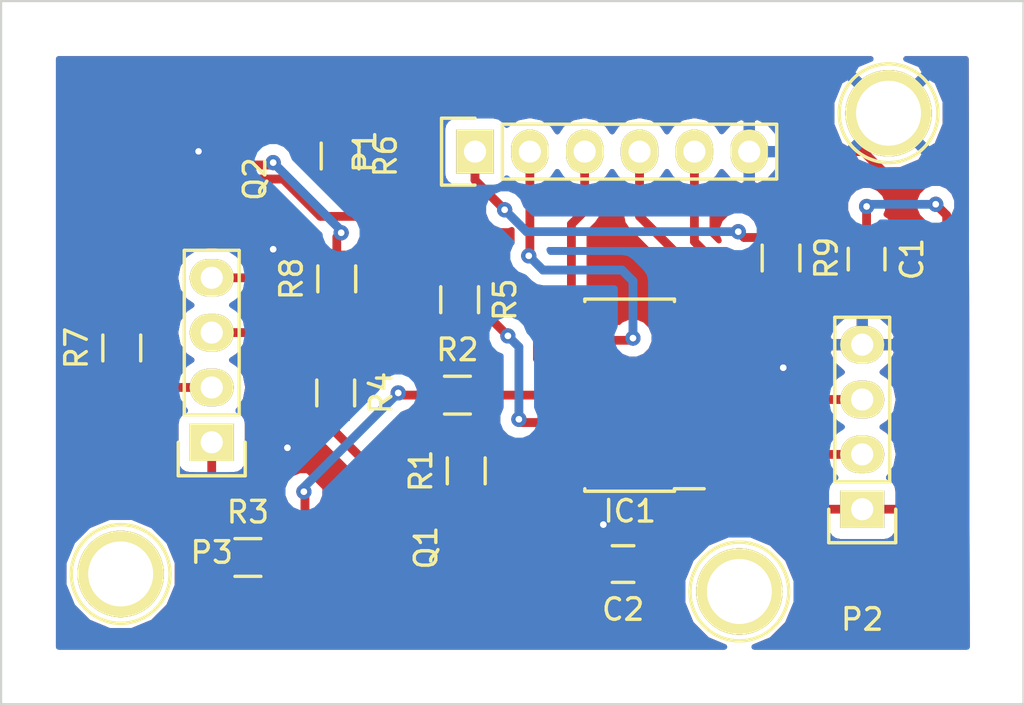
<source format=kicad_pcb>
(kicad_pcb (version 4) (host pcbnew "(2015-07-31 BZR 6030)-product")

  (general
    (links 100)
    (no_connects 0)
    (area 56.593799 37.909599 218.187001 128.179601)
    (thickness 1.6)
    (drawings 4)
    (tracks 335)
    (zones 0)
    (modules 40)
    (nets 27)
  )

  (page A4)
  (layers
    (0 F.Cu signal)
    (31 B.Cu signal)
    (32 B.Adhes user)
    (33 F.Adhes user)
    (34 B.Paste user)
    (35 F.Paste user)
    (36 B.SilkS user)
    (37 F.SilkS user)
    (38 B.Mask user)
    (39 F.Mask user)
    (40 Dwgs.User user)
    (41 Cmts.User user)
    (42 Eco1.User user)
    (43 Eco2.User user)
    (44 Edge.Cuts user)
    (45 Margin user)
    (46 B.CrtYd user)
    (47 F.CrtYd user)
    (48 B.Fab user)
    (49 F.Fab user)
  )

  (setup
    (last_trace_width 0.25)
    (user_trace_width 0.4)
    (user_trace_width 0.4)
    (user_trace_width 0.4)
    (user_trace_width 0.635)
    (user_trace_width 0.635)
    (user_trace_width 0.635)
    (user_trace_width 0.635)
    (user_trace_width 0.8)
    (trace_clearance 0.2)
    (zone_clearance 0.508)
    (zone_45_only no)
    (trace_min 0.2)
    (segment_width 0.2)
    (edge_width 0.1)
    (via_size 0.7)
    (via_drill 0.3)
    (via_min_size 0.4)
    (via_min_drill 0.3)
    (uvia_size 0.3)
    (uvia_drill 0.1)
    (uvias_allowed no)
    (uvia_min_size 0.2)
    (uvia_min_drill 0.1)
    (pcb_text_width 0.3)
    (pcb_text_size 1.5 1.5)
    (mod_edge_width 0.15)
    (mod_text_size 1 1)
    (mod_text_width 0.15)
    (pad_size 5 5)
    (pad_drill 3)
    (pad_to_mask_clearance 0)
    (aux_axis_origin 0 0)
    (grid_origin 198.5282 97.04)
    (visible_elements FFFFFF7F)
    (pcbplotparams
      (layerselection 0x010f0_80000001)
      (usegerberextensions false)
      (excludeedgelayer true)
      (linewidth 0.100000)
      (plotframeref false)
      (viasonmask false)
      (mode 1)
      (useauxorigin false)
      (hpglpennumber 1)
      (hpglpenspeed 20)
      (hpglpendiameter 15)
      (hpglpenoverlay 2)
      (psnegative false)
      (psa4output false)
      (plotreference true)
      (plotvalue true)
      (plotinvisibletext false)
      (padsonsilk false)
      (subtractmaskfromsilk false)
      (outputformat 1)
      (mirror false)
      (drillshape 0)
      (scaleselection 1)
      (outputdirectory ""))
  )

  (net 0 "")
  (net 1 +5V)
  (net 2 GND)
  (net 3 "Net-(IC1-Pad2)")
  (net 4 "Net-(IC1-Pad3)")
  (net 5 "Net-(IC1-Pad4)")
  (net 6 "Net-(IC1-Pad5)")
  (net 7 "Net-(IC1-Pad6)")
  (net 8 "Net-(IC1-Pad7)")
  (net 9 "Net-(IC1-Pad8)")
  (net 10 "Net-(IC1-Pad9)")
  (net 11 /LED3)
  (net 12 /LED2)
  (net 13 /LED1)
  (net 14 /LED0)
  (net 15 /OUT0)
  (net 16 /OUT1)
  (net 17 /OUT2)
  (net 18 /OUT3)
  (net 19 "Net-(Q1-Pad2)")
  (net 20 "Net-(Q1-Pad3)")
  (net 21 "Net-(Q1-Pad5)")
  (net 22 "Net-(Q1-Pad6)")
  (net 23 "Net-(Q2-Pad2)")
  (net 24 "Net-(Q2-Pad3)")
  (net 25 "Net-(Q2-Pad5)")
  (net 26 "Net-(Q2-Pad6)")

  (net_class Default "This is the default net class."
    (clearance 0.2)
    (trace_width 0.25)
    (via_dia 0.7)
    (via_drill 0.3)
    (uvia_dia 0.3)
    (uvia_drill 0.1)
    (add_net +5V)
    (add_net /LED0)
    (add_net /LED1)
    (add_net /LED2)
    (add_net /LED3)
    (add_net /OUT0)
    (add_net /OUT1)
    (add_net /OUT2)
    (add_net /OUT3)
    (add_net GND)
    (add_net "Net-(IC1-Pad2)")
    (add_net "Net-(IC1-Pad3)")
    (add_net "Net-(IC1-Pad4)")
    (add_net "Net-(IC1-Pad5)")
    (add_net "Net-(IC1-Pad6)")
    (add_net "Net-(IC1-Pad7)")
    (add_net "Net-(IC1-Pad8)")
    (add_net "Net-(IC1-Pad9)")
    (add_net "Net-(Q1-Pad2)")
    (add_net "Net-(Q1-Pad3)")
    (add_net "Net-(Q1-Pad5)")
    (add_net "Net-(Q1-Pad6)")
    (add_net "Net-(Q2-Pad2)")
    (add_net "Net-(Q2-Pad3)")
    (add_net "Net-(Q2-Pad5)")
    (add_net "Net-(Q2-Pad6)")
  )

  (net_class Power ""
    (clearance 0.3)
    (trace_width 0.635)
    (via_dia 0.7)
    (via_drill 0.3)
    (uvia_dia 0.3)
    (uvia_drill 0.1)
  )

  (module Connect:1pin (layer F.Cu) (tedit 55EE429F) (tstamp 55F09CBB)
    (at 209.3504 46.1504 180)
    (descr "module 1 pin (ou trou mecanique de percage)")
    (tags DEV)
    (fp_text reference REF** (at 0 -3.048 180) (layer F.SilkS) hide
      (effects (font (size 1 1) (thickness 0.15)))
    )
    (fp_text value 1pin (at 0 2.794 180) (layer F.Fab)
      (effects (font (size 1 1) (thickness 0.15)))
    )
    (fp_circle (center 0 0) (end 0 -2.286) (layer F.SilkS) (width 0.15))
    (pad 1 thru_hole circle (at 0 0 180) (size 4 4) (drill 3) (layers *.Cu *.Mask F.SilkS)
      (net 2 GND))
  )

  (module Connect:1pin (layer F.Cu) (tedit 55EE4296) (tstamp 55F09CB5)
    (at 173.7904 67.4864 180)
    (descr "module 1 pin (ou trou mecanique de percage)")
    (tags DEV)
    (fp_text reference REF** (at 0 -3.048 180) (layer F.SilkS) hide
      (effects (font (size 1 1) (thickness 0.15)))
    )
    (fp_text value 1pin (at 0 2.794 180) (layer F.Fab)
      (effects (font (size 1 1) (thickness 0.15)))
    )
    (fp_circle (center 0 0) (end 0 -2.286) (layer F.SilkS) (width 0.15))
    (pad 1 thru_hole circle (at 0 0 180) (size 4 4) (drill 3) (layers *.Cu *.Mask F.SilkS))
  )

  (module Capacitors_SMD:C_0805 (layer F.Cu) (tedit 5415D6EA) (tstamp 55DAAB05)
    (at 208.3344 52.9068 270)
    (descr "Capacitor SMD 0805, reflow soldering, AVX (see smccp.pdf)")
    (tags "capacitor 0805")
    (path /55382206)
    (attr smd)
    (fp_text reference C1 (at 0 -2.1 270) (layer F.SilkS)
      (effects (font (size 1 1) (thickness 0.15)))
    )
    (fp_text value 10u (at 0 2.1 270) (layer F.Fab)
      (effects (font (size 1 1) (thickness 0.15)))
    )
    (fp_line (start -1.8 -1) (end 1.8 -1) (layer F.CrtYd) (width 0.05))
    (fp_line (start -1.8 1) (end 1.8 1) (layer F.CrtYd) (width 0.05))
    (fp_line (start -1.8 -1) (end -1.8 1) (layer F.CrtYd) (width 0.05))
    (fp_line (start 1.8 -1) (end 1.8 1) (layer F.CrtYd) (width 0.05))
    (fp_line (start 0.5 -0.85) (end -0.5 -0.85) (layer F.SilkS) (width 0.15))
    (fp_line (start -0.5 0.85) (end 0.5 0.85) (layer F.SilkS) (width 0.15))
    (pad 1 smd rect (at -1 0 270) (size 1 1.25) (layers F.Cu F.Paste F.Mask)
      (net 1 +5V))
    (pad 2 smd rect (at 1 0 270) (size 1 1.25) (layers F.Cu F.Paste F.Mask)
      (net 2 GND))
    (model Capacitors_SMD.3dshapes/C_0805.wrl
      (at (xyz 0 0 0))
      (scale (xyz 1 1 1))
      (rotate (xyz 0 0 0))
    )
  )

  (module Capacitors_SMD:C_0805 (layer F.Cu) (tedit 5415D6EA) (tstamp 55DAAB11)
    (at 197.0568 67.0292 180)
    (descr "Capacitor SMD 0805, reflow soldering, AVX (see smccp.pdf)")
    (tags "capacitor 0805")
    (path /55382179)
    (attr smd)
    (fp_text reference C2 (at 0 -2.1 180) (layer F.SilkS)
      (effects (font (size 1 1) (thickness 0.15)))
    )
    (fp_text value 0.1u (at 0 2.1 180) (layer F.Fab)
      (effects (font (size 1 1) (thickness 0.15)))
    )
    (fp_line (start -1.8 -1) (end 1.8 -1) (layer F.CrtYd) (width 0.05))
    (fp_line (start -1.8 1) (end 1.8 1) (layer F.CrtYd) (width 0.05))
    (fp_line (start -1.8 -1) (end -1.8 1) (layer F.CrtYd) (width 0.05))
    (fp_line (start 1.8 -1) (end 1.8 1) (layer F.CrtYd) (width 0.05))
    (fp_line (start 0.5 -0.85) (end -0.5 -0.85) (layer F.SilkS) (width 0.15))
    (fp_line (start -0.5 0.85) (end 0.5 0.85) (layer F.SilkS) (width 0.15))
    (pad 1 smd rect (at -1 0 180) (size 1 1.25) (layers F.Cu F.Paste F.Mask)
      (net 1 +5V))
    (pad 2 smd rect (at 1 0 180) (size 1 1.25) (layers F.Cu F.Paste F.Mask)
      (net 2 GND))
    (model Capacitors_SMD.3dshapes/C_0805.wrl
      (at (xyz 0 0 0))
      (scale (xyz 1 1 1))
      (rotate (xyz 0 0 0))
    )
  )

  (module Housings_SOIC:SOIC-14_3.9x8.7mm_Pitch1.27mm (layer F.Cu) (tedit 54130A77) (tstamp 55DAAB2E)
    (at 197.3616 59.206 180)
    (descr "14-Lead Plastic Small Outline (SL) - Narrow, 3.90 mm Body [SOIC] (see Microchip Packaging Specification 00000049BS.pdf)")
    (tags "SOIC 1.27")
    (path /55379930)
    (attr smd)
    (fp_text reference IC1 (at 0 -5.375 180) (layer F.SilkS)
      (effects (font (size 1 1) (thickness 0.15)))
    )
    (fp_text value ATTINY24-SS (at 0 5.375 180) (layer F.Fab)
      (effects (font (size 1 1) (thickness 0.15)))
    )
    (fp_line (start -3.7 -4.65) (end -3.7 4.65) (layer F.CrtYd) (width 0.05))
    (fp_line (start 3.7 -4.65) (end 3.7 4.65) (layer F.CrtYd) (width 0.05))
    (fp_line (start -3.7 -4.65) (end 3.7 -4.65) (layer F.CrtYd) (width 0.05))
    (fp_line (start -3.7 4.65) (end 3.7 4.65) (layer F.CrtYd) (width 0.05))
    (fp_line (start -2.075 -4.45) (end -2.075 -4.335) (layer F.SilkS) (width 0.15))
    (fp_line (start 2.075 -4.45) (end 2.075 -4.335) (layer F.SilkS) (width 0.15))
    (fp_line (start 2.075 4.45) (end 2.075 4.335) (layer F.SilkS) (width 0.15))
    (fp_line (start -2.075 4.45) (end -2.075 4.335) (layer F.SilkS) (width 0.15))
    (fp_line (start -2.075 -4.45) (end 2.075 -4.45) (layer F.SilkS) (width 0.15))
    (fp_line (start -2.075 4.45) (end 2.075 4.45) (layer F.SilkS) (width 0.15))
    (fp_line (start -2.075 -4.335) (end -3.45 -4.335) (layer F.SilkS) (width 0.15))
    (pad 1 smd rect (at -2.7 -3.81 180) (size 1.5 0.6) (layers F.Cu F.Paste F.Mask)
      (net 1 +5V))
    (pad 2 smd rect (at -2.7 -2.54 180) (size 1.5 0.6) (layers F.Cu F.Paste F.Mask)
      (net 3 "Net-(IC1-Pad2)"))
    (pad 3 smd rect (at -2.7 -1.27 180) (size 1.5 0.6) (layers F.Cu F.Paste F.Mask)
      (net 4 "Net-(IC1-Pad3)"))
    (pad 4 smd rect (at -2.7 0 180) (size 1.5 0.6) (layers F.Cu F.Paste F.Mask)
      (net 5 "Net-(IC1-Pad4)"))
    (pad 5 smd rect (at -2.7 1.27 180) (size 1.5 0.6) (layers F.Cu F.Paste F.Mask)
      (net 6 "Net-(IC1-Pad5)"))
    (pad 6 smd rect (at -2.7 2.54 180) (size 1.5 0.6) (layers F.Cu F.Paste F.Mask)
      (net 7 "Net-(IC1-Pad6)"))
    (pad 7 smd rect (at -2.7 3.81 180) (size 1.5 0.6) (layers F.Cu F.Paste F.Mask)
      (net 8 "Net-(IC1-Pad7)"))
    (pad 8 smd rect (at 2.7 3.81 180) (size 1.5 0.6) (layers F.Cu F.Paste F.Mask)
      (net 9 "Net-(IC1-Pad8)"))
    (pad 9 smd rect (at 2.7 2.54 180) (size 1.5 0.6) (layers F.Cu F.Paste F.Mask)
      (net 10 "Net-(IC1-Pad9)"))
    (pad 10 smd rect (at 2.7 1.27 180) (size 1.5 0.6) (layers F.Cu F.Paste F.Mask)
      (net 11 /LED3))
    (pad 11 smd rect (at 2.7 0 180) (size 1.5 0.6) (layers F.Cu F.Paste F.Mask)
      (net 12 /LED2))
    (pad 12 smd rect (at 2.7 -1.27 180) (size 1.5 0.6) (layers F.Cu F.Paste F.Mask)
      (net 13 /LED1))
    (pad 13 smd rect (at 2.7 -2.54 180) (size 1.5 0.6) (layers F.Cu F.Paste F.Mask)
      (net 14 /LED0))
    (pad 14 smd rect (at 2.7 -3.81 180) (size 1.5 0.6) (layers F.Cu F.Paste F.Mask)
      (net 2 GND))
    (model Housings_SOIC.3dshapes/SOIC-14_3.9x8.7mm_Pitch1.27mm.wrl
      (at (xyz 0 0 0))
      (scale (xyz 1 1 1))
      (rotate (xyz 0 0 0))
    )
  )

  (module Pin_Headers:Pin_Header_Straight_1x06 (layer F.Cu) (tedit 0) (tstamp 55DAAB43)
    (at 190.1988 47.9284 90)
    (descr "Through hole pin header")
    (tags "pin header")
    (path /5537C856)
    (fp_text reference P1 (at 0 -5.1 90) (layer F.SilkS)
      (effects (font (size 1 1) (thickness 0.15)))
    )
    (fp_text value PROG_PINS (at 0 -3.1 90) (layer F.Fab)
      (effects (font (size 1 1) (thickness 0.15)))
    )
    (fp_line (start -1.75 -1.75) (end -1.75 14.45) (layer F.CrtYd) (width 0.05))
    (fp_line (start 1.75 -1.75) (end 1.75 14.45) (layer F.CrtYd) (width 0.05))
    (fp_line (start -1.75 -1.75) (end 1.75 -1.75) (layer F.CrtYd) (width 0.05))
    (fp_line (start -1.75 14.45) (end 1.75 14.45) (layer F.CrtYd) (width 0.05))
    (fp_line (start 1.27 1.27) (end 1.27 13.97) (layer F.SilkS) (width 0.15))
    (fp_line (start 1.27 13.97) (end -1.27 13.97) (layer F.SilkS) (width 0.15))
    (fp_line (start -1.27 13.97) (end -1.27 1.27) (layer F.SilkS) (width 0.15))
    (fp_line (start 1.55 -1.55) (end 1.55 0) (layer F.SilkS) (width 0.15))
    (fp_line (start 1.27 1.27) (end -1.27 1.27) (layer F.SilkS) (width 0.15))
    (fp_line (start -1.55 0) (end -1.55 -1.55) (layer F.SilkS) (width 0.15))
    (fp_line (start -1.55 -1.55) (end 1.55 -1.55) (layer F.SilkS) (width 0.15))
    (pad 1 thru_hole rect (at 0 0 90) (size 2.032 1.7272) (drill 1.016) (layers *.Cu *.Mask F.SilkS)
      (net 1 +5V))
    (pad 2 thru_hole oval (at 0 2.54 90) (size 2.032 1.7272) (drill 1.016) (layers *.Cu *.Mask F.SilkS)
      (net 10 "Net-(IC1-Pad9)"))
    (pad 3 thru_hole oval (at 0 5.08 90) (size 2.032 1.7272) (drill 1.016) (layers *.Cu *.Mask F.SilkS)
      (net 9 "Net-(IC1-Pad8)"))
    (pad 4 thru_hole oval (at 0 7.62 90) (size 2.032 1.7272) (drill 1.016) (layers *.Cu *.Mask F.SilkS)
      (net 8 "Net-(IC1-Pad7)"))
    (pad 5 thru_hole oval (at 0 10.16 90) (size 2.032 1.7272) (drill 1.016) (layers *.Cu *.Mask F.SilkS)
      (net 5 "Net-(IC1-Pad4)"))
    (pad 6 thru_hole oval (at 0 12.7 90) (size 2.032 1.7272) (drill 1.016) (layers *.Cu *.Mask F.SilkS)
      (net 2 GND))
    (model Pin_Headers.3dshapes/Pin_Header_Straight_1x06.wrl
      (at (xyz 0 -0.25 0))
      (scale (xyz 1 1 1))
      (rotate (xyz 0 0 90))
    )
  )

  (module Pin_Headers:Pin_Header_Straight_1x04 (layer F.Cu) (tedit 0) (tstamp 55DAAB56)
    (at 208.1312 64.4892 180)
    (descr "Through hole pin header")
    (tags "pin header")
    (path /5537A0D3)
    (fp_text reference P2 (at 0 -5.1 180) (layer F.SilkS)
      (effects (font (size 1 1) (thickness 0.15)))
    )
    (fp_text value GPIO (at 0 -3.1 180) (layer F.Fab)
      (effects (font (size 1 1) (thickness 0.15)))
    )
    (fp_line (start -1.75 -1.75) (end -1.75 9.4) (layer F.CrtYd) (width 0.05))
    (fp_line (start 1.75 -1.75) (end 1.75 9.4) (layer F.CrtYd) (width 0.05))
    (fp_line (start -1.75 -1.75) (end 1.75 -1.75) (layer F.CrtYd) (width 0.05))
    (fp_line (start -1.75 9.4) (end 1.75 9.4) (layer F.CrtYd) (width 0.05))
    (fp_line (start -1.27 1.27) (end -1.27 8.89) (layer F.SilkS) (width 0.15))
    (fp_line (start 1.27 1.27) (end 1.27 8.89) (layer F.SilkS) (width 0.15))
    (fp_line (start 1.55 -1.55) (end 1.55 0) (layer F.SilkS) (width 0.15))
    (fp_line (start -1.27 8.89) (end 1.27 8.89) (layer F.SilkS) (width 0.15))
    (fp_line (start 1.27 1.27) (end -1.27 1.27) (layer F.SilkS) (width 0.15))
    (fp_line (start -1.55 0) (end -1.55 -1.55) (layer F.SilkS) (width 0.15))
    (fp_line (start -1.55 -1.55) (end 1.55 -1.55) (layer F.SilkS) (width 0.15))
    (pad 1 thru_hole rect (at 0 0 180) (size 2.032 1.7272) (drill 1.016) (layers *.Cu *.Mask F.SilkS)
      (net 1 +5V))
    (pad 2 thru_hole oval (at 0 2.54 180) (size 2.032 1.7272) (drill 1.016) (layers *.Cu *.Mask F.SilkS)
      (net 3 "Net-(IC1-Pad2)"))
    (pad 3 thru_hole oval (at 0 5.08 180) (size 2.032 1.7272) (drill 1.016) (layers *.Cu *.Mask F.SilkS)
      (net 4 "Net-(IC1-Pad3)"))
    (pad 4 thru_hole oval (at 0 7.62 180) (size 2.032 1.7272) (drill 1.016) (layers *.Cu *.Mask F.SilkS)
      (net 2 GND))
    (model Pin_Headers.3dshapes/Pin_Header_Straight_1x04.wrl
      (at (xyz 0 -0.15 0))
      (scale (xyz 1 1 1))
      (rotate (xyz 0 0 90))
    )
  )

  (module Pin_Headers:Pin_Header_Straight_1x04 (layer F.Cu) (tedit 0) (tstamp 55DAAB69)
    (at 178.0068 61.3904 180)
    (descr "Through hole pin header")
    (tags "pin header")
    (path /553803F0)
    (fp_text reference P3 (at 0 -5.1 180) (layer F.SilkS)
      (effects (font (size 1 1) (thickness 0.15)))
    )
    (fp_text value OUT (at 0 -3.1 180) (layer F.Fab)
      (effects (font (size 1 1) (thickness 0.15)))
    )
    (fp_line (start -1.75 -1.75) (end -1.75 9.4) (layer F.CrtYd) (width 0.05))
    (fp_line (start 1.75 -1.75) (end 1.75 9.4) (layer F.CrtYd) (width 0.05))
    (fp_line (start -1.75 -1.75) (end 1.75 -1.75) (layer F.CrtYd) (width 0.05))
    (fp_line (start -1.75 9.4) (end 1.75 9.4) (layer F.CrtYd) (width 0.05))
    (fp_line (start -1.27 1.27) (end -1.27 8.89) (layer F.SilkS) (width 0.15))
    (fp_line (start 1.27 1.27) (end 1.27 8.89) (layer F.SilkS) (width 0.15))
    (fp_line (start 1.55 -1.55) (end 1.55 0) (layer F.SilkS) (width 0.15))
    (fp_line (start -1.27 8.89) (end 1.27 8.89) (layer F.SilkS) (width 0.15))
    (fp_line (start 1.27 1.27) (end -1.27 1.27) (layer F.SilkS) (width 0.15))
    (fp_line (start -1.55 0) (end -1.55 -1.55) (layer F.SilkS) (width 0.15))
    (fp_line (start -1.55 -1.55) (end 1.55 -1.55) (layer F.SilkS) (width 0.15))
    (pad 1 thru_hole rect (at 0 0 180) (size 2.032 1.7272) (drill 1.016) (layers *.Cu *.Mask F.SilkS)
      (net 15 /OUT0))
    (pad 2 thru_hole oval (at 0 2.54 180) (size 2.032 1.7272) (drill 1.016) (layers *.Cu *.Mask F.SilkS)
      (net 16 /OUT1))
    (pad 3 thru_hole oval (at 0 5.08 180) (size 2.032 1.7272) (drill 1.016) (layers *.Cu *.Mask F.SilkS)
      (net 17 /OUT2))
    (pad 4 thru_hole oval (at 0 7.62 180) (size 2.032 1.7272) (drill 1.016) (layers *.Cu *.Mask F.SilkS)
      (net 18 /OUT3))
    (model Pin_Headers.3dshapes/Pin_Header_Straight_1x04.wrl
      (at (xyz 0 -0.15 0))
      (scale (xyz 1 1 1))
      (rotate (xyz 0 0 90))
    )
  )

  (module custom_footprints:SOT-363 (layer F.Cu) (tedit 5537D62E) (tstamp 55DAAB73)
    (at 185.9316 66.2672 90)
    (path /55380003)
    (fp_text reference Q1 (at 0 2 90) (layer F.SilkS)
      (effects (font (size 1 1) (thickness 0.15)))
    )
    (fp_text value BC847S (at 0 -2 90) (layer F.Fab)
      (effects (font (size 1 1) (thickness 0.15)))
    )
    (pad 1 smd rect (at -0.65 0.95 90) (size 0.4 0.8) (layers F.Cu F.Paste F.Mask)
      (net 2 GND))
    (pad 2 smd rect (at 0 0.95 90) (size 0.4 0.8) (layers F.Cu F.Paste F.Mask)
      (net 19 "Net-(Q1-Pad2)"))
    (pad 3 smd rect (at 0.65 0.95 90) (size 0.4 0.8) (layers F.Cu F.Paste F.Mask)
      (net 20 "Net-(Q1-Pad3)"))
    (pad 4 smd rect (at 0.65 -0.95 90) (size 0.4 0.8) (layers F.Cu F.Paste F.Mask)
      (net 2 GND))
    (pad 5 smd rect (at 0 -0.95 90) (size 0.4 0.8) (layers F.Cu F.Paste F.Mask)
      (net 21 "Net-(Q1-Pad5)"))
    (pad 6 smd rect (at -0.65 -0.95 90) (size 0.4 0.8) (layers F.Cu F.Paste F.Mask)
      (net 22 "Net-(Q1-Pad6)"))
  )

  (module custom_footprints:SOT-363 (layer F.Cu) (tedit 5537D62E) (tstamp 55DAAB7D)
    (at 178.0068 49.1984 90)
    (path /5538008D)
    (fp_text reference Q2 (at 0 2 90) (layer F.SilkS)
      (effects (font (size 1 1) (thickness 0.15)))
    )
    (fp_text value BC847S (at 0 -2 90) (layer F.Fab)
      (effects (font (size 1 1) (thickness 0.15)))
    )
    (pad 1 smd rect (at -0.65 0.95 90) (size 0.4 0.8) (layers F.Cu F.Paste F.Mask)
      (net 2 GND))
    (pad 2 smd rect (at 0 0.95 90) (size 0.4 0.8) (layers F.Cu F.Paste F.Mask)
      (net 23 "Net-(Q2-Pad2)"))
    (pad 3 smd rect (at 0.65 0.95 90) (size 0.4 0.8) (layers F.Cu F.Paste F.Mask)
      (net 24 "Net-(Q2-Pad3)"))
    (pad 4 smd rect (at 0.65 -0.95 90) (size 0.4 0.8) (layers F.Cu F.Paste F.Mask)
      (net 2 GND))
    (pad 5 smd rect (at 0 -0.95 90) (size 0.4 0.8) (layers F.Cu F.Paste F.Mask)
      (net 25 "Net-(Q2-Pad5)"))
    (pad 6 smd rect (at -0.65 -0.95 90) (size 0.4 0.8) (layers F.Cu F.Paste F.Mask)
      (net 26 "Net-(Q2-Pad6)"))
  )

  (module Resistors_SMD:R_0805 (layer F.Cu) (tedit 5415CDEB) (tstamp 55DAAB89)
    (at 189.7924 62.7112 90)
    (descr "Resistor SMD 0805, reflow soldering, Vishay (see dcrcw.pdf)")
    (tags "resistor 0805")
    (path /5537B59C)
    (attr smd)
    (fp_text reference R1 (at 0 -2.1 90) (layer F.SilkS)
      (effects (font (size 1 1) (thickness 0.15)))
    )
    (fp_text value 0 (at 0 2.1 90) (layer F.Fab)
      (effects (font (size 1 1) (thickness 0.15)))
    )
    (fp_line (start -1.6 -1) (end 1.6 -1) (layer F.CrtYd) (width 0.05))
    (fp_line (start -1.6 1) (end 1.6 1) (layer F.CrtYd) (width 0.05))
    (fp_line (start -1.6 -1) (end -1.6 1) (layer F.CrtYd) (width 0.05))
    (fp_line (start 1.6 -1) (end 1.6 1) (layer F.CrtYd) (width 0.05))
    (fp_line (start 0.6 0.875) (end -0.6 0.875) (layer F.SilkS) (width 0.15))
    (fp_line (start -0.6 -0.875) (end 0.6 -0.875) (layer F.SilkS) (width 0.15))
    (pad 1 smd rect (at -0.95 0 90) (size 0.7 1.3) (layers F.Cu F.Paste F.Mask)
      (net 19 "Net-(Q1-Pad2)"))
    (pad 2 smd rect (at 0.95 0 90) (size 0.7 1.3) (layers F.Cu F.Paste F.Mask)
      (net 14 /LED0))
    (model Resistors_SMD.3dshapes/R_0805.wrl
      (at (xyz 0 0 0))
      (scale (xyz 1 1 1))
      (rotate (xyz 0 0 0))
    )
  )

  (module Resistors_SMD:R_0805 (layer F.Cu) (tedit 5415CDEB) (tstamp 55DAAB95)
    (at 189.386 59.206)
    (descr "Resistor SMD 0805, reflow soldering, Vishay (see dcrcw.pdf)")
    (tags "resistor 0805")
    (path /55381214)
    (attr smd)
    (fp_text reference R2 (at 0 -2.1) (layer F.SilkS)
      (effects (font (size 1 1) (thickness 0.15)))
    )
    (fp_text value 0 (at 0 2.1) (layer F.Fab)
      (effects (font (size 1 1) (thickness 0.15)))
    )
    (fp_line (start -1.6 -1) (end 1.6 -1) (layer F.CrtYd) (width 0.05))
    (fp_line (start -1.6 1) (end 1.6 1) (layer F.CrtYd) (width 0.05))
    (fp_line (start -1.6 -1) (end -1.6 1) (layer F.CrtYd) (width 0.05))
    (fp_line (start 1.6 -1) (end 1.6 1) (layer F.CrtYd) (width 0.05))
    (fp_line (start 0.6 0.875) (end -0.6 0.875) (layer F.SilkS) (width 0.15))
    (fp_line (start -0.6 -0.875) (end 0.6 -0.875) (layer F.SilkS) (width 0.15))
    (pad 1 smd rect (at -0.95 0) (size 0.7 1.3) (layers F.Cu F.Paste F.Mask)
      (net 21 "Net-(Q1-Pad5)"))
    (pad 2 smd rect (at 0.95 0) (size 0.7 1.3) (layers F.Cu F.Paste F.Mask)
      (net 12 /LED2))
    (model Resistors_SMD.3dshapes/R_0805.wrl
      (at (xyz 0 0 0))
      (scale (xyz 1 1 1))
      (rotate (xyz 0 0 0))
    )
  )

  (module Resistors_SMD:R_0805 (layer F.Cu) (tedit 5415CDEB) (tstamp 55DAABA1)
    (at 179.6832 66.7244)
    (descr "Resistor SMD 0805, reflow soldering, Vishay (see dcrcw.pdf)")
    (tags "resistor 0805")
    (path /5537B349)
    (attr smd)
    (fp_text reference R3 (at 0 -2.1) (layer F.SilkS)
      (effects (font (size 1 1) (thickness 0.15)))
    )
    (fp_text value 90 (at 0 2.1) (layer F.Fab)
      (effects (font (size 1 1) (thickness 0.15)))
    )
    (fp_line (start -1.6 -1) (end 1.6 -1) (layer F.CrtYd) (width 0.05))
    (fp_line (start -1.6 1) (end 1.6 1) (layer F.CrtYd) (width 0.05))
    (fp_line (start -1.6 -1) (end -1.6 1) (layer F.CrtYd) (width 0.05))
    (fp_line (start 1.6 -1) (end 1.6 1) (layer F.CrtYd) (width 0.05))
    (fp_line (start 0.6 0.875) (end -0.6 0.875) (layer F.SilkS) (width 0.15))
    (fp_line (start -0.6 -0.875) (end 0.6 -0.875) (layer F.SilkS) (width 0.15))
    (pad 1 smd rect (at -0.95 0) (size 0.7 1.3) (layers F.Cu F.Paste F.Mask)
      (net 15 /OUT0))
    (pad 2 smd rect (at 0.95 0) (size 0.7 1.3) (layers F.Cu F.Paste F.Mask)
      (net 22 "Net-(Q1-Pad6)"))
    (model Resistors_SMD.3dshapes/R_0805.wrl
      (at (xyz 0 0 0))
      (scale (xyz 1 1 1))
      (rotate (xyz 0 0 0))
    )
  )

  (module Resistors_SMD:R_0805 (layer F.Cu) (tedit 5415CDEB) (tstamp 55DAABAD)
    (at 183.7472 59.1044 270)
    (descr "Resistor SMD 0805, reflow soldering, Vishay (see dcrcw.pdf)")
    (tags "resistor 0805")
    (path /5537BF69)
    (attr smd)
    (fp_text reference R4 (at 0 -2.1 270) (layer F.SilkS)
      (effects (font (size 1 1) (thickness 0.15)))
    )
    (fp_text value 90 (at 0 2.1 270) (layer F.Fab)
      (effects (font (size 1 1) (thickness 0.15)))
    )
    (fp_line (start -1.6 -1) (end 1.6 -1) (layer F.CrtYd) (width 0.05))
    (fp_line (start -1.6 1) (end 1.6 1) (layer F.CrtYd) (width 0.05))
    (fp_line (start -1.6 -1) (end -1.6 1) (layer F.CrtYd) (width 0.05))
    (fp_line (start 1.6 -1) (end 1.6 1) (layer F.CrtYd) (width 0.05))
    (fp_line (start 0.6 0.875) (end -0.6 0.875) (layer F.SilkS) (width 0.15))
    (fp_line (start -0.6 -0.875) (end 0.6 -0.875) (layer F.SilkS) (width 0.15))
    (pad 1 smd rect (at -0.95 0 270) (size 0.7 1.3) (layers F.Cu F.Paste F.Mask)
      (net 17 /OUT2))
    (pad 2 smd rect (at 0.95 0 270) (size 0.7 1.3) (layers F.Cu F.Paste F.Mask)
      (net 20 "Net-(Q1-Pad3)"))
    (model Resistors_SMD.3dshapes/R_0805.wrl
      (at (xyz 0 0 0))
      (scale (xyz 1 1 1))
      (rotate (xyz 0 0 0))
    )
  )

  (module Resistors_SMD:R_0805 (layer F.Cu) (tedit 5415CDEB) (tstamp 55DAABB9)
    (at 189.4876 54.7864 270)
    (descr "Resistor SMD 0805, reflow soldering, Vishay (see dcrcw.pdf)")
    (tags "resistor 0805")
    (path /553812FA)
    (attr smd)
    (fp_text reference R5 (at 0 -2.1 270) (layer F.SilkS)
      (effects (font (size 1 1) (thickness 0.15)))
    )
    (fp_text value 0 (at 0 2.1 270) (layer F.Fab)
      (effects (font (size 1 1) (thickness 0.15)))
    )
    (fp_line (start -1.6 -1) (end 1.6 -1) (layer F.CrtYd) (width 0.05))
    (fp_line (start -1.6 1) (end 1.6 1) (layer F.CrtYd) (width 0.05))
    (fp_line (start -1.6 -1) (end -1.6 1) (layer F.CrtYd) (width 0.05))
    (fp_line (start 1.6 -1) (end 1.6 1) (layer F.CrtYd) (width 0.05))
    (fp_line (start 0.6 0.875) (end -0.6 0.875) (layer F.SilkS) (width 0.15))
    (fp_line (start -0.6 -0.875) (end 0.6 -0.875) (layer F.SilkS) (width 0.15))
    (pad 1 smd rect (at -0.95 0 270) (size 0.7 1.3) (layers F.Cu F.Paste F.Mask)
      (net 23 "Net-(Q2-Pad2)"))
    (pad 2 smd rect (at 0.95 0 270) (size 0.7 1.3) (layers F.Cu F.Paste F.Mask)
      (net 13 /LED1))
    (model Resistors_SMD.3dshapes/R_0805.wrl
      (at (xyz 0 0 0))
      (scale (xyz 1 1 1))
      (rotate (xyz 0 0 0))
    )
  )

  (module Resistors_SMD:R_0805 (layer F.Cu) (tedit 5415CDEB) (tstamp 55DAABC5)
    (at 183.9504 48.1316 270)
    (descr "Resistor SMD 0805, reflow soldering, Vishay (see dcrcw.pdf)")
    (tags "resistor 0805")
    (path /5538127C)
    (attr smd)
    (fp_text reference R6 (at 0 -2.1 270) (layer F.SilkS)
      (effects (font (size 1 1) (thickness 0.15)))
    )
    (fp_text value 0 (at 0 2.1 270) (layer F.Fab)
      (effects (font (size 1 1) (thickness 0.15)))
    )
    (fp_line (start -1.6 -1) (end 1.6 -1) (layer F.CrtYd) (width 0.05))
    (fp_line (start -1.6 1) (end 1.6 1) (layer F.CrtYd) (width 0.05))
    (fp_line (start -1.6 -1) (end -1.6 1) (layer F.CrtYd) (width 0.05))
    (fp_line (start 1.6 -1) (end 1.6 1) (layer F.CrtYd) (width 0.05))
    (fp_line (start 0.6 0.875) (end -0.6 0.875) (layer F.SilkS) (width 0.15))
    (fp_line (start -0.6 -0.875) (end 0.6 -0.875) (layer F.SilkS) (width 0.15))
    (pad 1 smd rect (at -0.95 0 270) (size 0.7 1.3) (layers F.Cu F.Paste F.Mask)
      (net 25 "Net-(Q2-Pad5)"))
    (pad 2 smd rect (at 0.95 0 270) (size 0.7 1.3) (layers F.Cu F.Paste F.Mask)
      (net 11 /LED3))
    (model Resistors_SMD.3dshapes/R_0805.wrl
      (at (xyz 0 0 0))
      (scale (xyz 1 1 1))
      (rotate (xyz 0 0 0))
    )
  )

  (module Resistors_SMD:R_0805 (layer F.Cu) (tedit 5415CDEB) (tstamp 55DAABD1)
    (at 173.8412 57.0216 90)
    (descr "Resistor SMD 0805, reflow soldering, Vishay (see dcrcw.pdf)")
    (tags "resistor 0805")
    (path /5537BF03)
    (attr smd)
    (fp_text reference R7 (at 0 -2.1 90) (layer F.SilkS)
      (effects (font (size 1 1) (thickness 0.15)))
    )
    (fp_text value 90 (at 0 2.1 90) (layer F.Fab)
      (effects (font (size 1 1) (thickness 0.15)))
    )
    (fp_line (start -1.6 -1) (end 1.6 -1) (layer F.CrtYd) (width 0.05))
    (fp_line (start -1.6 1) (end 1.6 1) (layer F.CrtYd) (width 0.05))
    (fp_line (start -1.6 -1) (end -1.6 1) (layer F.CrtYd) (width 0.05))
    (fp_line (start 1.6 -1) (end 1.6 1) (layer F.CrtYd) (width 0.05))
    (fp_line (start 0.6 0.875) (end -0.6 0.875) (layer F.SilkS) (width 0.15))
    (fp_line (start -0.6 -0.875) (end 0.6 -0.875) (layer F.SilkS) (width 0.15))
    (pad 1 smd rect (at -0.95 0 90) (size 0.7 1.3) (layers F.Cu F.Paste F.Mask)
      (net 16 /OUT1))
    (pad 2 smd rect (at 0.95 0 90) (size 0.7 1.3) (layers F.Cu F.Paste F.Mask)
      (net 26 "Net-(Q2-Pad6)"))
    (model Resistors_SMD.3dshapes/R_0805.wrl
      (at (xyz 0 0 0))
      (scale (xyz 1 1 1))
      (rotate (xyz 0 0 0))
    )
  )

  (module Resistors_SMD:R_0805 (layer F.Cu) (tedit 5415CDEB) (tstamp 55DAABDD)
    (at 183.798 53.8212 90)
    (descr "Resistor SMD 0805, reflow soldering, Vishay (see dcrcw.pdf)")
    (tags "resistor 0805")
    (path /5537BFC1)
    (attr smd)
    (fp_text reference R8 (at 0 -2.1 90) (layer F.SilkS)
      (effects (font (size 1 1) (thickness 0.15)))
    )
    (fp_text value 90 (at 0 2.1 90) (layer F.Fab)
      (effects (font (size 1 1) (thickness 0.15)))
    )
    (fp_line (start -1.6 -1) (end 1.6 -1) (layer F.CrtYd) (width 0.05))
    (fp_line (start -1.6 1) (end 1.6 1) (layer F.CrtYd) (width 0.05))
    (fp_line (start -1.6 -1) (end -1.6 1) (layer F.CrtYd) (width 0.05))
    (fp_line (start 1.6 -1) (end 1.6 1) (layer F.CrtYd) (width 0.05))
    (fp_line (start 0.6 0.875) (end -0.6 0.875) (layer F.SilkS) (width 0.15))
    (fp_line (start -0.6 -0.875) (end 0.6 -0.875) (layer F.SilkS) (width 0.15))
    (pad 1 smd rect (at -0.95 0 90) (size 0.7 1.3) (layers F.Cu F.Paste F.Mask)
      (net 18 /OUT3))
    (pad 2 smd rect (at 0.95 0 90) (size 0.7 1.3) (layers F.Cu F.Paste F.Mask)
      (net 24 "Net-(Q2-Pad3)"))
    (model Resistors_SMD.3dshapes/R_0805.wrl
      (at (xyz 0 0 0))
      (scale (xyz 1 1 1))
      (rotate (xyz 0 0 0))
    )
  )

  (module Resistors_SMD:R_0805 (layer F.Cu) (tedit 5415CDEB) (tstamp 55DAABE9)
    (at 204.372 52.856 270)
    (descr "Resistor SMD 0805, reflow soldering, Vishay (see dcrcw.pdf)")
    (tags "resistor 0805")
    (path /5537CCE6)
    (attr smd)
    (fp_text reference R9 (at 0 -2.1 270) (layer F.SilkS)
      (effects (font (size 1 1) (thickness 0.15)))
    )
    (fp_text value 33k (at 0 2.1 270) (layer F.Fab)
      (effects (font (size 1 1) (thickness 0.15)))
    )
    (fp_line (start -1.6 -1) (end 1.6 -1) (layer F.CrtYd) (width 0.05))
    (fp_line (start -1.6 1) (end 1.6 1) (layer F.CrtYd) (width 0.05))
    (fp_line (start -1.6 -1) (end -1.6 1) (layer F.CrtYd) (width 0.05))
    (fp_line (start 1.6 -1) (end 1.6 1) (layer F.CrtYd) (width 0.05))
    (fp_line (start 0.6 0.875) (end -0.6 0.875) (layer F.SilkS) (width 0.15))
    (fp_line (start -0.6 -0.875) (end 0.6 -0.875) (layer F.SilkS) (width 0.15))
    (pad 1 smd rect (at -0.95 0 270) (size 0.7 1.3) (layers F.Cu F.Paste F.Mask)
      (net 1 +5V))
    (pad 2 smd rect (at 0.95 0 270) (size 0.7 1.3) (layers F.Cu F.Paste F.Mask)
      (net 5 "Net-(IC1-Pad4)"))
    (model Resistors_SMD.3dshapes/R_0805.wrl
      (at (xyz 0 0 0))
      (scale (xyz 1 1 1))
      (rotate (xyz 0 0 0))
    )
  )

  (module Connect:1pin (layer F.Cu) (tedit 55EE428D) (tstamp 55F09C8C)
    (at 202.4416 68.2992 180)
    (descr "module 1 pin (ou trou mecanique de percage)")
    (tags DEV)
    (fp_text reference REF** (at 0 -3.048 180) (layer F.SilkS) hide
      (effects (font (size 1 1) (thickness 0.15)))
    )
    (fp_text value 1pin (at 0 2.794 180) (layer F.Fab)
      (effects (font (size 1 1) (thickness 0.15)))
    )
    (fp_circle (center 0 0) (end 0 -2.286) (layer F.SilkS) (width 0.15))
    (pad 1 thru_hole circle (at 0 0 180) (size 4 4) (drill 3) (layers *.Cu *.Mask F.SilkS))
  )

  (module Connect:1pin (layer F.Cu) (tedit 55EE429F) (tstamp 55F09CBB)
    (at 209.3504 46.1504 180)
    (descr "module 1 pin (ou trou mecanique de percage)")
    (tags DEV)
    (fp_text reference REF** (at 0 -3.048 180) (layer F.SilkS) hide
      (effects (font (size 1 1) (thickness 0.15)))
    )
    (fp_text value 1pin (at 0 2.794 180) (layer F.Fab)
      (effects (font (size 1 1) (thickness 0.15)))
    )
    (fp_circle (center 0 0) (end 0 -2.286) (layer F.SilkS) (width 0.15))
    (pad 1 thru_hole circle (at 0 0 180) (size 4 4) (drill 3) (layers *.Cu *.Mask F.SilkS)
      (net 2 GND))
  )

  (module Connect:1pin (layer F.Cu) (tedit 55EE4296) (tstamp 55F09CB5)
    (at 173.7904 67.4864 180)
    (descr "module 1 pin (ou trou mecanique de percage)")
    (tags DEV)
    (fp_text reference REF** (at 0 -3.048 180) (layer F.SilkS) hide
      (effects (font (size 1 1) (thickness 0.15)))
    )
    (fp_text value 1pin (at 0 2.794 180) (layer F.Fab)
      (effects (font (size 1 1) (thickness 0.15)))
    )
    (fp_circle (center 0 0) (end 0 -2.286) (layer F.SilkS) (width 0.15))
    (pad 1 thru_hole circle (at 0 0 180) (size 4 4) (drill 3) (layers *.Cu *.Mask F.SilkS))
  )

  (module Capacitors_SMD:C_0805 (layer F.Cu) (tedit 5415D6EA) (tstamp 55DAAB05)
    (at 208.3344 52.9068 270)
    (descr "Capacitor SMD 0805, reflow soldering, AVX (see smccp.pdf)")
    (tags "capacitor 0805")
    (path /55382206)
    (attr smd)
    (fp_text reference C1 (at 0 -2.1 270) (layer F.SilkS)
      (effects (font (size 1 1) (thickness 0.15)))
    )
    (fp_text value 10u (at 0 2.1 270) (layer F.Fab)
      (effects (font (size 1 1) (thickness 0.15)))
    )
    (fp_line (start -1.8 -1) (end 1.8 -1) (layer F.CrtYd) (width 0.05))
    (fp_line (start -1.8 1) (end 1.8 1) (layer F.CrtYd) (width 0.05))
    (fp_line (start -1.8 -1) (end -1.8 1) (layer F.CrtYd) (width 0.05))
    (fp_line (start 1.8 -1) (end 1.8 1) (layer F.CrtYd) (width 0.05))
    (fp_line (start 0.5 -0.85) (end -0.5 -0.85) (layer F.SilkS) (width 0.15))
    (fp_line (start -0.5 0.85) (end 0.5 0.85) (layer F.SilkS) (width 0.15))
    (pad 1 smd rect (at -1 0 270) (size 1 1.25) (layers F.Cu F.Paste F.Mask)
      (net 1 +5V))
    (pad 2 smd rect (at 1 0 270) (size 1 1.25) (layers F.Cu F.Paste F.Mask)
      (net 2 GND))
    (model Capacitors_SMD.3dshapes/C_0805.wrl
      (at (xyz 0 0 0))
      (scale (xyz 1 1 1))
      (rotate (xyz 0 0 0))
    )
  )

  (module Capacitors_SMD:C_0805 (layer F.Cu) (tedit 5415D6EA) (tstamp 55DAAB11)
    (at 197.0568 67.0292 180)
    (descr "Capacitor SMD 0805, reflow soldering, AVX (see smccp.pdf)")
    (tags "capacitor 0805")
    (path /55382179)
    (attr smd)
    (fp_text reference C2 (at 0 -2.1 180) (layer F.SilkS)
      (effects (font (size 1 1) (thickness 0.15)))
    )
    (fp_text value 0.1u (at 0 2.1 180) (layer F.Fab)
      (effects (font (size 1 1) (thickness 0.15)))
    )
    (fp_line (start -1.8 -1) (end 1.8 -1) (layer F.CrtYd) (width 0.05))
    (fp_line (start -1.8 1) (end 1.8 1) (layer F.CrtYd) (width 0.05))
    (fp_line (start -1.8 -1) (end -1.8 1) (layer F.CrtYd) (width 0.05))
    (fp_line (start 1.8 -1) (end 1.8 1) (layer F.CrtYd) (width 0.05))
    (fp_line (start 0.5 -0.85) (end -0.5 -0.85) (layer F.SilkS) (width 0.15))
    (fp_line (start -0.5 0.85) (end 0.5 0.85) (layer F.SilkS) (width 0.15))
    (pad 1 smd rect (at -1 0 180) (size 1 1.25) (layers F.Cu F.Paste F.Mask)
      (net 1 +5V))
    (pad 2 smd rect (at 1 0 180) (size 1 1.25) (layers F.Cu F.Paste F.Mask)
      (net 2 GND))
    (model Capacitors_SMD.3dshapes/C_0805.wrl
      (at (xyz 0 0 0))
      (scale (xyz 1 1 1))
      (rotate (xyz 0 0 0))
    )
  )

  (module Housings_SOIC:SOIC-14_3.9x8.7mm_Pitch1.27mm (layer F.Cu) (tedit 54130A77) (tstamp 55DAAB2E)
    (at 197.3616 59.206 180)
    (descr "14-Lead Plastic Small Outline (SL) - Narrow, 3.90 mm Body [SOIC] (see Microchip Packaging Specification 00000049BS.pdf)")
    (tags "SOIC 1.27")
    (path /55379930)
    (attr smd)
    (fp_text reference IC1 (at 0 -5.375 180) (layer F.SilkS)
      (effects (font (size 1 1) (thickness 0.15)))
    )
    (fp_text value ATTINY24-SS (at 0 5.375 180) (layer F.Fab)
      (effects (font (size 1 1) (thickness 0.15)))
    )
    (fp_line (start -3.7 -4.65) (end -3.7 4.65) (layer F.CrtYd) (width 0.05))
    (fp_line (start 3.7 -4.65) (end 3.7 4.65) (layer F.CrtYd) (width 0.05))
    (fp_line (start -3.7 -4.65) (end 3.7 -4.65) (layer F.CrtYd) (width 0.05))
    (fp_line (start -3.7 4.65) (end 3.7 4.65) (layer F.CrtYd) (width 0.05))
    (fp_line (start -2.075 -4.45) (end -2.075 -4.335) (layer F.SilkS) (width 0.15))
    (fp_line (start 2.075 -4.45) (end 2.075 -4.335) (layer F.SilkS) (width 0.15))
    (fp_line (start 2.075 4.45) (end 2.075 4.335) (layer F.SilkS) (width 0.15))
    (fp_line (start -2.075 4.45) (end -2.075 4.335) (layer F.SilkS) (width 0.15))
    (fp_line (start -2.075 -4.45) (end 2.075 -4.45) (layer F.SilkS) (width 0.15))
    (fp_line (start -2.075 4.45) (end 2.075 4.45) (layer F.SilkS) (width 0.15))
    (fp_line (start -2.075 -4.335) (end -3.45 -4.335) (layer F.SilkS) (width 0.15))
    (pad 1 smd rect (at -2.7 -3.81 180) (size 1.5 0.6) (layers F.Cu F.Paste F.Mask)
      (net 1 +5V))
    (pad 2 smd rect (at -2.7 -2.54 180) (size 1.5 0.6) (layers F.Cu F.Paste F.Mask)
      (net 3 "Net-(IC1-Pad2)"))
    (pad 3 smd rect (at -2.7 -1.27 180) (size 1.5 0.6) (layers F.Cu F.Paste F.Mask)
      (net 4 "Net-(IC1-Pad3)"))
    (pad 4 smd rect (at -2.7 0 180) (size 1.5 0.6) (layers F.Cu F.Paste F.Mask)
      (net 5 "Net-(IC1-Pad4)"))
    (pad 5 smd rect (at -2.7 1.27 180) (size 1.5 0.6) (layers F.Cu F.Paste F.Mask)
      (net 6 "Net-(IC1-Pad5)"))
    (pad 6 smd rect (at -2.7 2.54 180) (size 1.5 0.6) (layers F.Cu F.Paste F.Mask)
      (net 7 "Net-(IC1-Pad6)"))
    (pad 7 smd rect (at -2.7 3.81 180) (size 1.5 0.6) (layers F.Cu F.Paste F.Mask)
      (net 8 "Net-(IC1-Pad7)"))
    (pad 8 smd rect (at 2.7 3.81 180) (size 1.5 0.6) (layers F.Cu F.Paste F.Mask)
      (net 9 "Net-(IC1-Pad8)"))
    (pad 9 smd rect (at 2.7 2.54 180) (size 1.5 0.6) (layers F.Cu F.Paste F.Mask)
      (net 10 "Net-(IC1-Pad9)"))
    (pad 10 smd rect (at 2.7 1.27 180) (size 1.5 0.6) (layers F.Cu F.Paste F.Mask)
      (net 11 /LED3))
    (pad 11 smd rect (at 2.7 0 180) (size 1.5 0.6) (layers F.Cu F.Paste F.Mask)
      (net 12 /LED2))
    (pad 12 smd rect (at 2.7 -1.27 180) (size 1.5 0.6) (layers F.Cu F.Paste F.Mask)
      (net 13 /LED1))
    (pad 13 smd rect (at 2.7 -2.54 180) (size 1.5 0.6) (layers F.Cu F.Paste F.Mask)
      (net 14 /LED0))
    (pad 14 smd rect (at 2.7 -3.81 180) (size 1.5 0.6) (layers F.Cu F.Paste F.Mask)
      (net 2 GND))
    (model Housings_SOIC.3dshapes/SOIC-14_3.9x8.7mm_Pitch1.27mm.wrl
      (at (xyz 0 0 0))
      (scale (xyz 1 1 1))
      (rotate (xyz 0 0 0))
    )
  )

  (module Pin_Headers:Pin_Header_Straight_1x06 (layer F.Cu) (tedit 0) (tstamp 55DAAB43)
    (at 190.1988 47.9284 90)
    (descr "Through hole pin header")
    (tags "pin header")
    (path /5537C856)
    (fp_text reference P1 (at 0 -5.1 90) (layer F.SilkS)
      (effects (font (size 1 1) (thickness 0.15)))
    )
    (fp_text value PROG_PINS (at 0 -3.1 90) (layer F.Fab)
      (effects (font (size 1 1) (thickness 0.15)))
    )
    (fp_line (start -1.75 -1.75) (end -1.75 14.45) (layer F.CrtYd) (width 0.05))
    (fp_line (start 1.75 -1.75) (end 1.75 14.45) (layer F.CrtYd) (width 0.05))
    (fp_line (start -1.75 -1.75) (end 1.75 -1.75) (layer F.CrtYd) (width 0.05))
    (fp_line (start -1.75 14.45) (end 1.75 14.45) (layer F.CrtYd) (width 0.05))
    (fp_line (start 1.27 1.27) (end 1.27 13.97) (layer F.SilkS) (width 0.15))
    (fp_line (start 1.27 13.97) (end -1.27 13.97) (layer F.SilkS) (width 0.15))
    (fp_line (start -1.27 13.97) (end -1.27 1.27) (layer F.SilkS) (width 0.15))
    (fp_line (start 1.55 -1.55) (end 1.55 0) (layer F.SilkS) (width 0.15))
    (fp_line (start 1.27 1.27) (end -1.27 1.27) (layer F.SilkS) (width 0.15))
    (fp_line (start -1.55 0) (end -1.55 -1.55) (layer F.SilkS) (width 0.15))
    (fp_line (start -1.55 -1.55) (end 1.55 -1.55) (layer F.SilkS) (width 0.15))
    (pad 1 thru_hole rect (at 0 0 90) (size 2.032 1.7272) (drill 1.016) (layers *.Cu *.Mask F.SilkS)
      (net 1 +5V))
    (pad 2 thru_hole oval (at 0 2.54 90) (size 2.032 1.7272) (drill 1.016) (layers *.Cu *.Mask F.SilkS)
      (net 10 "Net-(IC1-Pad9)"))
    (pad 3 thru_hole oval (at 0 5.08 90) (size 2.032 1.7272) (drill 1.016) (layers *.Cu *.Mask F.SilkS)
      (net 9 "Net-(IC1-Pad8)"))
    (pad 4 thru_hole oval (at 0 7.62 90) (size 2.032 1.7272) (drill 1.016) (layers *.Cu *.Mask F.SilkS)
      (net 8 "Net-(IC1-Pad7)"))
    (pad 5 thru_hole oval (at 0 10.16 90) (size 2.032 1.7272) (drill 1.016) (layers *.Cu *.Mask F.SilkS)
      (net 5 "Net-(IC1-Pad4)"))
    (pad 6 thru_hole oval (at 0 12.7 90) (size 2.032 1.7272) (drill 1.016) (layers *.Cu *.Mask F.SilkS)
      (net 2 GND))
    (model Pin_Headers.3dshapes/Pin_Header_Straight_1x06.wrl
      (at (xyz 0 -0.25 0))
      (scale (xyz 1 1 1))
      (rotate (xyz 0 0 90))
    )
  )

  (module Pin_Headers:Pin_Header_Straight_1x04 (layer F.Cu) (tedit 0) (tstamp 55DAAB56)
    (at 208.1312 64.4892 180)
    (descr "Through hole pin header")
    (tags "pin header")
    (path /5537A0D3)
    (fp_text reference P2 (at 0 -5.1 180) (layer F.SilkS)
      (effects (font (size 1 1) (thickness 0.15)))
    )
    (fp_text value GPIO (at 0 -3.1 180) (layer F.Fab)
      (effects (font (size 1 1) (thickness 0.15)))
    )
    (fp_line (start -1.75 -1.75) (end -1.75 9.4) (layer F.CrtYd) (width 0.05))
    (fp_line (start 1.75 -1.75) (end 1.75 9.4) (layer F.CrtYd) (width 0.05))
    (fp_line (start -1.75 -1.75) (end 1.75 -1.75) (layer F.CrtYd) (width 0.05))
    (fp_line (start -1.75 9.4) (end 1.75 9.4) (layer F.CrtYd) (width 0.05))
    (fp_line (start -1.27 1.27) (end -1.27 8.89) (layer F.SilkS) (width 0.15))
    (fp_line (start 1.27 1.27) (end 1.27 8.89) (layer F.SilkS) (width 0.15))
    (fp_line (start 1.55 -1.55) (end 1.55 0) (layer F.SilkS) (width 0.15))
    (fp_line (start -1.27 8.89) (end 1.27 8.89) (layer F.SilkS) (width 0.15))
    (fp_line (start 1.27 1.27) (end -1.27 1.27) (layer F.SilkS) (width 0.15))
    (fp_line (start -1.55 0) (end -1.55 -1.55) (layer F.SilkS) (width 0.15))
    (fp_line (start -1.55 -1.55) (end 1.55 -1.55) (layer F.SilkS) (width 0.15))
    (pad 1 thru_hole rect (at 0 0 180) (size 2.032 1.7272) (drill 1.016) (layers *.Cu *.Mask F.SilkS)
      (net 1 +5V))
    (pad 2 thru_hole oval (at 0 2.54 180) (size 2.032 1.7272) (drill 1.016) (layers *.Cu *.Mask F.SilkS)
      (net 3 "Net-(IC1-Pad2)"))
    (pad 3 thru_hole oval (at 0 5.08 180) (size 2.032 1.7272) (drill 1.016) (layers *.Cu *.Mask F.SilkS)
      (net 4 "Net-(IC1-Pad3)"))
    (pad 4 thru_hole oval (at 0 7.62 180) (size 2.032 1.7272) (drill 1.016) (layers *.Cu *.Mask F.SilkS)
      (net 2 GND))
    (model Pin_Headers.3dshapes/Pin_Header_Straight_1x04.wrl
      (at (xyz 0 -0.15 0))
      (scale (xyz 1 1 1))
      (rotate (xyz 0 0 90))
    )
  )

  (module Pin_Headers:Pin_Header_Straight_1x04 (layer F.Cu) (tedit 0) (tstamp 55DAAB69)
    (at 178.0068 61.3904 180)
    (descr "Through hole pin header")
    (tags "pin header")
    (path /553803F0)
    (fp_text reference P3 (at 0 -5.1 180) (layer F.SilkS)
      (effects (font (size 1 1) (thickness 0.15)))
    )
    (fp_text value OUT (at 0 -3.1 180) (layer F.Fab)
      (effects (font (size 1 1) (thickness 0.15)))
    )
    (fp_line (start -1.75 -1.75) (end -1.75 9.4) (layer F.CrtYd) (width 0.05))
    (fp_line (start 1.75 -1.75) (end 1.75 9.4) (layer F.CrtYd) (width 0.05))
    (fp_line (start -1.75 -1.75) (end 1.75 -1.75) (layer F.CrtYd) (width 0.05))
    (fp_line (start -1.75 9.4) (end 1.75 9.4) (layer F.CrtYd) (width 0.05))
    (fp_line (start -1.27 1.27) (end -1.27 8.89) (layer F.SilkS) (width 0.15))
    (fp_line (start 1.27 1.27) (end 1.27 8.89) (layer F.SilkS) (width 0.15))
    (fp_line (start 1.55 -1.55) (end 1.55 0) (layer F.SilkS) (width 0.15))
    (fp_line (start -1.27 8.89) (end 1.27 8.89) (layer F.SilkS) (width 0.15))
    (fp_line (start 1.27 1.27) (end -1.27 1.27) (layer F.SilkS) (width 0.15))
    (fp_line (start -1.55 0) (end -1.55 -1.55) (layer F.SilkS) (width 0.15))
    (fp_line (start -1.55 -1.55) (end 1.55 -1.55) (layer F.SilkS) (width 0.15))
    (pad 1 thru_hole rect (at 0 0 180) (size 2.032 1.7272) (drill 1.016) (layers *.Cu *.Mask F.SilkS)
      (net 15 /OUT0))
    (pad 2 thru_hole oval (at 0 2.54 180) (size 2.032 1.7272) (drill 1.016) (layers *.Cu *.Mask F.SilkS)
      (net 16 /OUT1))
    (pad 3 thru_hole oval (at 0 5.08 180) (size 2.032 1.7272) (drill 1.016) (layers *.Cu *.Mask F.SilkS)
      (net 17 /OUT2))
    (pad 4 thru_hole oval (at 0 7.62 180) (size 2.032 1.7272) (drill 1.016) (layers *.Cu *.Mask F.SilkS)
      (net 18 /OUT3))
    (model Pin_Headers.3dshapes/Pin_Header_Straight_1x04.wrl
      (at (xyz 0 -0.15 0))
      (scale (xyz 1 1 1))
      (rotate (xyz 0 0 90))
    )
  )

  (module custom_footprints:SOT-363 (layer F.Cu) (tedit 5537D62E) (tstamp 55DAAB73)
    (at 185.9316 66.2672 90)
    (path /55380003)
    (fp_text reference Q1 (at 0 2 90) (layer F.SilkS)
      (effects (font (size 1 1) (thickness 0.15)))
    )
    (fp_text value BC847S (at 0 -2 90) (layer F.Fab)
      (effects (font (size 1 1) (thickness 0.15)))
    )
    (pad 1 smd rect (at -0.65 0.95 90) (size 0.4 0.8) (layers F.Cu F.Paste F.Mask)
      (net 2 GND))
    (pad 2 smd rect (at 0 0.95 90) (size 0.4 0.8) (layers F.Cu F.Paste F.Mask)
      (net 19 "Net-(Q1-Pad2)"))
    (pad 3 smd rect (at 0.65 0.95 90) (size 0.4 0.8) (layers F.Cu F.Paste F.Mask)
      (net 20 "Net-(Q1-Pad3)"))
    (pad 4 smd rect (at 0.65 -0.95 90) (size 0.4 0.8) (layers F.Cu F.Paste F.Mask)
      (net 2 GND))
    (pad 5 smd rect (at 0 -0.95 90) (size 0.4 0.8) (layers F.Cu F.Paste F.Mask)
      (net 21 "Net-(Q1-Pad5)"))
    (pad 6 smd rect (at -0.65 -0.95 90) (size 0.4 0.8) (layers F.Cu F.Paste F.Mask)
      (net 22 "Net-(Q1-Pad6)"))
  )

  (module custom_footprints:SOT-363 (layer F.Cu) (tedit 5537D62E) (tstamp 55DAAB7D)
    (at 178.0068 49.1984 90)
    (path /5538008D)
    (fp_text reference Q2 (at 0 2 90) (layer F.SilkS)
      (effects (font (size 1 1) (thickness 0.15)))
    )
    (fp_text value BC847S (at 0 -2 90) (layer F.Fab)
      (effects (font (size 1 1) (thickness 0.15)))
    )
    (pad 1 smd rect (at -0.65 0.95 90) (size 0.4 0.8) (layers F.Cu F.Paste F.Mask)
      (net 2 GND))
    (pad 2 smd rect (at 0 0.95 90) (size 0.4 0.8) (layers F.Cu F.Paste F.Mask)
      (net 23 "Net-(Q2-Pad2)"))
    (pad 3 smd rect (at 0.65 0.95 90) (size 0.4 0.8) (layers F.Cu F.Paste F.Mask)
      (net 24 "Net-(Q2-Pad3)"))
    (pad 4 smd rect (at 0.65 -0.95 90) (size 0.4 0.8) (layers F.Cu F.Paste F.Mask)
      (net 2 GND))
    (pad 5 smd rect (at 0 -0.95 90) (size 0.4 0.8) (layers F.Cu F.Paste F.Mask)
      (net 25 "Net-(Q2-Pad5)"))
    (pad 6 smd rect (at -0.65 -0.95 90) (size 0.4 0.8) (layers F.Cu F.Paste F.Mask)
      (net 26 "Net-(Q2-Pad6)"))
  )

  (module Resistors_SMD:R_0805 (layer F.Cu) (tedit 5415CDEB) (tstamp 55DAAB89)
    (at 189.7924 62.7112 90)
    (descr "Resistor SMD 0805, reflow soldering, Vishay (see dcrcw.pdf)")
    (tags "resistor 0805")
    (path /5537B59C)
    (attr smd)
    (fp_text reference R1 (at 0 -2.1 90) (layer F.SilkS)
      (effects (font (size 1 1) (thickness 0.15)))
    )
    (fp_text value 0 (at 0 2.1 90) (layer F.Fab)
      (effects (font (size 1 1) (thickness 0.15)))
    )
    (fp_line (start -1.6 -1) (end 1.6 -1) (layer F.CrtYd) (width 0.05))
    (fp_line (start -1.6 1) (end 1.6 1) (layer F.CrtYd) (width 0.05))
    (fp_line (start -1.6 -1) (end -1.6 1) (layer F.CrtYd) (width 0.05))
    (fp_line (start 1.6 -1) (end 1.6 1) (layer F.CrtYd) (width 0.05))
    (fp_line (start 0.6 0.875) (end -0.6 0.875) (layer F.SilkS) (width 0.15))
    (fp_line (start -0.6 -0.875) (end 0.6 -0.875) (layer F.SilkS) (width 0.15))
    (pad 1 smd rect (at -0.95 0 90) (size 0.7 1.3) (layers F.Cu F.Paste F.Mask)
      (net 19 "Net-(Q1-Pad2)"))
    (pad 2 smd rect (at 0.95 0 90) (size 0.7 1.3) (layers F.Cu F.Paste F.Mask)
      (net 14 /LED0))
    (model Resistors_SMD.3dshapes/R_0805.wrl
      (at (xyz 0 0 0))
      (scale (xyz 1 1 1))
      (rotate (xyz 0 0 0))
    )
  )

  (module Resistors_SMD:R_0805 (layer F.Cu) (tedit 5415CDEB) (tstamp 55DAAB95)
    (at 189.386 59.206)
    (descr "Resistor SMD 0805, reflow soldering, Vishay (see dcrcw.pdf)")
    (tags "resistor 0805")
    (path /55381214)
    (attr smd)
    (fp_text reference R2 (at 0 -2.1) (layer F.SilkS)
      (effects (font (size 1 1) (thickness 0.15)))
    )
    (fp_text value 0 (at 0 2.1) (layer F.Fab)
      (effects (font (size 1 1) (thickness 0.15)))
    )
    (fp_line (start -1.6 -1) (end 1.6 -1) (layer F.CrtYd) (width 0.05))
    (fp_line (start -1.6 1) (end 1.6 1) (layer F.CrtYd) (width 0.05))
    (fp_line (start -1.6 -1) (end -1.6 1) (layer F.CrtYd) (width 0.05))
    (fp_line (start 1.6 -1) (end 1.6 1) (layer F.CrtYd) (width 0.05))
    (fp_line (start 0.6 0.875) (end -0.6 0.875) (layer F.SilkS) (width 0.15))
    (fp_line (start -0.6 -0.875) (end 0.6 -0.875) (layer F.SilkS) (width 0.15))
    (pad 1 smd rect (at -0.95 0) (size 0.7 1.3) (layers F.Cu F.Paste F.Mask)
      (net 21 "Net-(Q1-Pad5)"))
    (pad 2 smd rect (at 0.95 0) (size 0.7 1.3) (layers F.Cu F.Paste F.Mask)
      (net 12 /LED2))
    (model Resistors_SMD.3dshapes/R_0805.wrl
      (at (xyz 0 0 0))
      (scale (xyz 1 1 1))
      (rotate (xyz 0 0 0))
    )
  )

  (module Resistors_SMD:R_0805 (layer F.Cu) (tedit 5415CDEB) (tstamp 55DAABA1)
    (at 179.6832 66.7244)
    (descr "Resistor SMD 0805, reflow soldering, Vishay (see dcrcw.pdf)")
    (tags "resistor 0805")
    (path /5537B349)
    (attr smd)
    (fp_text reference R3 (at 0 -2.1) (layer F.SilkS)
      (effects (font (size 1 1) (thickness 0.15)))
    )
    (fp_text value 90 (at 0 2.1) (layer F.Fab)
      (effects (font (size 1 1) (thickness 0.15)))
    )
    (fp_line (start -1.6 -1) (end 1.6 -1) (layer F.CrtYd) (width 0.05))
    (fp_line (start -1.6 1) (end 1.6 1) (layer F.CrtYd) (width 0.05))
    (fp_line (start -1.6 -1) (end -1.6 1) (layer F.CrtYd) (width 0.05))
    (fp_line (start 1.6 -1) (end 1.6 1) (layer F.CrtYd) (width 0.05))
    (fp_line (start 0.6 0.875) (end -0.6 0.875) (layer F.SilkS) (width 0.15))
    (fp_line (start -0.6 -0.875) (end 0.6 -0.875) (layer F.SilkS) (width 0.15))
    (pad 1 smd rect (at -0.95 0) (size 0.7 1.3) (layers F.Cu F.Paste F.Mask)
      (net 15 /OUT0))
    (pad 2 smd rect (at 0.95 0) (size 0.7 1.3) (layers F.Cu F.Paste F.Mask)
      (net 22 "Net-(Q1-Pad6)"))
    (model Resistors_SMD.3dshapes/R_0805.wrl
      (at (xyz 0 0 0))
      (scale (xyz 1 1 1))
      (rotate (xyz 0 0 0))
    )
  )

  (module Resistors_SMD:R_0805 (layer F.Cu) (tedit 5415CDEB) (tstamp 55DAABAD)
    (at 183.7472 59.1044 270)
    (descr "Resistor SMD 0805, reflow soldering, Vishay (see dcrcw.pdf)")
    (tags "resistor 0805")
    (path /5537BF69)
    (attr smd)
    (fp_text reference R4 (at 0 -2.1 270) (layer F.SilkS)
      (effects (font (size 1 1) (thickness 0.15)))
    )
    (fp_text value 90 (at 0 2.1 270) (layer F.Fab)
      (effects (font (size 1 1) (thickness 0.15)))
    )
    (fp_line (start -1.6 -1) (end 1.6 -1) (layer F.CrtYd) (width 0.05))
    (fp_line (start -1.6 1) (end 1.6 1) (layer F.CrtYd) (width 0.05))
    (fp_line (start -1.6 -1) (end -1.6 1) (layer F.CrtYd) (width 0.05))
    (fp_line (start 1.6 -1) (end 1.6 1) (layer F.CrtYd) (width 0.05))
    (fp_line (start 0.6 0.875) (end -0.6 0.875) (layer F.SilkS) (width 0.15))
    (fp_line (start -0.6 -0.875) (end 0.6 -0.875) (layer F.SilkS) (width 0.15))
    (pad 1 smd rect (at -0.95 0 270) (size 0.7 1.3) (layers F.Cu F.Paste F.Mask)
      (net 17 /OUT2))
    (pad 2 smd rect (at 0.95 0 270) (size 0.7 1.3) (layers F.Cu F.Paste F.Mask)
      (net 20 "Net-(Q1-Pad3)"))
    (model Resistors_SMD.3dshapes/R_0805.wrl
      (at (xyz 0 0 0))
      (scale (xyz 1 1 1))
      (rotate (xyz 0 0 0))
    )
  )

  (module Resistors_SMD:R_0805 (layer F.Cu) (tedit 5415CDEB) (tstamp 55DAABB9)
    (at 189.4876 54.7864 270)
    (descr "Resistor SMD 0805, reflow soldering, Vishay (see dcrcw.pdf)")
    (tags "resistor 0805")
    (path /553812FA)
    (attr smd)
    (fp_text reference R5 (at 0 -2.1 270) (layer F.SilkS)
      (effects (font (size 1 1) (thickness 0.15)))
    )
    (fp_text value 0 (at 0 2.1 270) (layer F.Fab)
      (effects (font (size 1 1) (thickness 0.15)))
    )
    (fp_line (start -1.6 -1) (end 1.6 -1) (layer F.CrtYd) (width 0.05))
    (fp_line (start -1.6 1) (end 1.6 1) (layer F.CrtYd) (width 0.05))
    (fp_line (start -1.6 -1) (end -1.6 1) (layer F.CrtYd) (width 0.05))
    (fp_line (start 1.6 -1) (end 1.6 1) (layer F.CrtYd) (width 0.05))
    (fp_line (start 0.6 0.875) (end -0.6 0.875) (layer F.SilkS) (width 0.15))
    (fp_line (start -0.6 -0.875) (end 0.6 -0.875) (layer F.SilkS) (width 0.15))
    (pad 1 smd rect (at -0.95 0 270) (size 0.7 1.3) (layers F.Cu F.Paste F.Mask)
      (net 23 "Net-(Q2-Pad2)"))
    (pad 2 smd rect (at 0.95 0 270) (size 0.7 1.3) (layers F.Cu F.Paste F.Mask)
      (net 13 /LED1))
    (model Resistors_SMD.3dshapes/R_0805.wrl
      (at (xyz 0 0 0))
      (scale (xyz 1 1 1))
      (rotate (xyz 0 0 0))
    )
  )

  (module Resistors_SMD:R_0805 (layer F.Cu) (tedit 5415CDEB) (tstamp 55DAABC5)
    (at 183.9504 48.1316 270)
    (descr "Resistor SMD 0805, reflow soldering, Vishay (see dcrcw.pdf)")
    (tags "resistor 0805")
    (path /5538127C)
    (attr smd)
    (fp_text reference R6 (at 0 -2.1 270) (layer F.SilkS)
      (effects (font (size 1 1) (thickness 0.15)))
    )
    (fp_text value 0 (at 0 2.1 270) (layer F.Fab)
      (effects (font (size 1 1) (thickness 0.15)))
    )
    (fp_line (start -1.6 -1) (end 1.6 -1) (layer F.CrtYd) (width 0.05))
    (fp_line (start -1.6 1) (end 1.6 1) (layer F.CrtYd) (width 0.05))
    (fp_line (start -1.6 -1) (end -1.6 1) (layer F.CrtYd) (width 0.05))
    (fp_line (start 1.6 -1) (end 1.6 1) (layer F.CrtYd) (width 0.05))
    (fp_line (start 0.6 0.875) (end -0.6 0.875) (layer F.SilkS) (width 0.15))
    (fp_line (start -0.6 -0.875) (end 0.6 -0.875) (layer F.SilkS) (width 0.15))
    (pad 1 smd rect (at -0.95 0 270) (size 0.7 1.3) (layers F.Cu F.Paste F.Mask)
      (net 25 "Net-(Q2-Pad5)"))
    (pad 2 smd rect (at 0.95 0 270) (size 0.7 1.3) (layers F.Cu F.Paste F.Mask)
      (net 11 /LED3))
    (model Resistors_SMD.3dshapes/R_0805.wrl
      (at (xyz 0 0 0))
      (scale (xyz 1 1 1))
      (rotate (xyz 0 0 0))
    )
  )

  (module Resistors_SMD:R_0805 (layer F.Cu) (tedit 5415CDEB) (tstamp 55DAABD1)
    (at 173.8412 57.0216 90)
    (descr "Resistor SMD 0805, reflow soldering, Vishay (see dcrcw.pdf)")
    (tags "resistor 0805")
    (path /5537BF03)
    (attr smd)
    (fp_text reference R7 (at 0 -2.1 90) (layer F.SilkS)
      (effects (font (size 1 1) (thickness 0.15)))
    )
    (fp_text value 90 (at 0 2.1 90) (layer F.Fab)
      (effects (font (size 1 1) (thickness 0.15)))
    )
    (fp_line (start -1.6 -1) (end 1.6 -1) (layer F.CrtYd) (width 0.05))
    (fp_line (start -1.6 1) (end 1.6 1) (layer F.CrtYd) (width 0.05))
    (fp_line (start -1.6 -1) (end -1.6 1) (layer F.CrtYd) (width 0.05))
    (fp_line (start 1.6 -1) (end 1.6 1) (layer F.CrtYd) (width 0.05))
    (fp_line (start 0.6 0.875) (end -0.6 0.875) (layer F.SilkS) (width 0.15))
    (fp_line (start -0.6 -0.875) (end 0.6 -0.875) (layer F.SilkS) (width 0.15))
    (pad 1 smd rect (at -0.95 0 90) (size 0.7 1.3) (layers F.Cu F.Paste F.Mask)
      (net 16 /OUT1))
    (pad 2 smd rect (at 0.95 0 90) (size 0.7 1.3) (layers F.Cu F.Paste F.Mask)
      (net 26 "Net-(Q2-Pad6)"))
    (model Resistors_SMD.3dshapes/R_0805.wrl
      (at (xyz 0 0 0))
      (scale (xyz 1 1 1))
      (rotate (xyz 0 0 0))
    )
  )

  (module Resistors_SMD:R_0805 (layer F.Cu) (tedit 5415CDEB) (tstamp 55DAABDD)
    (at 183.798 53.8212 90)
    (descr "Resistor SMD 0805, reflow soldering, Vishay (see dcrcw.pdf)")
    (tags "resistor 0805")
    (path /5537BFC1)
    (attr smd)
    (fp_text reference R8 (at 0 -2.1 90) (layer F.SilkS)
      (effects (font (size 1 1) (thickness 0.15)))
    )
    (fp_text value 90 (at 0 2.1 90) (layer F.Fab)
      (effects (font (size 1 1) (thickness 0.15)))
    )
    (fp_line (start -1.6 -1) (end 1.6 -1) (layer F.CrtYd) (width 0.05))
    (fp_line (start -1.6 1) (end 1.6 1) (layer F.CrtYd) (width 0.05))
    (fp_line (start -1.6 -1) (end -1.6 1) (layer F.CrtYd) (width 0.05))
    (fp_line (start 1.6 -1) (end 1.6 1) (layer F.CrtYd) (width 0.05))
    (fp_line (start 0.6 0.875) (end -0.6 0.875) (layer F.SilkS) (width 0.15))
    (fp_line (start -0.6 -0.875) (end 0.6 -0.875) (layer F.SilkS) (width 0.15))
    (pad 1 smd rect (at -0.95 0 90) (size 0.7 1.3) (layers F.Cu F.Paste F.Mask)
      (net 18 /OUT3))
    (pad 2 smd rect (at 0.95 0 90) (size 0.7 1.3) (layers F.Cu F.Paste F.Mask)
      (net 24 "Net-(Q2-Pad3)"))
    (model Resistors_SMD.3dshapes/R_0805.wrl
      (at (xyz 0 0 0))
      (scale (xyz 1 1 1))
      (rotate (xyz 0 0 0))
    )
  )

  (module Resistors_SMD:R_0805 (layer F.Cu) (tedit 5415CDEB) (tstamp 55DAABE9)
    (at 204.372 52.856 270)
    (descr "Resistor SMD 0805, reflow soldering, Vishay (see dcrcw.pdf)")
    (tags "resistor 0805")
    (path /5537CCE6)
    (attr smd)
    (fp_text reference R9 (at 0 -2.1 270) (layer F.SilkS)
      (effects (font (size 1 1) (thickness 0.15)))
    )
    (fp_text value 33k (at 0 2.1 270) (layer F.Fab)
      (effects (font (size 1 1) (thickness 0.15)))
    )
    (fp_line (start -1.6 -1) (end 1.6 -1) (layer F.CrtYd) (width 0.05))
    (fp_line (start -1.6 1) (end 1.6 1) (layer F.CrtYd) (width 0.05))
    (fp_line (start -1.6 -1) (end -1.6 1) (layer F.CrtYd) (width 0.05))
    (fp_line (start 1.6 -1) (end 1.6 1) (layer F.CrtYd) (width 0.05))
    (fp_line (start 0.6 0.875) (end -0.6 0.875) (layer F.SilkS) (width 0.15))
    (fp_line (start -0.6 -0.875) (end 0.6 -0.875) (layer F.SilkS) (width 0.15))
    (pad 1 smd rect (at -0.95 0 270) (size 0.7 1.3) (layers F.Cu F.Paste F.Mask)
      (net 1 +5V))
    (pad 2 smd rect (at 0.95 0 270) (size 0.7 1.3) (layers F.Cu F.Paste F.Mask)
      (net 5 "Net-(IC1-Pad4)"))
    (model Resistors_SMD.3dshapes/R_0805.wrl
      (at (xyz 0 0 0))
      (scale (xyz 1 1 1))
      (rotate (xyz 0 0 0))
    )
  )

  (module Connect:1pin (layer F.Cu) (tedit 55EE428D) (tstamp 55F09C8C)
    (at 202.4416 68.2992 180)
    (descr "module 1 pin (ou trou mecanique de percage)")
    (tags DEV)
    (fp_text reference REF** (at 0 -3.048 180) (layer F.SilkS) hide
      (effects (font (size 1 1) (thickness 0.15)))
    )
    (fp_text value 1pin (at 0 2.794 180) (layer F.Fab)
      (effects (font (size 1 1) (thickness 0.15)))
    )
    (fp_circle (center 0 0) (end 0 -2.286) (layer F.SilkS) (width 0.15))
    (pad 1 thru_hole circle (at 0 0 180) (size 4 4) (drill 3) (layers *.Cu *.Mask F.SilkS))
  )

  (gr_line (start 215.597 73.5196) (end 168.2514 73.5196) (angle 90) (layer Edge.Cuts) (width 0.1))
  (gr_line (start 215.597 40.9568) (end 215.597 73.5196) (angle 90) (layer Edge.Cuts) (width 0.1))
  (gr_line (start 168.2514 40.9568) (end 215.597 40.9568) (angle 90) (layer Edge.Cuts) (width 0.1))
  (gr_line (start 168.2514 73.5196) (end 168.2514 40.9568) (angle 90) (layer Edge.Cuts) (width 0.1))

  (segment (start 212.0428 63.3716) (end 210.9252 64.4892) (width 0.4) (layer F.Cu) (net 1) (tstamp 55E7FEBF))
  (segment (start 212.0428 50.8748) (end 212.0428 63.3716) (width 0.4) (layer F.Cu) (net 1) (tstamp 55E7FEBE))
  (segment (start 211.5348 50.3668) (end 212.0428 50.8748) (width 0.4) (layer F.Cu) (net 1) (tstamp 55E7FEBD))
  (via (at 211.5348 50.3668) (size 0.7) (drill 0.3) (layers F.Cu B.Cu) (net 1))
  (segment (start 212.0428 63.3716) (end 210.9252 64.4892) (width 0.4) (layer F.Cu) (net 1) (tstamp 55E7FEBF))
  (segment (start 212.0428 50.8748) (end 212.0428 63.3716) (width 0.4) (layer F.Cu) (net 1) (tstamp 55E7FEBE))
  (segment (start 211.5348 50.3668) (end 212.0428 50.8748) (width 0.4) (layer F.Cu) (net 1) (tstamp 55E7FEBD))
  (via (at 211.5348 50.3668) (size 0.7) (drill 0.3) (layers F.Cu B.Cu) (net 1))
  (segment (start 208.3344 51.9068) (end 208.3344 50.4684) (width 0.4) (layer F.Cu) (net 1))
  (segment (start 210.9252 64.4892) (end 208.1312 64.4892) (width 0.4) (layer F.Cu) (net 1) (tstamp 55E7FEC0))
  (segment (start 208.436 50.3668) (end 211.5348 50.3668) (width 0.4) (layer B.Cu) (net 1) (tstamp 55E7FEBB))
  (segment (start 208.3344 50.4684) (end 208.436 50.3668) (width 0.4) (layer B.Cu) (net 1) (tstamp 55E7FEBA))
  (via (at 208.3344 50.4684) (size 0.7) (drill 0.3) (layers F.Cu B.Cu) (net 1))
  (segment (start 190.1988 47.9284) (end 190.1988 49.2492) (width 0.4) (layer F.Cu) (net 1))
  (segment (start 202.66 51.906) (end 204.372 51.906) (width 0.4) (layer F.Cu) (net 1) (tstamp 55E7FE5F))
  (segment (start 202.3908 51.6368) (end 202.66 51.906) (width 0.4) (layer F.Cu) (net 1) (tstamp 55E7FE5E))
  (via (at 202.3908 51.6368) (size 0.7) (drill 0.3) (layers F.Cu B.Cu) (net 1))
  (segment (start 192.5864 51.6368) (end 202.3908 51.6368) (width 0.4) (layer B.Cu) (net 1) (tstamp 55E7FE5C))
  (segment (start 191.5704 50.6208) (end 192.5864 51.6368) (width 0.4) (layer B.Cu) (net 1) (tstamp 55E7FE5B))
  (via (at 191.5704 50.6208) (size 0.7) (drill 0.3) (layers F.Cu B.Cu) (net 1))
  (segment (start 190.1988 49.2492) (end 191.5704 50.6208) (width 0.4) (layer F.Cu) (net 1) (tstamp 55E7FE59))
  (segment (start 208.3344 51.9068) (end 207.0296 51.9068) (width 0.4) (layer F.Cu) (net 1))
  (segment (start 207.0288 51.906) (end 204.372 51.906) (width 0.4) (layer F.Cu) (net 1) (tstamp 55E7FCBF))
  (segment (start 207.0296 51.9068) (end 207.0288 51.906) (width 0.4) (layer F.Cu) (net 1) (tstamp 55E7FCBE))
  (segment (start 208.1312 64.4892) (end 205.134 64.4892) (width 0.4) (layer F.Cu) (net 1))
  (segment (start 205.134 64.4892) (end 203.6608 63.016) (width 0.4) (layer F.Cu) (net 1) (tstamp 55E7FC70))
  (segment (start 203.6608 63.016) (end 200.0616 63.016) (width 0.4) (layer F.Cu) (net 1) (tstamp 55E7FC71))
  (segment (start 200.0616 63.016) (end 200.0616 65.0244) (width 0.4) (layer F.Cu) (net 1))
  (segment (start 200.0616 65.0244) (end 198.0568 67.0292) (width 0.4) (layer F.Cu) (net 1) (tstamp 55E7FC45))
  (segment (start 208.3344 51.9068) (end 208.3344 50.4684) (width 0.4) (layer F.Cu) (net 1))
  (segment (start 210.9252 64.4892) (end 208.1312 64.4892) (width 0.4) (layer F.Cu) (net 1) (tstamp 55E7FEC0))
  (segment (start 208.436 50.3668) (end 211.5348 50.3668) (width 0.4) (layer B.Cu) (net 1) (tstamp 55E7FEBB))
  (segment (start 208.3344 50.4684) (end 208.436 50.3668) (width 0.4) (layer B.Cu) (net 1) (tstamp 55E7FEBA))
  (via (at 208.3344 50.4684) (size 0.7) (drill 0.3) (layers F.Cu B.Cu) (net 1))
  (segment (start 190.1988 47.9284) (end 190.1988 49.2492) (width 0.4) (layer F.Cu) (net 1))
  (segment (start 202.66 51.906) (end 204.372 51.906) (width 0.4) (layer F.Cu) (net 1) (tstamp 55E7FE5F))
  (segment (start 202.3908 51.6368) (end 202.66 51.906) (width 0.4) (layer F.Cu) (net 1) (tstamp 55E7FE5E))
  (via (at 202.3908 51.6368) (size 0.7) (drill 0.3) (layers F.Cu B.Cu) (net 1))
  (segment (start 192.5864 51.6368) (end 202.3908 51.6368) (width 0.4) (layer B.Cu) (net 1) (tstamp 55E7FE5C))
  (segment (start 191.5704 50.6208) (end 192.5864 51.6368) (width 0.4) (layer B.Cu) (net 1) (tstamp 55E7FE5B))
  (via (at 191.5704 50.6208) (size 0.7) (drill 0.3) (layers F.Cu B.Cu) (net 1))
  (segment (start 190.1988 49.2492) (end 191.5704 50.6208) (width 0.4) (layer F.Cu) (net 1) (tstamp 55E7FE59))
  (segment (start 208.3344 51.9068) (end 207.0296 51.9068) (width 0.4) (layer F.Cu) (net 1))
  (segment (start 207.0288 51.906) (end 204.372 51.906) (width 0.4) (layer F.Cu) (net 1) (tstamp 55E7FCBF))
  (segment (start 207.0296 51.9068) (end 207.0288 51.906) (width 0.4) (layer F.Cu) (net 1) (tstamp 55E7FCBE))
  (segment (start 208.1312 64.4892) (end 205.134 64.4892) (width 0.4) (layer F.Cu) (net 1))
  (segment (start 205.134 64.4892) (end 203.6608 63.016) (width 0.4) (layer F.Cu) (net 1) (tstamp 55E7FC70))
  (segment (start 203.6608 63.016) (end 200.0616 63.016) (width 0.4) (layer F.Cu) (net 1) (tstamp 55E7FC71))
  (segment (start 200.0616 63.016) (end 200.0616 65.0244) (width 0.4) (layer F.Cu) (net 1))
  (segment (start 200.0616 65.0244) (end 198.0568 67.0292) (width 0.4) (layer F.Cu) (net 1) (tstamp 55E7FC45))
  (segment (start 210.4172 50.1636) (end 210.4172 53.1608) (width 0.4) (layer F.Cu) (net 2) (tstamp 55E7FE14))
  (segment (start 210.4172 50.1636) (end 210.4172 53.1608) (width 0.4) (layer F.Cu) (net 2) (tstamp 55E7FE14))
  (segment (start 177.0568 48.5484) (end 177.0568 48.255) (width 0.25) (layer F.Cu) (net 2))
  (via (at 177.3954 47.9164) (size 0.7) (drill 0.3) (layers F.Cu B.Cu) (net 2))
  (segment (start 177.0568 48.255) (end 177.3954 47.9164) (width 0.25) (layer F.Cu) (net 2) (tstamp 55F33DEF))
  (segment (start 208.1312 56.8692) (end 205.5404 56.8692) (width 0.4) (layer F.Cu) (net 2))
  (segment (start 196.0568 65.286) (end 196.0568 67.0292) (width 0.4) (layer F.Cu) (net 2) (tstamp 55E7FF52))
  (segment (start 196.1424 65.2004) (end 196.0568 65.286) (width 0.4) (layer F.Cu) (net 2) (tstamp 55E7FF51))
  (via (at 196.1424 65.2004) (size 0.7) (drill 0.3) (layers F.Cu B.Cu) (net 2))
  (segment (start 203.4068 65.2004) (end 196.1424 65.2004) (width 0.4) (layer B.Cu) (net 2) (tstamp 55E7FF4F))
  (segment (start 203.7624 64.8448) (end 203.4068 65.2004) (width 0.4) (layer B.Cu) (net 2) (tstamp 55E7FF4E))
  (segment (start 203.7624 58.6472) (end 203.7624 64.8448) (width 0.4) (layer B.Cu) (net 2) (tstamp 55E7FF4D))
  (segment (start 204.4736 57.936) (end 203.7624 58.6472) (width 0.4) (layer B.Cu) (net 2) (tstamp 55E7FF4C))
  (via (at 204.4736 57.936) (size 0.7) (drill 0.3) (layers F.Cu B.Cu) (net 2))
  (segment (start 205.5404 56.8692) (end 204.4736 57.936) (width 0.4) (layer F.Cu) (net 2) (tstamp 55E7FF4A))
  (segment (start 178.9568 49.8484) (end 178.9568 50.5548) (width 0.4) (layer F.Cu) (net 2))
  (segment (start 178.9568 50.5548) (end 180.8516 52.4496) (width 0.4) (layer F.Cu) (net 2) (tstamp 55E7FF20))
  (via (at 180.8516 52.4496) (size 0.7) (drill 0.3) (layers F.Cu B.Cu) (net 2))
  (segment (start 180.8516 52.4496) (end 181.512 53.11) (width 0.4) (layer B.Cu) (net 2) (tstamp 55E7FF22))
  (segment (start 181.512 53.11) (end 181.512 61.6444) (width 0.4) (layer B.Cu) (net 2) (tstamp 55E7FF23))
  (via (at 181.512 61.6444) (size 0.7) (drill 0.3) (layers F.Cu B.Cu) (net 2))
  (segment (start 181.512 61.6444) (end 184.9816 65.114) (width 0.4) (layer F.Cu) (net 2) (tstamp 55E7FF25))
  (segment (start 184.9816 65.114) (end 184.9816 65.6172) (width 0.4) (layer F.Cu) (net 2) (tstamp 55E7FF26))
  (segment (start 202.8988 47.9284) (end 208.182 47.9284) (width 0.4) (layer F.Cu) (net 2))
  (segment (start 209.6712 53.9068) (end 208.3344 53.9068) (width 0.4) (layer F.Cu) (net 2) (tstamp 55E7FE16))
  (segment (start 210.4172 53.1608) (end 209.6712 53.9068) (width 0.4) (layer F.Cu) (net 2) (tstamp 55E7FE15))
  (segment (start 208.182 47.9284) (end 210.4172 50.1636) (width 0.4) (layer F.Cu) (net 2) (tstamp 55E7FE13))
  (segment (start 184.9816 65.6172) (end 185.8704 65.6172) (width 0.4) (layer F.Cu) (net 2))
  (segment (start 185.941198 66.867202) (end 186.8816 66.867202) (width 0.4) (layer F.Cu) (net 2) (tstamp 55E7FD88))
  (segment (start 185.9316 66.8768) (end 185.941198 66.867202) (width 0.4) (layer F.Cu) (net 2) (tstamp 55E7FD87))
  (segment (start 185.9316 65.6784) (end 185.9316 66.8768) (width 0.4) (layer F.Cu) (net 2) (tstamp 55E7FD86))
  (segment (start 185.8704 65.6172) (end 185.9316 65.6784) (width 0.4) (layer F.Cu) (net 2) (tstamp 55E7FD85))
  (segment (start 186.8816 66.867202) (end 186.8816 66.9172) (width 0.4) (layer F.Cu) (net 2) (tstamp 55E7FD8A))
  (segment (start 186.8816 66.9172) (end 191.9664 66.9172) (width 0.4) (layer F.Cu) (net 2))
  (segment (start 191.9664 66.9172) (end 192.0784 67.0292) (width 0.4) (layer F.Cu) (net 2) (tstamp 55E7FD81))
  (segment (start 192.0784 67.0292) (end 196.0568 67.0292) (width 0.4) (layer F.Cu) (net 2) (tstamp 55E7FD82))
  (segment (start 208.3344 53.9068) (end 208.3344 55.2436) (width 0.4) (layer F.Cu) (net 2))
  (segment (start 208.1312 55.4468) (end 208.1312 56.8692) (width 0.4) (layer F.Cu) (net 2) (tstamp 55E7FCDD))
  (segment (start 208.3344 55.2436) (end 208.1312 55.4468) (width 0.4) (layer F.Cu) (net 2) (tstamp 55E7FCDC))
  (segment (start 194.6616 63.016) (end 194.6616 65.634) (width 0.4) (layer F.Cu) (net 2))
  (segment (start 194.6616 65.634) (end 196.0568 67.0292) (width 0.4) (layer F.Cu) (net 2) (tstamp 55E7FC42))
  (segment (start 208.1312 56.8692) (end 205.5404 56.8692) (width 0.4) (layer F.Cu) (net 2))
  (segment (start 196.0568 65.286) (end 196.0568 67.0292) (width 0.4) (layer F.Cu) (net 2) (tstamp 55E7FF52))
  (segment (start 196.1424 65.2004) (end 196.0568 65.286) (width 0.4) (layer F.Cu) (net 2) (tstamp 55E7FF51))
  (via (at 196.1424 65.2004) (size 0.7) (drill 0.3) (layers F.Cu B.Cu) (net 2))
  (segment (start 203.4068 65.2004) (end 196.1424 65.2004) (width 0.4) (layer B.Cu) (net 2) (tstamp 55E7FF4F))
  (segment (start 203.7624 64.8448) (end 203.4068 65.2004) (width 0.4) (layer B.Cu) (net 2) (tstamp 55E7FF4E))
  (segment (start 203.7624 58.6472) (end 203.7624 64.8448) (width 0.4) (layer B.Cu) (net 2) (tstamp 55E7FF4D))
  (segment (start 204.4736 57.936) (end 203.7624 58.6472) (width 0.4) (layer B.Cu) (net 2) (tstamp 55E7FF4C))
  (via (at 204.4736 57.936) (size 0.7) (drill 0.3) (layers F.Cu B.Cu) (net 2))
  (segment (start 205.5404 56.8692) (end 204.4736 57.936) (width 0.4) (layer F.Cu) (net 2) (tstamp 55E7FF4A))
  (segment (start 178.9568 49.8484) (end 178.9568 50.5548) (width 0.4) (layer F.Cu) (net 2))
  (segment (start 178.9568 50.5548) (end 180.8516 52.4496) (width 0.4) (layer F.Cu) (net 2) (tstamp 55E7FF20))
  (via (at 180.8516 52.4496) (size 0.7) (drill 0.3) (layers F.Cu B.Cu) (net 2))
  (segment (start 180.8516 52.4496) (end 181.512 53.11) (width 0.4) (layer B.Cu) (net 2) (tstamp 55E7FF22))
  (segment (start 181.512 53.11) (end 181.512 61.6444) (width 0.4) (layer B.Cu) (net 2) (tstamp 55E7FF23))
  (via (at 181.512 61.6444) (size 0.7) (drill 0.3) (layers F.Cu B.Cu) (net 2))
  (segment (start 181.512 61.6444) (end 184.9816 65.114) (width 0.4) (layer F.Cu) (net 2) (tstamp 55E7FF25))
  (segment (start 184.9816 65.114) (end 184.9816 65.6172) (width 0.4) (layer F.Cu) (net 2) (tstamp 55E7FF26))
  (segment (start 202.8988 47.9284) (end 208.182 47.9284) (width 0.4) (layer F.Cu) (net 2))
  (segment (start 209.6712 53.9068) (end 208.3344 53.9068) (width 0.4) (layer F.Cu) (net 2) (tstamp 55E7FE16))
  (segment (start 210.4172 53.1608) (end 209.6712 53.9068) (width 0.4) (layer F.Cu) (net 2) (tstamp 55E7FE15))
  (segment (start 208.182 47.9284) (end 210.4172 50.1636) (width 0.4) (layer F.Cu) (net 2) (tstamp 55E7FE13))
  (segment (start 184.9816 65.6172) (end 185.8704 65.6172) (width 0.4) (layer F.Cu) (net 2))
  (segment (start 185.941198 66.867202) (end 186.8816 66.867202) (width 0.4) (layer F.Cu) (net 2) (tstamp 55E7FD88))
  (segment (start 185.9316 66.8768) (end 185.941198 66.867202) (width 0.4) (layer F.Cu) (net 2) (tstamp 55E7FD87))
  (segment (start 185.9316 65.6784) (end 185.9316 66.8768) (width 0.4) (layer F.Cu) (net 2) (tstamp 55E7FD86))
  (segment (start 185.8704 65.6172) (end 185.9316 65.6784) (width 0.4) (layer F.Cu) (net 2) (tstamp 55E7FD85))
  (segment (start 186.8816 66.867202) (end 186.8816 66.9172) (width 0.4) (layer F.Cu) (net 2) (tstamp 55E7FD8A))
  (segment (start 186.8816 66.9172) (end 191.9664 66.9172) (width 0.4) (layer F.Cu) (net 2))
  (segment (start 191.9664 66.9172) (end 192.0784 67.0292) (width 0.4) (layer F.Cu) (net 2) (tstamp 55E7FD81))
  (segment (start 192.0784 67.0292) (end 196.0568 67.0292) (width 0.4) (layer F.Cu) (net 2) (tstamp 55E7FD82))
  (segment (start 208.3344 53.9068) (end 208.3344 55.2436) (width 0.4) (layer F.Cu) (net 2))
  (segment (start 208.1312 55.4468) (end 208.1312 56.8692) (width 0.4) (layer F.Cu) (net 2) (tstamp 55E7FCDD))
  (segment (start 208.3344 55.2436) (end 208.1312 55.4468) (width 0.4) (layer F.Cu) (net 2) (tstamp 55E7FCDC))
  (segment (start 194.6616 63.016) (end 194.6616 65.634) (width 0.4) (layer F.Cu) (net 2))
  (segment (start 194.6616 65.634) (end 196.0568 67.0292) (width 0.4) (layer F.Cu) (net 2) (tstamp 55E7FC42))
  (segment (start 208.1312 61.9492) (end 203.4068 61.9492) (width 0.4) (layer F.Cu) (net 3))
  (segment (start 203.2036 61.746) (end 200.0616 61.746) (width 0.4) (layer F.Cu) (net 3) (tstamp 55E7FC75))
  (segment (start 203.4068 61.9492) (end 203.2036 61.746) (width 0.4) (layer F.Cu) (net 3) (tstamp 55E7FC74))
  (segment (start 208.1312 61.9492) (end 203.4068 61.9492) (width 0.4) (layer F.Cu) (net 3))
  (segment (start 203.2036 61.746) (end 200.0616 61.746) (width 0.4) (layer F.Cu) (net 3) (tstamp 55E7FC75))
  (segment (start 203.4068 61.9492) (end 203.2036 61.746) (width 0.4) (layer F.Cu) (net 3) (tstamp 55E7FC74))
  (segment (start 208.1312 59.4092) (end 204.4228 59.4092) (width 0.4) (layer F.Cu) (net 4))
  (segment (start 203.356 60.476) (end 200.0616 60.476) (width 0.4) (layer F.Cu) (net 4) (tstamp 55E7FC79))
  (segment (start 204.4228 59.4092) (end 203.356 60.476) (width 0.4) (layer F.Cu) (net 4) (tstamp 55E7FC78))
  (segment (start 208.1312 59.4092) (end 204.4228 59.4092) (width 0.4) (layer F.Cu) (net 4))
  (segment (start 203.356 60.476) (end 200.0616 60.476) (width 0.4) (layer F.Cu) (net 4) (tstamp 55E7FC79))
  (segment (start 204.4228 59.4092) (end 203.356 60.476) (width 0.4) (layer F.Cu) (net 4) (tstamp 55E7FC78))
  (segment (start 200.3588 47.9284) (end 200.3588 52.094) (width 0.4) (layer F.Cu) (net 5))
  (segment (start 200.3588 52.094) (end 202.0708 53.806) (width 0.4) (layer F.Cu) (net 5) (tstamp 55E7FE1C))
  (segment (start 200.3588 47.9284) (end 200.3588 52.094) (width 0.4) (layer F.Cu) (net 5))
  (segment (start 200.3588 52.094) (end 202.0708 53.806) (width 0.4) (layer F.Cu) (net 5) (tstamp 55E7FE1C))
  (segment (start 202.0708 53.806) (end 204.372 53.806) (width 0.4) (layer F.Cu) (net 5) (tstamp 55E7FE1D))
  (segment (start 204.372 53.806) (end 204.372 55.7008) (width 0.4) (layer F.Cu) (net 5))
  (segment (start 201.8828 59.206) (end 200.0616 59.206) (width 0.4) (layer F.Cu) (net 5) (tstamp 55E7FDAA))
  (segment (start 203.2544 57.8344) (end 201.8828 59.206) (width 0.4) (layer F.Cu) (net 5) (tstamp 55E7FDA9))
  (segment (start 203.2544 56.8184) (end 203.2544 57.8344) (width 0.4) (layer F.Cu) (net 5) (tstamp 55E7FDA8))
  (segment (start 204.372 55.7008) (end 203.2544 56.8184) (width 0.4) (layer F.Cu) (net 5) (tstamp 55E7FDA7))
  (segment (start 202.0708 53.806) (end 204.372 53.806) (width 0.4) (layer F.Cu) (net 5) (tstamp 55E7FE1D))
  (segment (start 204.372 53.806) (end 204.372 55.7008) (width 0.4) (layer F.Cu) (net 5))
  (segment (start 201.8828 59.206) (end 200.0616 59.206) (width 0.4) (layer F.Cu) (net 5) (tstamp 55E7FDAA))
  (segment (start 203.2544 57.8344) (end 201.8828 59.206) (width 0.4) (layer F.Cu) (net 5) (tstamp 55E7FDA9))
  (segment (start 203.2544 56.8184) (end 203.2544 57.8344) (width 0.4) (layer F.Cu) (net 5) (tstamp 55E7FDA8))
  (segment (start 204.372 55.7008) (end 203.2544 56.8184) (width 0.4) (layer F.Cu) (net 5) (tstamp 55E7FDA7))
  (segment (start 197.8188 47.9284) (end 197.8188 50.9256) (width 0.4) (layer F.Cu) (net 8))
  (segment (start 200.0616 53.1684) (end 200.0616 55.396) (width 0.4) (layer F.Cu) (net 8) (tstamp 55E7FE22))
  (segment (start 197.8188 50.9256) (end 200.0616 53.1684) (width 0.4) (layer F.Cu) (net 8) (tstamp 55E7FE21))
  (segment (start 197.8188 47.9284) (end 197.8188 50.9256) (width 0.4) (layer F.Cu) (net 8))
  (segment (start 200.0616 53.1684) (end 200.0616 55.396) (width 0.4) (layer F.Cu) (net 8) (tstamp 55E7FE22))
  (segment (start 197.8188 50.9256) (end 200.0616 53.1684) (width 0.4) (layer F.Cu) (net 8) (tstamp 55E7FE21))
  (segment (start 195.2788 47.9284) (end 195.2788 50.6716) (width 0.4) (layer F.Cu) (net 9))
  (segment (start 195.2788 50.6716) (end 194.6616 51.2888) (width 0.4) (layer F.Cu) (net 9) (tstamp 55E7FE26))
  (segment (start 195.2788 47.9284) (end 195.2788 50.6716) (width 0.4) (layer F.Cu) (net 9))
  (segment (start 195.2788 50.6716) (end 194.6616 51.2888) (width 0.4) (layer F.Cu) (net 9) (tstamp 55E7FE26))
  (segment (start 194.6616 51.2888) (end 194.6616 55.396) (width 0.4) (layer F.Cu) (net 9) (tstamp 55E7FE27))
  (segment (start 194.6616 51.2888) (end 194.6616 55.396) (width 0.4) (layer F.Cu) (net 9) (tstamp 55E7FE27))
  (segment (start 192.7388 47.9284) (end 192.7388 52.7036) (width 0.4) (layer F.Cu) (net 10))
  (segment (start 197.4124 56.666) (end 194.6616 56.666) (width 0.4) (layer F.Cu) (net 10) (tstamp 55E7FF76))
  (segment (start 197.514 56.5644) (end 197.4124 56.666) (width 0.4) (layer F.Cu) (net 10) (tstamp 55E7FF75))
  (via (at 197.514 56.5644) (size 0.7) (drill 0.3) (layers F.Cu B.Cu) (net 10))
  (segment (start 197.514 53.9228) (end 197.514 56.5644) (width 0.4) (layer B.Cu) (net 10) (tstamp 55E7FF73))
  (segment (start 197.006 53.4148) (end 197.514 53.9228) (width 0.4) (layer B.Cu) (net 10) (tstamp 55E7FF72))
  (segment (start 193.3484 53.4148) (end 197.006 53.4148) (width 0.4) (layer B.Cu) (net 10) (tstamp 55E7FF71))
  (segment (start 192.688 52.7544) (end 193.3484 53.4148) (width 0.4) (layer B.Cu) (net 10) (tstamp 55E7FF70))
  (via (at 192.688 52.7544) (size 0.7) (drill 0.3) (layers F.Cu B.Cu) (net 10))
  (segment (start 192.7388 52.7036) (end 192.688 52.7544) (width 0.4) (layer F.Cu) (net 10) (tstamp 55E7FF6E))
  (segment (start 192.7388 47.9284) (end 192.7388 52.7036) (width 0.4) (layer F.Cu) (net 10))
  (segment (start 197.4124 56.666) (end 194.6616 56.666) (width 0.4) (layer F.Cu) (net 10) (tstamp 55E7FF76))
  (segment (start 197.514 56.5644) (end 197.4124 56.666) (width 0.4) (layer F.Cu) (net 10) (tstamp 55E7FF75))
  (via (at 197.514 56.5644) (size 0.7) (drill 0.3) (layers F.Cu B.Cu) (net 10))
  (segment (start 197.514 53.9228) (end 197.514 56.5644) (width 0.4) (layer B.Cu) (net 10) (tstamp 55E7FF73))
  (segment (start 197.006 53.4148) (end 197.514 53.9228) (width 0.4) (layer B.Cu) (net 10) (tstamp 55E7FF72))
  (segment (start 193.3484 53.4148) (end 197.006 53.4148) (width 0.4) (layer B.Cu) (net 10) (tstamp 55E7FF71))
  (segment (start 192.688 52.7544) (end 193.3484 53.4148) (width 0.4) (layer B.Cu) (net 10) (tstamp 55E7FF70))
  (via (at 192.688 52.7544) (size 0.7) (drill 0.3) (layers F.Cu B.Cu) (net 10))
  (segment (start 192.7388 52.7036) (end 192.688 52.7544) (width 0.4) (layer F.Cu) (net 10) (tstamp 55E7FF6E))
  (segment (start 183.9504 49.0816) (end 186.7292 49.0816) (width 0.4) (layer F.Cu) (net 11))
  (segment (start 193.5008 57.936) (end 194.6616 57.936) (width 0.4) (layer F.Cu) (net 11) (tstamp 55E7FE69))
  (segment (start 193.0944 57.5296) (end 193.5008 57.936) (width 0.4) (layer F.Cu) (net 11) (tstamp 55E7FE68))
  (segment (start 193.0944 56.2088) (end 193.0944 57.5296) (width 0.4) (layer F.Cu) (net 11) (tstamp 55E7FE67))
  (segment (start 191.5704 54.6848) (end 193.0944 56.2088) (width 0.4) (layer F.Cu) (net 11) (tstamp 55E7FE66))
  (segment (start 191.5704 53.618) (end 191.5704 54.6848) (width 0.4) (layer F.Cu) (net 11) (tstamp 55E7FE65))
  (segment (start 188.5732 50.6208) (end 191.5704 53.618) (width 0.4) (layer F.Cu) (net 11) (tstamp 55E7FE64))
  (segment (start 188.2684 50.6208) (end 188.5732 50.6208) (width 0.4) (layer F.Cu) (net 11) (tstamp 55E7FE63))
  (segment (start 186.7292 49.0816) (end 188.2684 50.6208) (width 0.4) (layer F.Cu) (net 11) (tstamp 55E7FE62))
  (segment (start 183.9504 49.0816) (end 186.7292 49.0816) (width 0.4) (layer F.Cu) (net 11))
  (segment (start 193.5008 57.936) (end 194.6616 57.936) (width 0.4) (layer F.Cu) (net 11) (tstamp 55E7FE69))
  (segment (start 193.0944 57.5296) (end 193.5008 57.936) (width 0.4) (layer F.Cu) (net 11) (tstamp 55E7FE68))
  (segment (start 193.0944 56.2088) (end 193.0944 57.5296) (width 0.4) (layer F.Cu) (net 11) (tstamp 55E7FE67))
  (segment (start 191.5704 54.6848) (end 193.0944 56.2088) (width 0.4) (layer F.Cu) (net 11) (tstamp 55E7FE66))
  (segment (start 191.5704 53.618) (end 191.5704 54.6848) (width 0.4) (layer F.Cu) (net 11) (tstamp 55E7FE65))
  (segment (start 188.5732 50.6208) (end 191.5704 53.618) (width 0.4) (layer F.Cu) (net 11) (tstamp 55E7FE64))
  (segment (start 188.2684 50.6208) (end 188.5732 50.6208) (width 0.4) (layer F.Cu) (net 11) (tstamp 55E7FE63))
  (segment (start 186.7292 49.0816) (end 188.2684 50.6208) (width 0.4) (layer F.Cu) (net 11) (tstamp 55E7FE62))
  (segment (start 190.336 59.206) (end 194.6616 59.206) (width 0.4) (layer F.Cu) (net 12))
  (segment (start 190.336 59.206) (end 194.6616 59.206) (width 0.4) (layer F.Cu) (net 12))
  (segment (start 189.4876 55.7364) (end 190.9964 55.7364) (width 0.4) (layer F.Cu) (net 13))
  (segment (start 192.3832 60.476) (end 194.6616 60.476) (width 0.4) (layer F.Cu) (net 13) (tstamp 55E7FDF2))
  (segment (start 192.2308 60.3236) (end 192.3832 60.476) (width 0.4) (layer F.Cu) (net 13) (tstamp 55E7FDF1))
  (via (at 192.2308 60.3236) (size 0.7) (drill 0.3) (layers F.Cu B.Cu) (net 13))
  (segment (start 192.2308 56.9708) (end 192.2308 60.3236) (width 0.4) (layer B.Cu) (net 13) (tstamp 55E7FDEF))
  (segment (start 191.7228 56.4628) (end 192.2308 56.9708) (width 0.4) (layer B.Cu) (net 13) (tstamp 55E7FDEE))
  (via (at 191.7228 56.4628) (size 0.7) (drill 0.3) (layers F.Cu B.Cu) (net 13))
  (segment (start 190.9964 55.7364) (end 191.7228 56.4628) (width 0.4) (layer F.Cu) (net 13) (tstamp 55E7FDEC))
  (segment (start 189.4876 55.7364) (end 190.9964 55.7364) (width 0.4) (layer F.Cu) (net 13))
  (segment (start 192.3832 60.476) (end 194.6616 60.476) (width 0.4) (layer F.Cu) (net 13) (tstamp 55E7FDF2))
  (segment (start 192.2308 60.3236) (end 192.3832 60.476) (width 0.4) (layer F.Cu) (net 13) (tstamp 55E7FDF1))
  (via (at 192.2308 60.3236) (size 0.7) (drill 0.3) (layers F.Cu B.Cu) (net 13))
  (segment (start 192.2308 56.9708) (end 192.2308 60.3236) (width 0.4) (layer B.Cu) (net 13) (tstamp 55E7FDEF))
  (segment (start 191.7228 56.4628) (end 192.2308 56.9708) (width 0.4) (layer B.Cu) (net 13) (tstamp 55E7FDEE))
  (via (at 191.7228 56.4628) (size 0.7) (drill 0.3) (layers F.Cu B.Cu) (net 13))
  (segment (start 190.9964 55.7364) (end 191.7228 56.4628) (width 0.4) (layer F.Cu) (net 13) (tstamp 55E7FDEC))
  (segment (start 189.7924 61.7612) (end 194.6464 61.7612) (width 0.4) (layer F.Cu) (net 14))
  (segment (start 194.6464 61.7612) (end 194.6616 61.746) (width 0.4) (layer F.Cu) (net 14) (tstamp 55E7FC2E))
  (segment (start 189.7924 61.7612) (end 194.6464 61.7612) (width 0.4) (layer F.Cu) (net 14))
  (segment (start 194.6464 61.7612) (end 194.6616 61.746) (width 0.4) (layer F.Cu) (net 14) (tstamp 55E7FC2E))
  (segment (start 178.7332 66.7244) (end 178.7332 64.7584) (width 0.4) (layer F.Cu) (net 15))
  (segment (start 178.0068 64.032) (end 178.0068 61.3904) (width 0.4) (layer F.Cu) (net 15) (tstamp 55E7FD8C))
  (segment (start 178.7332 64.7584) (end 178.0068 64.032) (width 0.4) (layer F.Cu) (net 15) (tstamp 55E7FD8B))
  (segment (start 178.7332 66.7244) (end 178.7332 64.7584) (width 0.4) (layer F.Cu) (net 15))
  (segment (start 178.0068 64.032) (end 178.0068 61.3904) (width 0.4) (layer F.Cu) (net 15) (tstamp 55E7FD8C))
  (segment (start 178.7332 64.7584) (end 178.0068 64.032) (width 0.4) (layer F.Cu) (net 15) (tstamp 55E7FD8B))
  (segment (start 173.8412 57.9716) (end 175.2992 57.9716) (width 0.4) (layer F.Cu) (net 16))
  (segment (start 176.178 58.8504) (end 178.0068 58.8504) (width 0.4) (layer F.Cu) (net 16) (tstamp 55E7FD6A))
  (segment (start 175.2992 57.9716) (end 176.178 58.8504) (width 0.4) (layer F.Cu) (net 16) (tstamp 55E7FD69))
  (segment (start 173.8412 57.9716) (end 175.2992 57.9716) (width 0.4) (layer F.Cu) (net 16))
  (segment (start 176.178 58.8504) (end 178.0068 58.8504) (width 0.4) (layer F.Cu) (net 16) (tstamp 55E7FD6A))
  (segment (start 175.2992 57.9716) (end 176.178 58.8504) (width 0.4) (layer F.Cu) (net 16) (tstamp 55E7FD69))
  (segment (start 183.7472 58.1544) (end 183.0004 58.1544) (width 0.4) (layer F.Cu) (net 17))
  (segment (start 181.1564 56.3104) (end 178.0068 56.3104) (width 0.4) (layer F.Cu) (net 17) (tstamp 55E7FD90))
  (segment (start 183.0004 58.1544) (end 181.1564 56.3104) (width 0.4) (layer F.Cu) (net 17) (tstamp 55E7FD8F))
  (segment (start 183.7472 58.1544) (end 183.0004 58.1544) (width 0.4) (layer F.Cu) (net 17))
  (segment (start 181.1564 56.3104) (end 178.0068 56.3104) (width 0.4) (layer F.Cu) (net 17) (tstamp 55E7FD90))
  (segment (start 183.0004 58.1544) (end 181.1564 56.3104) (width 0.4) (layer F.Cu) (net 17) (tstamp 55E7FD8F))
  (segment (start 183.798 54.7712) (end 182.1064 54.7712) (width 0.4) (layer F.Cu) (net 18))
  (segment (start 181.1056 53.7704) (end 178.0068 53.7704) (width 0.4) (layer F.Cu) (net 18) (tstamp 55E7FD95))
  (segment (start 182.1064 54.7712) (end 181.1056 53.7704) (width 0.4) (layer F.Cu) (net 18) (tstamp 55E7FD94))
  (segment (start 183.798 54.7712) (end 182.1064 54.7712) (width 0.4) (layer F.Cu) (net 18))
  (segment (start 181.1056 53.7704) (end 178.0068 53.7704) (width 0.4) (layer F.Cu) (net 18) (tstamp 55E7FD95))
  (segment (start 182.1064 54.7712) (end 181.1056 53.7704) (width 0.4) (layer F.Cu) (net 18) (tstamp 55E7FD94))
  (segment (start 189.7924 63.6612) (end 189.7924 64.9972) (width 0.4) (layer F.Cu) (net 19))
  (segment (start 188.5224 66.2672) (end 186.8816 66.2672) (width 0.4) (layer F.Cu) (net 19) (tstamp 55E7FC32))
  (segment (start 189.7924 64.9972) (end 188.5224 66.2672) (width 0.4) (layer F.Cu) (net 19) (tstamp 55E7FC31))
  (segment (start 189.7924 63.6612) (end 189.7924 64.9972) (width 0.4) (layer F.Cu) (net 19))
  (segment (start 188.5224 66.2672) (end 186.8816 66.2672) (width 0.4) (layer F.Cu) (net 19) (tstamp 55E7FC32))
  (segment (start 189.7924 64.9972) (end 188.5224 66.2672) (width 0.4) (layer F.Cu) (net 19) (tstamp 55E7FC31))
  (segment (start 183.7472 60.0544) (end 183.7472 60.9332) (width 0.4) (layer F.Cu) (net 20))
  (segment (start 186.8816 64.0676) (end 186.8816 65.6172) (width 0.4) (layer F.Cu) (net 20) (tstamp 55E7FE9C))
  (segment (start 183.7472 60.9332) (end 186.8816 64.0676) (width 0.4) (layer F.Cu) (net 20) (tstamp 55E7FE9B))
  (segment (start 183.7472 60.0544) (end 183.7472 60.9332) (width 0.4) (layer F.Cu) (net 20))
  (segment (start 186.8816 64.0676) (end 186.8816 65.6172) (width 0.4) (layer F.Cu) (net 20) (tstamp 55E7FE9C))
  (segment (start 183.7472 60.9332) (end 186.8816 64.0676) (width 0.4) (layer F.Cu) (net 20) (tstamp 55E7FE9B))
  (segment (start 188.436 59.206) (end 186.7444 59.206) (width 0.4) (layer F.Cu) (net 21))
  (segment (start 183.290802 66.217202) (end 184.9816 66.217202) (width 0.4) (layer F.Cu) (net 21) (tstamp 55E7FE98))
  (segment (start 182.3248 65.2512) (end 183.290802 66.217202) (width 0.4) (layer F.Cu) (net 21) (tstamp 55E7FE97))
  (segment (start 182.3248 63.7272) (end 182.3248 65.2512) (width 0.4) (layer F.Cu) (net 21) (tstamp 55E7FE96))
  (segment (start 182.274 63.6764) (end 182.3248 63.7272) (width 0.4) (layer F.Cu) (net 21) (tstamp 55E7FE95))
  (via (at 182.274 63.6764) (size 0.7) (drill 0.3) (layers F.Cu B.Cu) (net 21))
  (segment (start 182.274 63.4732) (end 182.274 63.6764) (width 0.4) (layer B.Cu) (net 21) (tstamp 55E7FE93))
  (segment (start 186.6428 59.1044) (end 182.274 63.4732) (width 0.4) (layer B.Cu) (net 21) (tstamp 55E7FE92))
  (via (at 186.6428 59.1044) (size 0.7) (drill 0.3) (layers F.Cu B.Cu) (net 21))
  (segment (start 186.7444 59.206) (end 186.6428 59.1044) (width 0.4) (layer F.Cu) (net 21) (tstamp 55E7FE90))
  (segment (start 184.9816 66.217202) (end 184.9816 66.2672) (width 0.4) (layer F.Cu) (net 21) (tstamp 55E7FE9A))
  (segment (start 188.436 59.206) (end 186.7444 59.206) (width 0.4) (layer F.Cu) (net 21))
  (segment (start 183.290802 66.217202) (end 184.9816 66.217202) (width 0.4) (layer F.Cu) (net 21) (tstamp 55E7FE98))
  (segment (start 182.3248 65.2512) (end 183.290802 66.217202) (width 0.4) (layer F.Cu) (net 21) (tstamp 55E7FE97))
  (segment (start 182.3248 63.7272) (end 182.3248 65.2512) (width 0.4) (layer F.Cu) (net 21) (tstamp 55E7FE96))
  (segment (start 182.274 63.6764) (end 182.3248 63.7272) (width 0.4) (layer F.Cu) (net 21) (tstamp 55E7FE95))
  (via (at 182.274 63.6764) (size 0.7) (drill 0.3) (layers F.Cu B.Cu) (net 21))
  (segment (start 182.274 63.4732) (end 182.274 63.6764) (width 0.4) (layer B.Cu) (net 21) (tstamp 55E7FE93))
  (segment (start 186.6428 59.1044) (end 182.274 63.4732) (width 0.4) (layer B.Cu) (net 21) (tstamp 55E7FE92))
  (via (at 186.6428 59.1044) (size 0.7) (drill 0.3) (layers F.Cu B.Cu) (net 21))
  (segment (start 186.7444 59.206) (end 186.6428 59.1044) (width 0.4) (layer F.Cu) (net 21) (tstamp 55E7FE90))
  (segment (start 184.9816 66.217202) (end 184.9816 66.2672) (width 0.4) (layer F.Cu) (net 21) (tstamp 55E7FE9A))
  (segment (start 184.9816 66.9172) (end 182.6192 66.9172) (width 0.4) (layer F.Cu) (net 22))
  (segment (start 182.4264 66.7244) (end 180.6332 66.7244) (width 0.4) (layer F.Cu) (net 22) (tstamp 55E7FD7B))
  (segment (start 182.6192 66.9172) (end 182.4264 66.7244) (width 0.4) (layer F.Cu) (net 22) (tstamp 55E7FD7A))
  (segment (start 184.9816 66.9172) (end 182.6192 66.9172) (width 0.4) (layer F.Cu) (net 22))
  (segment (start 182.4264 66.7244) (end 180.6332 66.7244) (width 0.4) (layer F.Cu) (net 22) (tstamp 55E7FD7B))
  (segment (start 182.6192 66.9172) (end 182.4264 66.7244) (width 0.4) (layer F.Cu) (net 22) (tstamp 55E7FD7A))
  (segment (start 181.3088 49.1984) (end 183.036 50.9256) (width 0.4) (layer F.Cu) (net 23) (tstamp 55E7FF55))
  (segment (start 181.3088 49.1984) (end 183.036 50.9256) (width 0.4) (layer F.Cu) (net 23) (tstamp 55E7FF55))
  (segment (start 183.036 50.9256) (end 185.9824 50.9256) (width 0.4) (layer F.Cu) (net 23) (tstamp 55E7FF56))
  (segment (start 183.036 50.9256) (end 185.9824 50.9256) (width 0.4) (layer F.Cu) (net 23) (tstamp 55E7FF56))
  (segment (start 178.9568 49.1984) (end 181.3088 49.1984) (width 0.4) (layer F.Cu) (net 23))
  (segment (start 178.9568 49.1984) (end 181.3088 49.1984) (width 0.4) (layer F.Cu) (net 23))
  (segment (start 185.9824 50.9256) (end 188.8932 53.8364) (width 0.4) (layer F.Cu) (net 23) (tstamp 55E7FF57))
  (segment (start 188.8932 53.8364) (end 189.4876 53.8364) (width 0.4) (layer F.Cu) (net 23) (tstamp 55E7FF58))
  (segment (start 185.9824 50.9256) (end 188.8932 53.8364) (width 0.4) (layer F.Cu) (net 23) (tstamp 55E7FF57))
  (segment (start 188.8932 53.8364) (end 189.4876 53.8364) (width 0.4) (layer F.Cu) (net 23) (tstamp 55E7FF58))
  (segment (start 178.9568 48.5484) (end 180.7396 48.5484) (width 0.4) (layer F.Cu) (net 24))
  (segment (start 180.8516 48.4364) (end 184.0012 51.586) (width 0.4) (layer B.Cu) (net 24) (tstamp 55E7FF7B))
  (via (at 180.8516 48.4364) (size 0.7) (drill 0.3) (layers F.Cu B.Cu) (net 24))
  (segment (start 180.7396 48.5484) (end 180.8516 48.4364) (width 0.4) (layer F.Cu) (net 24) (tstamp 55E7FF79))
  (segment (start 178.9568 48.5484) (end 180.7396 48.5484) (width 0.4) (layer F.Cu) (net 24))
  (segment (start 180.8516 48.4364) (end 184.0012 51.586) (width 0.4) (layer B.Cu) (net 24) (tstamp 55E7FF7B))
  (via (at 180.8516 48.4364) (size 0.7) (drill 0.3) (layers F.Cu B.Cu) (net 24))
  (segment (start 180.7396 48.5484) (end 180.8516 48.4364) (width 0.4) (layer F.Cu) (net 24) (tstamp 55E7FF79))
  (segment (start 183.798 51.8908) (end 183.798 52.8712) (width 0.4) (layer F.Cu) (net 24) (tstamp 55E7FF7F))
  (segment (start 184.0012 51.6876) (end 183.798 51.8908) (width 0.4) (layer F.Cu) (net 24) (tstamp 55E7FF7E))
  (via (at 184.0012 51.6876) (size 0.7) (drill 0.3) (layers F.Cu B.Cu) (net 24))
  (segment (start 184.0012 51.586) (end 184.0012 51.6876) (width 0.4) (layer B.Cu) (net 24) (tstamp 55E7FF7C))
  (segment (start 183.798 52.7544) (end 183.798 52.8712) (width 0.4) (layer F.Cu) (net 24) (tstamp 55E7FE7D))
  (segment (start 183.798 51.8908) (end 183.798 52.8712) (width 0.4) (layer F.Cu) (net 24) (tstamp 55E7FF7F))
  (segment (start 184.0012 51.6876) (end 183.798 51.8908) (width 0.4) (layer F.Cu) (net 24) (tstamp 55E7FF7E))
  (via (at 184.0012 51.6876) (size 0.7) (drill 0.3) (layers F.Cu B.Cu) (net 24))
  (segment (start 184.0012 51.586) (end 184.0012 51.6876) (width 0.4) (layer B.Cu) (net 24) (tstamp 55E7FF7C))
  (segment (start 183.798 52.7544) (end 183.798 52.8712) (width 0.4) (layer F.Cu) (net 24) (tstamp 55E7FE7D))
  (segment (start 177.0568 49.1984) (end 175.924 49.1984) (width 0.4) (layer F.Cu) (net 25))
  (segment (start 175.924 49.1984) (end 175.4668 48.7412) (width 0.4) (layer F.Cu) (net 25) (tstamp 55E7FF03))
  (segment (start 175.4668 48.7412) (end 175.4668 47.6744) (width 0.4) (layer F.Cu) (net 25) (tstamp 55E7FF04))
  (segment (start 175.4668 47.6744) (end 175.9596 47.1816) (width 0.4) (layer F.Cu) (net 25) (tstamp 55E7FF05))
  (segment (start 175.9596 47.1816) (end 183.9504 47.1816) (width 0.25) (layer F.Cu) (net 25) (tstamp 55E7FF06))
  (segment (start 177.0568 49.1984) (end 175.924 49.1984) (width 0.4) (layer F.Cu) (net 25))
  (segment (start 175.924 49.1984) (end 175.4668 48.7412) (width 0.4) (layer F.Cu) (net 25) (tstamp 55E7FF03))
  (segment (start 175.4668 48.7412) (end 175.4668 47.6744) (width 0.4) (layer F.Cu) (net 25) (tstamp 55E7FF04))
  (segment (start 175.4668 47.6744) (end 175.9596 47.1816) (width 0.4) (layer F.Cu) (net 25) (tstamp 55E7FF05))
  (segment (start 175.9596 47.1816) (end 183.9504 47.1816) (width 0.25) (layer F.Cu) (net 25) (tstamp 55E7FF06))
  (segment (start 177.0568 49.8484) (end 175.3248 49.8484) (width 0.4) (layer F.Cu) (net 26))
  (segment (start 175.3248 49.8484) (end 173.8412 51.332) (width 0.4) (layer F.Cu) (net 26) (tstamp 55E7FF09))
  (segment (start 173.8412 51.332) (end 173.8412 56.0716) (width 0.4) (layer F.Cu) (net 26) (tstamp 55E7FF0A))
  (segment (start 177.0568 49.8484) (end 175.3248 49.8484) (width 0.4) (layer F.Cu) (net 26))
  (segment (start 175.3248 49.8484) (end 173.8412 51.332) (width 0.4) (layer F.Cu) (net 26) (tstamp 55E7FF09))
  (segment (start 173.8412 51.332) (end 173.8412 56.0716) (width 0.4) (layer F.Cu) (net 26) (tstamp 55E7FF0A))

  (zone (net 2) (net_name GND) (layer B.Cu) (tstamp 55EE3EF5) (hatch edge 0.508)
    (connect_pads (clearance 0.508))
    (min_thickness 0.254)
    (fill yes (arc_segments 16) (thermal_gap 0.508) (thermal_bridge_width 0.508))
    (polygon
      (pts
        (xy 213.1096 70.9916) (xy 170.7932 70.9916) (xy 170.7932 43.5088) (xy 213.0588 43.5088)
      )
    )
    (filled_polygon
      (pts
        (xy 203.932258 70.534347) (xy 204.674142 69.793757) (xy 205.076142 68.825633) (xy 205.077057 67.777366) (xy 204.676747 66.808542)
        (xy 203.936157 66.066658) (xy 202.968033 65.664658) (xy 201.919766 65.663743) (xy 200.950942 66.064053) (xy 200.209058 66.804643)
        (xy 200.142653 66.964566) (xy 176.425857 66.964566) (xy 176.025547 65.995742) (xy 175.284957 65.253858) (xy 174.316833 64.851858)
        (xy 173.268566 64.850943) (xy 172.299742 65.251253) (xy 171.557858 65.991843) (xy 171.155858 66.959967) (xy 171.154943 68.008234)
        (xy 171.555253 68.977058) (xy 172.295843 69.718942) (xy 173.263967 70.120942) (xy 174.312234 70.121857) (xy 175.281058 69.721547)
        (xy 176.022942 68.980957) (xy 176.424942 68.012833) (xy 176.425857 66.964566) (xy 200.142653 66.964566) (xy 199.807058 67.772767)
        (xy 199.806143 68.821034) (xy 200.206453 69.789858) (xy 200.947043 70.531742) (xy 201.748654 70.8646) (xy 170.9202 70.8646)
        (xy 170.9202 43.6358) (xy 208.524831 43.6358) (xy 207.875753 43.904657) (xy 207.654984 44.275378) (xy 209.3504 45.970795)
        (xy 211.045816 44.275378) (xy 210.825047 43.904657) (xy 210.160956 43.6358) (xy 212.932034 43.6358) (xy 212.937611 46.653388)
        (xy 211.989519 46.653388) (xy 211.981113 45.605153) (xy 211.596143 44.675753) (xy 211.225422 44.454984) (xy 209.530005 46.1504)
        (xy 209.170795 46.1504) (xy 207.475378 44.454984) (xy 207.104657 44.675753) (xy 206.711281 45.647412) (xy 206.719687 46.695647)
        (xy 207.0804 47.566487) (xy 204.383984 47.566487) (xy 204.190754 47.01408) (xy 203.800836 46.577668) (xy 203.273591 46.323691)
        (xy 203.257826 46.321042) (xy 203.0258 46.442183) (xy 203.0258 47.8014) (xy 204.239724 47.8014) (xy 204.383984 47.566487)
        (xy 207.0804 47.566487) (xy 207.104657 47.625047) (xy 207.475378 47.845816) (xy 209.170795 46.1504) (xy 209.530005 46.1504)
        (xy 211.225422 47.845816) (xy 211.596143 47.625047) (xy 211.989519 46.653388) (xy 212.937611 46.653388) (xy 212.940147 48.025422)
        (xy 211.045816 48.025422) (xy 209.3504 46.330005) (xy 207.654984 48.025422) (xy 207.812729 48.290313) (xy 204.383984 48.290313)
        (xy 204.239724 48.0554) (xy 203.0258 48.0554) (xy 203.0258 49.414617) (xy 202.7718 49.414617) (xy 202.7718 48.0554)
        (xy 202.7518 48.0554) (xy 202.7518 47.8014) (xy 202.7718 47.8014) (xy 202.7718 46.442183) (xy 202.539774 46.321042)
        (xy 202.524009 46.323691) (xy 201.996764 46.577668) (xy 201.625261 46.993469) (xy 201.41847 46.683985) (xy 200.932289 46.359129)
        (xy 200.3588 46.245055) (xy 199.785311 46.359129) (xy 199.29913 46.683985) (xy 199.0888 46.998766) (xy 198.87847 46.683985)
        (xy 198.392289 46.359129) (xy 197.8188 46.245055) (xy 197.245311 46.359129) (xy 196.75913 46.683985) (xy 196.5488 46.998766)
        (xy 196.33847 46.683985) (xy 195.852289 46.359129) (xy 195.2788 46.245055) (xy 194.705311 46.359129) (xy 194.21913 46.683985)
        (xy 194.0088 46.998766) (xy 193.79847 46.683985) (xy 193.312289 46.359129) (xy 192.7388 46.245055) (xy 192.165311 46.359129)
        (xy 191.67913 46.683985) (xy 191.669557 46.698313) (xy 191.665562 46.677083) (xy 191.52649 46.460959) (xy 191.31429 46.315969)
        (xy 191.0624 46.26496) (xy 189.3352 46.26496) (xy 189.099883 46.309238) (xy 188.883759 46.44831) (xy 188.738769 46.66051)
        (xy 188.68776 46.9124) (xy 188.68776 48.9444) (xy 188.732038 49.179717) (xy 188.87111 49.395841) (xy 189.08331 49.540831)
        (xy 189.3352 49.59184) (xy 191.0624 49.59184) (xy 191.297717 49.547562) (xy 191.513841 49.40849) (xy 191.658831 49.19629)
        (xy 191.6672 49.154961) (xy 191.67913 49.172815) (xy 192.165311 49.497671) (xy 192.7388 49.611745) (xy 193.312289 49.497671)
        (xy 193.79847 49.172815) (xy 194.0088 48.858034) (xy 194.21913 49.172815) (xy 194.705311 49.497671) (xy 195.2788 49.611745)
        (xy 195.852289 49.497671) (xy 196.33847 49.172815) (xy 196.5488 48.858034) (xy 196.75913 49.172815) (xy 197.245311 49.497671)
        (xy 197.8188 49.611745) (xy 198.392289 49.497671) (xy 198.87847 49.172815) (xy 199.0888 48.858034) (xy 199.29913 49.172815)
        (xy 199.785311 49.497671) (xy 200.3588 49.611745) (xy 200.932289 49.497671) (xy 201.41847 49.172815) (xy 201.625261 48.863331)
        (xy 201.996764 49.279132) (xy 202.524009 49.533109) (xy 202.539774 49.535758) (xy 202.7718 49.414617) (xy 203.0258 49.414617)
        (xy 203.257826 49.535758) (xy 203.273591 49.533109) (xy 203.800836 49.279132) (xy 204.190754 48.84272) (xy 204.383984 48.290313)
        (xy 207.812729 48.290313) (xy 207.875753 48.396143) (xy 208.847412 48.789519) (xy 209.895647 48.781113) (xy 210.825047 48.396143)
        (xy 211.045816 48.025422) (xy 212.940147 48.025422) (xy 212.944115 50.171731) (xy 212.51997 50.171731) (xy 212.370329 49.809571)
        (xy 212.093486 49.532245) (xy 211.731588 49.381972) (xy 211.339731 49.38163) (xy 210.977571 49.531271) (xy 210.977041 49.5318)
        (xy 208.647334 49.5318) (xy 208.531188 49.483572) (xy 208.139331 49.48323) (xy 207.777171 49.632871) (xy 207.499845 49.909714)
        (xy 207.349572 50.271612) (xy 207.34923 50.663469) (xy 207.498871 51.025629) (xy 207.775714 51.302955) (xy 208.109924 51.441731)
        (xy 203.37597 51.441731) (xy 203.226329 51.079571) (xy 202.949486 50.802245) (xy 202.587588 50.651972) (xy 202.195731 50.65163)
        (xy 201.833571 50.801271) (xy 201.833041 50.8018) (xy 192.932268 50.8018) (xy 192.555127 50.424659) (xy 192.405929 50.063571)
        (xy 192.129086 49.786245) (xy 191.767188 49.635972) (xy 191.375331 49.63563) (xy 191.013171 49.785271) (xy 190.735845 50.062114)
        (xy 190.585572 50.424012) (xy 190.58523 50.815869) (xy 190.734871 51.178029) (xy 191.011714 51.455355) (xy 191.101243 51.492531)
        (xy 184.98637 51.492531) (xy 184.836729 51.130371) (xy 184.559886 50.853045) (xy 184.370454 50.774386) (xy 181.836327 48.240259)
        (xy 181.687129 47.879171) (xy 181.410286 47.601845) (xy 181.048388 47.451572) (xy 180.656531 47.45123) (xy 180.294371 47.600871)
        (xy 180.017045 47.877714) (xy 179.866772 48.239612) (xy 179.86643 48.631469) (xy 180.016071 48.993629) (xy 180.292914 49.270955)
        (xy 180.654812 49.421228) (xy 180.655561 49.421229) (xy 183.016118 51.781786) (xy 183.01603 51.882669) (xy 183.165671 52.244829)
        (xy 183.442514 52.522155) (xy 183.804412 52.672428) (xy 184.196269 52.67277) (xy 184.558429 52.523129) (xy 184.835755 52.246286)
        (xy 184.986028 51.884388) (xy 184.98637 51.492531) (xy 191.101243 51.492531) (xy 191.373612 51.605628) (xy 191.374361 51.605629)
        (xy 191.908994 52.140262) (xy 191.853445 52.195714) (xy 191.703172 52.557612) (xy 191.70283 52.949469) (xy 191.852471 53.311629)
        (xy 192.129314 53.588955) (xy 192.491212 53.739228) (xy 192.491961 53.739229) (xy 192.757967 54.005235) (xy 193.028859 54.186239)
        (xy 193.3484 54.2498) (xy 196.660131 54.2498) (xy 196.679 54.268668) (xy 196.679 56.006786) (xy 196.529172 56.367612)
        (xy 196.52883 56.759469) (xy 196.678471 57.121629) (xy 196.955314 57.398955) (xy 197.317212 57.549228) (xy 197.709069 57.54957)
        (xy 198.071229 57.399929) (xy 198.348555 57.123086) (xy 198.498828 56.761188) (xy 198.49917 56.369331) (xy 198.349529 56.007171)
        (xy 198.349 56.006641) (xy 198.349 53.9228) (xy 198.285439 53.603259) (xy 198.112765 53.344834) (xy 198.104434 53.332366)
        (xy 197.596435 52.824366) (xy 197.491723 52.7544) (xy 197.325541 52.643361) (xy 197.006 52.5798) (xy 193.694268 52.5798)
        (xy 193.672727 52.558259) (xy 193.637003 52.4718) (xy 201.833186 52.4718) (xy 202.194012 52.621628) (xy 202.585869 52.62197)
        (xy 202.948029 52.472329) (xy 203.225355 52.195486) (xy 203.375628 51.833588) (xy 203.37597 51.441731) (xy 208.109924 51.441731)
        (xy 208.137612 51.453228) (xy 208.529469 51.45357) (xy 208.891629 51.303929) (xy 208.993936 51.2018) (xy 210.977186 51.2018)
        (xy 211.338012 51.351628) (xy 211.729869 51.35197) (xy 212.092029 51.202329) (xy 212.369355 50.925486) (xy 212.519628 50.563588)
        (xy 212.51997 50.171731) (xy 212.944115 50.171731) (xy 212.955831 56.510174) (xy 209.738558 56.510174) (xy 209.735909 56.494409)
        (xy 209.481932 55.967164) (xy 209.04552 55.577246) (xy 208.493113 55.384016) (xy 208.2582 55.528276) (xy 208.2582 56.7422)
        (xy 208.0042 56.7422) (xy 208.0042 55.528276) (xy 207.769287 55.384016) (xy 207.21688 55.577246) (xy 206.780468 55.967164)
        (xy 206.526491 56.494409) (xy 206.523842 56.510174) (xy 206.644983 56.7422) (xy 208.0042 56.7422) (xy 208.2582 56.7422)
        (xy 209.617417 56.7422) (xy 209.738558 56.510174) (xy 212.955831 56.510174) (xy 212.965885 61.9492) (xy 209.814545 61.9492)
        (xy 209.700471 61.375711) (xy 209.375615 60.88953) (xy 209.060834 60.6792) (xy 209.375615 60.46887) (xy 209.700471 59.982689)
        (xy 209.814545 59.4092) (xy 209.700471 58.835711) (xy 209.375615 58.34953) (xy 209.066131 58.142739) (xy 209.481932 57.771236)
        (xy 209.735909 57.243991) (xy 209.738558 57.228226) (xy 209.617417 56.9962) (xy 208.2582 56.9962) (xy 208.2582 57.0162)
        (xy 208.0042 57.0162) (xy 208.0042 56.9962) (xy 206.644983 56.9962) (xy 206.523842 57.228226) (xy 206.526491 57.243991)
        (xy 206.780468 57.771236) (xy 207.196269 58.142739) (xy 206.886785 58.34953) (xy 206.561929 58.835711) (xy 206.447855 59.4092)
        (xy 206.561929 59.982689) (xy 206.659377 60.128531) (xy 193.21597 60.128531) (xy 193.066329 59.766371) (xy 193.0658 59.765841)
        (xy 193.0658 56.9708) (xy 193.002239 56.651259) (xy 192.821234 56.380366) (xy 192.707527 56.266659) (xy 192.558329 55.905571)
        (xy 192.281486 55.628245) (xy 191.919588 55.477972) (xy 191.527731 55.47763) (xy 191.165571 55.627271) (xy 190.888245 55.904114)
        (xy 190.737972 56.266012) (xy 190.73763 56.657869) (xy 190.887271 57.020029) (xy 191.164114 57.297355) (xy 191.3958 57.393559)
        (xy 191.3958 58.909331) (xy 187.62797 58.909331) (xy 187.478329 58.547171) (xy 187.201486 58.269845) (xy 186.839588 58.119572)
        (xy 186.447731 58.11923) (xy 186.085571 58.268871) (xy 185.808245 58.545714) (xy 185.681729 58.8504) (xy 179.690145 58.8504)
        (xy 179.576071 58.276911) (xy 179.251215 57.79073) (xy 178.936434 57.5804) (xy 179.251215 57.37007) (xy 179.576071 56.883889)
        (xy 179.690145 56.3104) (xy 179.576071 55.736911) (xy 179.251215 55.25073) (xy 178.936434 55.0404) (xy 179.251215 54.83007)
        (xy 179.576071 54.343889) (xy 179.690145 53.7704) (xy 179.576071 53.196911) (xy 179.251215 52.71073) (xy 178.765034 52.385874)
        (xy 178.191545 52.2718) (xy 177.822055 52.2718) (xy 177.248566 52.385874) (xy 176.762385 52.71073) (xy 176.437529 53.196911)
        (xy 176.323455 53.7704) (xy 176.437529 54.343889) (xy 176.762385 54.83007) (xy 177.077166 55.0404) (xy 176.762385 55.25073)
        (xy 176.437529 55.736911) (xy 176.323455 56.3104) (xy 176.437529 56.883889) (xy 176.762385 57.37007) (xy 177.077166 57.5804)
        (xy 176.762385 57.79073) (xy 176.437529 58.276911) (xy 176.323455 58.8504) (xy 176.437529 59.423889) (xy 176.762385 59.91007)
        (xy 176.776713 59.919643) (xy 176.755483 59.923638) (xy 176.539359 60.06271) (xy 176.394369 60.27491) (xy 176.34336 60.5268)
        (xy 176.34336 62.254) (xy 176.387638 62.489317) (xy 176.52671 62.705441) (xy 176.73891 62.850431) (xy 176.9908 62.90144)
        (xy 179.0228 62.90144) (xy 179.258117 62.857162) (xy 179.474241 62.71809) (xy 179.619231 62.50589) (xy 179.67024 62.254)
        (xy 179.67024 60.5268) (xy 179.625962 60.291483) (xy 179.48689 60.075359) (xy 179.27469 59.930369) (xy 179.233361 59.922)
        (xy 179.251215 59.91007) (xy 179.576071 59.423889) (xy 179.690145 58.8504) (xy 185.681729 58.8504) (xy 185.657972 58.907612)
        (xy 185.657971 58.908361) (xy 181.73158 62.834752) (xy 181.716771 62.840871) (xy 181.439445 63.117714) (xy 181.289172 63.479612)
        (xy 181.28883 63.871469) (xy 181.438471 64.233629) (xy 181.715314 64.510955) (xy 182.077212 64.661228) (xy 182.469069 64.66157)
        (xy 182.831229 64.511929) (xy 183.108555 64.235086) (xy 183.258828 63.873188) (xy 183.259006 63.669062) (xy 186.838941 60.089127)
        (xy 187.200029 59.939929) (xy 187.477355 59.663086) (xy 187.627628 59.301188) (xy 187.62797 58.909331) (xy 191.3958 58.909331)
        (xy 191.3958 59.765986) (xy 191.245972 60.126812) (xy 191.24563 60.518669) (xy 191.395271 60.880829) (xy 191.672114 61.158155)
        (xy 192.034012 61.308428) (xy 192.425869 61.30877) (xy 192.788029 61.159129) (xy 193.065355 60.882286) (xy 193.215628 60.520388)
        (xy 193.21597 60.128531) (xy 206.659377 60.128531) (xy 206.886785 60.46887) (xy 207.201566 60.6792) (xy 206.886785 60.88953)
        (xy 206.561929 61.375711) (xy 206.447855 61.9492) (xy 206.561929 62.522689) (xy 206.886785 63.00887) (xy 206.901113 63.018443)
        (xy 206.879883 63.022438) (xy 206.663759 63.16151) (xy 206.518769 63.37371) (xy 206.46776 63.6256) (xy 206.46776 65.3528)
        (xy 206.512038 65.588117) (xy 206.65111 65.804241) (xy 206.86331 65.949231) (xy 207.1152 66.00024) (xy 209.1472 66.00024)
        (xy 209.382517 65.955962) (xy 209.598641 65.81689) (xy 209.743631 65.60469) (xy 209.79464 65.3528) (xy 209.79464 63.6256)
        (xy 209.750362 63.390283) (xy 209.61129 63.174159) (xy 209.39909 63.029169) (xy 209.357761 63.0208) (xy 209.375615 63.00887)
        (xy 209.700471 62.522689) (xy 209.814545 61.9492) (xy 212.965885 61.9492) (xy 212.982365 70.8646) (xy 203.132985 70.8646)
      )
    )
  )
  (zone (net 2) (net_name GND) (layer F.Cu) (tstamp 55EE3F6F) (hatch edge 0.508)
    (connect_pads (clearance 0.508))
    (min_thickness 0.254)
    (fill yes (arc_segments 16) (thermal_gap 0.508) (thermal_bridge_width 0.508))
    (polygon
      (pts
        (xy 213.1096 70.9916) (xy 170.7932 70.9916) (xy 170.7932 43.5088) (xy 213.0588 43.5088)
      )
    )
    (filled_polygon
      (pts
        (xy 203.932258 70.534347) (xy 204.674142 69.793757) (xy 205.076142 68.825633) (xy 205.077057 67.777366) (xy 204.676747 66.808542)
        (xy 203.936157 66.066658) (xy 202.968033 65.664658) (xy 201.919766 65.663743) (xy 200.950942 66.064053) (xy 200.209058 66.804643)
        (xy 199.807058 67.772767) (xy 199.806143 68.821034) (xy 200.206453 69.789858) (xy 200.947043 70.531742) (xy 201.748654 70.8646)
        (xy 170.9202 70.8646) (xy 170.9202 43.6358) (xy 208.524831 43.6358) (xy 207.875753 43.904657) (xy 207.654984 44.275378)
        (xy 209.3504 45.970795) (xy 211.045816 44.275378) (xy 210.825047 43.904657) (xy 210.160956 43.6358) (xy 212.932034 43.6358)
        (xy 212.937611 46.653388) (xy 211.989519 46.653388) (xy 211.981113 45.605153) (xy 211.596143 44.675753) (xy 211.225422 44.454984)
        (xy 209.530005 46.1504) (xy 209.170795 46.1504) (xy 207.475378 44.454984) (xy 207.104657 44.675753) (xy 206.711281 45.647412)
        (xy 206.719687 46.695647) (xy 207.0804 47.566487) (xy 204.383984 47.566487) (xy 204.190754 47.01408) (xy 203.800836 46.577668)
        (xy 203.273591 46.323691) (xy 203.257826 46.321042) (xy 203.0258 46.442183) (xy 203.0258 47.8014) (xy 204.239724 47.8014)
        (xy 204.383984 47.566487) (xy 207.0804 47.566487) (xy 207.104657 47.625047) (xy 207.475378 47.845816) (xy 209.170795 46.1504)
        (xy 209.530005 46.1504) (xy 211.225422 47.845816) (xy 211.596143 47.625047) (xy 211.989519 46.653388) (xy 212.937611 46.653388)
        (xy 212.940147 48.025422) (xy 211.045816 48.025422) (xy 209.3504 46.330005) (xy 207.654984 48.025422) (xy 207.812729 48.290313)
        (xy 204.383984 48.290313) (xy 204.239724 48.0554) (xy 203.0258 48.0554) (xy 203.0258 49.414617) (xy 203.257826 49.535758)
        (xy 203.273591 49.533109) (xy 203.800836 49.279132) (xy 204.190754 48.84272) (xy 204.383984 48.290313) (xy 207.812729 48.290313)
        (xy 207.875753 48.396143) (xy 208.847412 48.789519) (xy 209.895647 48.781113) (xy 210.825047 48.396143) (xy 211.045816 48.025422)
        (xy 212.940147 48.025422) (xy 212.968514 63.3716) (xy 212.8778 63.3716) (xy 212.8778 50.8748) (xy 212.814239 50.555259)
        (xy 212.678466 50.35206) (xy 212.633234 50.284366) (xy 212.519527 50.170659) (xy 212.370329 49.809571) (xy 212.093486 49.532245)
        (xy 211.731588 49.381972) (xy 211.339731 49.38163) (xy 210.977571 49.531271) (xy 210.700245 49.808114) (xy 210.549972 50.170012)
        (xy 210.54963 50.561869) (xy 210.699271 50.924029) (xy 210.976114 51.201355) (xy 211.2078 51.297559) (xy 211.2078 54.533109)
        (xy 209.5944 54.533109) (xy 209.5944 54.19255) (xy 209.43565 54.0338) (xy 208.4614 54.0338) (xy 208.4614 54.88305)
        (xy 208.2074 54.88305) (xy 208.2074 54.0338) (xy 207.23315 54.0338) (xy 207.0744 54.19255) (xy 207.0744 54.533109)
        (xy 207.171073 54.766498) (xy 207.349701 54.945127) (xy 207.58309 55.0418) (xy 208.04865 55.0418) (xy 208.2074 54.88305)
        (xy 208.4614 54.88305) (xy 208.62015 55.0418) (xy 209.08571 55.0418) (xy 209.319099 54.945127) (xy 209.497727 54.766498)
        (xy 209.5944 54.533109) (xy 211.2078 54.533109) (xy 211.2078 56.510174) (xy 209.738558 56.510174) (xy 209.735909 56.494409)
        (xy 209.481932 55.967164) (xy 209.04552 55.577246) (xy 208.493113 55.384016) (xy 208.2582 55.528276) (xy 208.2582 56.7422)
        (xy 208.0042 56.7422) (xy 208.0042 55.528276) (xy 207.769287 55.384016) (xy 207.21688 55.577246) (xy 206.780468 55.967164)
        (xy 206.526491 56.494409) (xy 206.523842 56.510174) (xy 206.644983 56.7422) (xy 208.0042 56.7422) (xy 208.2582 56.7422)
        (xy 209.617417 56.7422) (xy 209.738558 56.510174) (xy 211.2078 56.510174) (xy 211.2078 63.025732) (xy 210.579332 63.6542)
        (xy 209.79464 63.6542) (xy 209.79464 63.6256) (xy 209.750362 63.390283) (xy 209.61129 63.174159) (xy 209.39909 63.029169)
        (xy 209.357761 63.0208) (xy 209.375615 63.00887) (xy 209.700471 62.522689) (xy 209.814545 61.9492) (xy 209.700471 61.375711)
        (xy 209.375615 60.88953) (xy 209.060834 60.6792) (xy 209.375615 60.46887) (xy 209.700471 59.982689) (xy 209.814545 59.4092)
        (xy 209.700471 58.835711) (xy 209.375615 58.34953) (xy 209.066131 58.142739) (xy 209.481932 57.771236) (xy 209.735909 57.243991)
        (xy 209.738558 57.228226) (xy 209.617417 56.9962) (xy 208.2582 56.9962) (xy 208.2582 57.0162) (xy 208.0042 57.0162)
        (xy 208.0042 56.9962) (xy 206.644983 56.9962) (xy 206.523842 57.228226) (xy 206.526491 57.243991) (xy 206.780468 57.771236)
        (xy 207.196269 58.142739) (xy 206.886785 58.34953) (xy 206.736665 58.5742) (xy 204.4228 58.5742) (xy 204.103259 58.637761)
        (xy 203.832366 58.818766) (xy 203.010132 59.641) (xy 202.628668 59.641) (xy 203.844834 58.424834) (xy 204.025839 58.153941)
        (xy 204.0894 57.8344) (xy 204.0894 57.164268) (xy 204.962434 56.291234) (xy 205.143439 56.020341) (xy 205.207 55.7008)
        (xy 205.207 54.76863) (xy 205.257317 54.759162) (xy 205.473441 54.62009) (xy 205.618431 54.40789) (xy 205.66944 54.156)
        (xy 205.66944 53.456) (xy 205.625162 53.220683) (xy 205.48609 53.004559) (xy 205.27389 52.859569) (xy 205.260803 52.856919)
        (xy 205.440946 52.741) (xy 207.025578 52.741) (xy 207.0296 52.7418) (xy 207.170382 52.7418) (xy 207.24531 52.858241)
        (xy 207.313406 52.904769) (xy 207.171073 53.047102) (xy 207.0744 53.280491) (xy 207.0744 53.62105) (xy 207.23315 53.7798)
        (xy 208.2074 53.7798) (xy 208.2074 53.7598) (xy 208.4614 53.7598) (xy 208.4614 53.7798) (xy 209.43565 53.7798)
        (xy 209.5944 53.62105) (xy 209.5944 53.280491) (xy 209.497727 53.047102) (xy 209.35649 52.905864) (xy 209.410841 52.87089)
        (xy 209.555831 52.65869) (xy 209.60684 52.4068) (xy 209.60684 51.4068) (xy 209.562562 51.171483) (xy 209.42349 50.955359)
        (xy 209.248412 50.835733) (xy 209.319228 50.665188) (xy 209.31957 50.273331) (xy 209.169929 49.911171) (xy 208.893086 49.633845)
        (xy 208.531188 49.483572) (xy 208.139331 49.48323) (xy 207.777171 49.632871) (xy 207.499845 49.909714) (xy 207.349572 50.271612)
        (xy 207.34923 50.663469) (xy 207.421206 50.837664) (xy 207.257959 50.94271) (xy 207.169756 51.0718) (xy 207.032822 51.0718)
        (xy 207.0288 51.071) (xy 205.436975 51.071) (xy 205.27389 50.959569) (xy 205.022 50.90856) (xy 203.722 50.90856)
        (xy 203.486683 50.952838) (xy 203.303054 51.071) (xy 203.217773 51.071) (xy 202.949486 50.802245) (xy 202.587588 50.651972)
        (xy 202.195731 50.65163) (xy 201.833571 50.801271) (xy 201.556245 51.078114) (xy 201.405972 51.440012) (xy 201.40563 51.831869)
        (xy 201.495824 52.050156) (xy 201.1938 51.748132) (xy 201.1938 49.322935) (xy 201.41847 49.172815) (xy 201.625261 48.863331)
        (xy 201.996764 49.279132) (xy 202.524009 49.533109) (xy 202.539774 49.535758) (xy 202.7718 49.414617) (xy 202.7718 48.0554)
        (xy 202.7518 48.0554) (xy 202.7518 47.8014) (xy 202.7718 47.8014) (xy 202.7718 46.442183) (xy 202.539774 46.321042)
        (xy 202.524009 46.323691) (xy 201.996764 46.577668) (xy 201.625261 46.993469) (xy 201.41847 46.683985) (xy 200.932289 46.359129)
        (xy 200.3588 46.245055) (xy 199.785311 46.359129) (xy 199.29913 46.683985) (xy 199.0888 46.998766) (xy 198.87847 46.683985)
        (xy 198.392289 46.359129) (xy 197.8188 46.245055) (xy 197.245311 46.359129) (xy 196.75913 46.683985) (xy 196.5488 46.998766)
        (xy 196.33847 46.683985) (xy 195.852289 46.359129) (xy 195.2788 46.245055) (xy 194.705311 46.359129) (xy 194.21913 46.683985)
        (xy 194.0088 46.998766) (xy 193.79847 46.683985) (xy 193.312289 46.359129) (xy 192.7388 46.245055) (xy 192.165311 46.359129)
        (xy 191.67913 46.683985) (xy 191.669557 46.698313) (xy 191.665562 46.677083) (xy 191.52649 46.460959) (xy 191.31429 46.315969)
        (xy 191.0624 46.26496) (xy 189.3352 46.26496) (xy 189.099883 46.309238) (xy 188.883759 46.44831) (xy 188.738769 46.66051)
        (xy 188.68776 46.9124) (xy 188.68776 48.9444) (xy 188.732038 49.179717) (xy 188.87111 49.395841) (xy 189.08331 49.540831)
        (xy 189.3352 49.59184) (xy 189.442795 49.59184) (xy 189.608366 49.839634) (xy 190.585673 50.816941) (xy 190.734871 51.178029)
        (xy 191.011714 51.455355) (xy 191.373612 51.605628) (xy 191.765469 51.60597) (xy 191.9038 51.548813) (xy 191.9038 52.145447)
        (xy 191.853445 52.195714) (xy 191.703172 52.557612) (xy 191.703161 52.569893) (xy 189.163634 50.030366) (xy 188.892741 49.849361)
        (xy 188.624466 49.795997) (xy 187.319634 48.491165) (xy 187.04874 48.31016) (xy 186.7292 48.2466) (xy 185.015375 48.2466)
        (xy 184.85229 48.135169) (xy 184.839203 48.132519) (xy 185.051841 47.99569) (xy 185.196831 47.78349) (xy 185.24784 47.5316)
        (xy 185.24784 46.8316) (xy 185.203562 46.596283) (xy 185.06449 46.380159) (xy 184.85229 46.235169) (xy 184.6004 46.18416)
        (xy 183.3004 46.18416) (xy 183.065083 46.228438) (xy 182.848959 46.36751) (xy 182.812001 46.4216) (xy 176.29626 46.4216)
        (xy 176.27914 46.410161) (xy 175.9596 46.3466) (xy 175.64006 46.410161) (xy 175.369166 46.591166) (xy 174.876366 47.083966)
        (xy 174.706649 47.337966) (xy 174.695361 47.354859) (xy 174.6318 47.6744) (xy 174.6318 48.7412) (xy 174.695361 49.060741)
        (xy 174.798506 49.215109) (xy 174.734366 49.257966) (xy 173.250766 50.741566) (xy 173.238876 50.75936) (xy 173.069761 51.012459)
        (xy 173.0062 51.332) (xy 173.0062 55.10897) (xy 172.955883 55.118438) (xy 172.739759 55.25751) (xy 172.594769 55.46971)
        (xy 172.54376 55.7216) (xy 172.54376 56.4216) (xy 172.588038 56.656917) (xy 172.72711 56.873041) (xy 172.93931 57.018031)
        (xy 172.952397 57.020681) (xy 172.739759 57.15751) (xy 172.594769 57.36971) (xy 172.54376 57.6216) (xy 172.54376 58.3216)
        (xy 172.588038 58.556917) (xy 172.72711 58.773041) (xy 172.93931 58.918031) (xy 173.1912 58.96904) (xy 174.4912 58.96904)
        (xy 174.726517 58.924762) (xy 174.910146 58.8066) (xy 174.953332 58.8066) (xy 175.587566 59.440834) (xy 175.60504 59.45251)
        (xy 175.858459 59.621839) (xy 176.178 59.6854) (xy 176.612265 59.6854) (xy 176.762385 59.91007) (xy 176.776713 59.919643)
        (xy 176.755483 59.923638) (xy 176.539359 60.06271) (xy 176.394369 60.27491) (xy 176.34336 60.5268) (xy 176.34336 62.254)
        (xy 176.387638 62.489317) (xy 176.52671 62.705441) (xy 176.73891 62.850431) (xy 176.9908 62.90144) (xy 177.1718 62.90144)
        (xy 177.1718 64.032) (xy 177.193887 64.143039) (xy 177.23536 64.35154) (xy 177.416366 64.622434) (xy 177.8982 65.104268)
        (xy 177.8982 65.659425) (xy 177.786769 65.82251) (xy 177.73576 66.0744) (xy 177.73576 66.964566) (xy 176.425857 66.964566)
        (xy 176.025547 65.995742) (xy 175.284957 65.253858) (xy 174.316833 64.851858) (xy 173.268566 64.850943) (xy 172.299742 65.251253)
        (xy 171.557858 65.991843) (xy 171.155858 66.959967) (xy 171.154943 68.008234) (xy 171.555253 68.977058) (xy 172.295843 69.718942)
        (xy 173.263967 70.120942) (xy 174.312234 70.121857) (xy 175.281058 69.721547) (xy 176.022942 68.980957) (xy 176.424942 68.012833)
        (xy 176.425857 66.964566) (xy 177.73576 66.964566) (xy 177.73576 67.3744) (xy 177.780038 67.609717) (xy 177.91911 67.825841)
        (xy 178.13131 67.970831) (xy 178.3832 68.02184) (xy 179.0832 68.02184) (xy 179.318517 67.977562) (xy 179.534641 67.83849)
        (xy 179.679631 67.62629) (xy 179.682281 67.613203) (xy 179.81911 67.825841) (xy 180.03131 67.970831) (xy 180.2832 68.02184)
        (xy 180.9832 68.02184) (xy 181.218517 67.977562) (xy 181.434641 67.83849) (xy 181.579631 67.62629) (xy 181.593177 67.5594)
        (xy 182.106239 67.5594) (xy 182.299659 67.688639) (xy 182.6192 67.7522) (xy 184.520169 67.7522) (xy 184.5816 67.76464)
        (xy 185.3816 67.76464) (xy 185.616917 67.720362) (xy 185.833041 67.58129) (xy 185.92859 67.44145) (xy 185.943273 67.476898)
        (xy 186.121901 67.655527) (xy 186.35529 67.7522) (xy 186.59585 67.7522) (xy 186.7546 67.59345) (xy 186.7546 67.11464)
        (xy 187.0086 67.11464) (xy 187.0086 67.59345) (xy 187.16735 67.7522) (xy 187.40791 67.7522) (xy 187.641299 67.655527)
        (xy 187.819927 67.476898) (xy 187.9166 67.243509) (xy 187.9166 67.17595) (xy 187.84285 67.1022) (xy 188.5224 67.1022)
        (xy 188.841941 67.038639) (xy 189.023687 66.9172) (xy 189.112834 66.857634) (xy 190.382834 65.587634) (xy 190.563839 65.316741)
        (xy 190.6274 64.9972) (xy 190.6274 64.62383) (xy 190.677717 64.614362) (xy 190.893841 64.47529) (xy 191.038831 64.26309)
        (xy 191.08984 64.0112) (xy 191.08984 63.3112) (xy 191.045562 63.075883) (xy 190.90649 62.859759) (xy 190.69429 62.714769)
        (xy 190.681203 62.712119) (xy 190.861346 62.5962) (xy 193.2766 62.5962) (xy 193.2766 62.73025) (xy 193.43535 62.889)
        (xy 194.5346 62.889) (xy 194.5346 62.869) (xy 194.7886 62.869) (xy 194.7886 62.889) (xy 195.88785 62.889)
        (xy 196.0466 62.73025) (xy 196.0466 62.58969) (xy 195.956794 62.372878) (xy 196.008031 62.29789) (xy 196.05904 62.046)
        (xy 196.05904 61.446) (xy 196.014762 61.210683) (xy 195.950922 61.111472) (xy 196.008031 61.02789) (xy 196.05904 60.776)
        (xy 196.05904 60.176) (xy 196.014762 59.940683) (xy 195.950922 59.841472) (xy 196.008031 59.75789) (xy 196.05904 59.506)
        (xy 196.05904 58.906) (xy 196.014762 58.670683) (xy 195.950922 58.571472) (xy 196.008031 58.48789) (xy 196.05904 58.236)
        (xy 196.05904 57.636) (xy 196.033638 57.501) (xy 197.201066 57.501) (xy 197.317212 57.549228) (xy 197.709069 57.54957)
        (xy 198.071229 57.399929) (xy 198.348555 57.123086) (xy 198.498828 56.761188) (xy 198.49917 56.369331) (xy 198.349529 56.007171)
        (xy 198.072686 55.729845) (xy 197.710788 55.579572) (xy 197.318931 55.57923) (xy 196.956771 55.728871) (xy 196.854464 55.831)
        (xy 196.031702 55.831) (xy 196.05904 55.696) (xy 196.05904 55.096) (xy 196.014762 54.860683) (xy 195.87569 54.644559)
        (xy 195.66349 54.499569) (xy 195.4966 54.465773) (xy 195.4966 51.634668) (xy 195.869234 51.262034) (xy 196.050239 50.991141)
        (xy 196.1138 50.6716) (xy 196.1138 49.322935) (xy 196.33847 49.172815) (xy 196.5488 48.858034) (xy 196.75913 49.172815)
        (xy 196.9838 49.322935) (xy 196.9838 50.9256) (xy 197.047361 51.245141) (xy 197.228366 51.516034) (xy 199.2266 53.514268)
        (xy 199.2266 54.464554) (xy 199.076283 54.492838) (xy 198.860159 54.63191) (xy 198.715169 54.84411) (xy 198.66416 55.096)
        (xy 198.66416 55.696) (xy 198.708438 55.931317) (xy 198.772278 56.030528) (xy 198.715169 56.11411) (xy 198.66416 56.366)
        (xy 198.66416 56.966) (xy 198.708438 57.201317) (xy 198.772278 57.300528) (xy 198.715169 57.38411) (xy 198.66416 57.636)
        (xy 198.66416 58.236) (xy 198.708438 58.471317) (xy 198.772278 58.570528) (xy 198.715169 58.65411) (xy 198.66416 58.906)
        (xy 198.66416 59.506) (xy 198.708438 59.741317) (xy 198.772278 59.840528) (xy 198.715169 59.92411) (xy 198.66416 60.176)
        (xy 198.66416 60.776) (xy 198.708438 61.011317) (xy 198.772278 61.110528) (xy 198.715169 61.19411) (xy 198.66416 61.446)
        (xy 198.66416 62.046) (xy 198.708438 62.281317) (xy 198.772278 62.380528) (xy 198.715169 62.46411) (xy 198.66416 62.716)
        (xy 198.66416 63.316) (xy 198.687926 63.44231) (xy 196.0466 63.44231) (xy 196.0466 63.30175) (xy 195.88785 63.143)
        (xy 194.7886 63.143) (xy 194.7886 63.79225) (xy 194.5346 63.79225) (xy 194.5346 63.143) (xy 193.43535 63.143)
        (xy 193.2766 63.30175) (xy 193.2766 63.44231) (xy 193.373273 63.675699) (xy 193.551902 63.854327) (xy 193.785291 63.951)
        (xy 194.37585 63.951) (xy 194.5346 63.79225) (xy 194.7886 63.79225) (xy 194.94735 63.951) (xy 195.537909 63.951)
        (xy 195.771298 63.854327) (xy 195.949927 63.675699) (xy 196.0466 63.44231) (xy 198.687926 63.44231) (xy 198.708438 63.551317)
        (xy 198.84751 63.767441) (xy 199.05971 63.912431) (xy 199.2266 63.946227) (xy 199.2266 64.678532) (xy 198.148372 65.75676)
        (xy 197.5568 65.75676) (xy 197.321483 65.801038) (xy 197.105359 65.94011) (xy 197.058831 66.008206) (xy 196.916498 65.865873)
        (xy 196.683109 65.7692) (xy 196.34255 65.7692) (xy 196.1838 65.92795) (xy 196.1838 66.9022) (xy 195.9298 66.9022)
        (xy 195.9298 65.92795) (xy 195.77105 65.7692) (xy 195.430491 65.7692) (xy 195.197102 65.865873) (xy 195.018473 66.044501)
        (xy 194.9218 66.27789) (xy 194.9218 66.74345) (xy 195.08055 66.9022) (xy 195.9298 66.9022) (xy 196.1838 66.9022)
        (xy 196.2038 66.9022) (xy 196.2038 67.1562) (xy 196.1838 67.1562) (xy 196.1838 68.13045) (xy 195.9298 68.13045)
        (xy 195.9298 67.1562) (xy 195.08055 67.1562) (xy 194.9218 67.31495) (xy 194.9218 67.78051) (xy 195.018473 68.013899)
        (xy 195.197102 68.192527) (xy 195.430491 68.2892) (xy 195.77105 68.2892) (xy 195.9298 68.13045) (xy 196.1838 68.13045)
        (xy 196.34255 68.2892) (xy 196.683109 68.2892) (xy 196.916498 68.192527) (xy 197.057736 68.05129) (xy 197.09271 68.105641)
        (xy 197.30491 68.250631) (xy 197.5568 68.30164) (xy 198.5568 68.30164) (xy 198.792117 68.257362) (xy 199.008241 68.11829)
        (xy 199.153231 67.90609) (xy 199.20424 67.6542) (xy 199.20424 67.062628) (xy 200.652034 65.614834) (xy 200.833039 65.343941)
        (xy 200.8966 65.0244) (xy 200.8966 63.947446) (xy 201.046917 63.919162) (xy 201.152844 63.851) (xy 203.314932 63.851)
        (xy 204.543566 65.079634) (xy 204.814459 65.260639) (xy 205.134 65.3242) (xy 206.46776 65.3242) (xy 206.46776 65.3528)
        (xy 206.512038 65.588117) (xy 206.65111 65.804241) (xy 206.86331 65.949231) (xy 207.1152 66.00024) (xy 209.1472 66.00024)
        (xy 209.382517 65.955962) (xy 209.598641 65.81689) (xy 209.743631 65.60469) (xy 209.79464 65.3528) (xy 209.79464 65.3242)
        (xy 210.9252 65.3242) (xy 211.244741 65.260639) (xy 211.515634 65.079634) (xy 212.633234 63.962034) (xy 212.814239 63.691141)
        (xy 212.8778 63.3716) (xy 212.968514 63.3716) (xy 212.982365 70.8646) (xy 203.132985 70.8646)
      )
    )
    (filled_polygon
      (pts
        (xy 175.889634 57.381166) (xy 175.618741 57.200161) (xy 175.2992 57.1366) (xy 174.906175 57.1366) (xy 174.74309 57.025169)
        (xy 174.730003 57.022519) (xy 174.942641 56.88569) (xy 175.087631 56.67349) (xy 175.13864 56.4216) (xy 175.13864 55.7216)
        (xy 175.094362 55.486283) (xy 174.95529 55.270159) (xy 174.74309 55.125169) (xy 174.6762 55.111623) (xy 174.6762 51.677868)
        (xy 175.670668 50.6834) (xy 176.595369 50.6834) (xy 176.6568 50.69584) (xy 177.4568 50.69584) (xy 177.692117 50.651562)
        (xy 177.908241 50.51249) (xy 178.00379 50.37265) (xy 178.018473 50.408098) (xy 178.197101 50.586727) (xy 178.43049 50.6834)
        (xy 178.67105 50.6834) (xy 178.8298 50.52465) (xy 178.8298 50.04584) (xy 179.0838 50.04584) (xy 179.0838 50.52465)
        (xy 179.24255 50.6834) (xy 179.48311 50.6834) (xy 179.716499 50.586727) (xy 179.895127 50.408098) (xy 179.9918 50.174709)
        (xy 179.9918 50.10715) (xy 179.91805 50.0334) (xy 180.962932 50.0334) (xy 182.445566 51.516034) (xy 182.716459 51.697039)
        (xy 182.990691 51.751587) (xy 182.963 51.8908) (xy 182.963 51.90857) (xy 182.912683 51.918038) (xy 182.696559 52.05711)
        (xy 182.551569 52.26931) (xy 182.50056 52.5212) (xy 182.50056 53.2212) (xy 182.544838 53.456517) (xy 182.68391 53.672641)
        (xy 182.89611 53.817631) (xy 182.909197 53.820281) (xy 182.729054 53.9362) (xy 182.452268 53.9362) (xy 181.696034 53.179966)
        (xy 181.425141 52.998961) (xy 181.1056 52.9354) (xy 179.401335 52.9354) (xy 179.251215 52.71073) (xy 178.765034 52.385874)
        (xy 178.191545 52.2718) (xy 177.822055 52.2718) (xy 177.248566 52.385874) (xy 176.762385 52.71073) (xy 176.437529 53.196911)
        (xy 176.323455 53.7704) (xy 176.437529 54.343889) (xy 176.762385 54.83007) (xy 177.077166 55.0404) (xy 176.762385 55.25073)
        (xy 176.437529 55.736911) (xy 176.323455 56.3104) (xy 176.437529 56.883889) (xy 176.762385 57.37007) (xy 177.077166 57.5804)
        (xy 176.762385 57.79073) (xy 176.612265 58.0154) (xy 176.523868 58.0154)
      )
    )
    (filled_polygon
      (pts
        (xy 181.586362 65.839083) (xy 181.44729 65.622959) (xy 181.23509 65.477969) (xy 180.9832 65.42696) (xy 180.2832 65.42696)
        (xy 180.047883 65.471238) (xy 179.831759 65.61031) (xy 179.686769 65.82251) (xy 179.684119 65.835597) (xy 179.5682 65.655454)
        (xy 179.5682 64.7584) (xy 179.504639 64.438859) (xy 179.362251 64.225761) (xy 179.323634 64.167966) (xy 178.8418 63.686132)
        (xy 178.8418 62.90144) (xy 179.0228 62.90144) (xy 179.258117 62.857162) (xy 179.474241 62.71809) (xy 179.619231 62.50589)
        (xy 179.67024 62.254) (xy 179.67024 60.5268) (xy 179.625962 60.291483) (xy 179.48689 60.075359) (xy 179.27469 59.930369)
        (xy 179.233361 59.922) (xy 179.251215 59.91007) (xy 179.576071 59.423889) (xy 179.690145 58.8504) (xy 179.576071 58.276911)
        (xy 179.251215 57.79073) (xy 178.936434 57.5804) (xy 179.251215 57.37007) (xy 179.401335 57.1454) (xy 180.810532 57.1454)
        (xy 182.409966 58.744834) (xy 182.469869 58.78486) (xy 182.563227 58.84724) (xy 182.63311 58.955841) (xy 182.84531 59.100831)
        (xy 182.858397 59.103481) (xy 182.645759 59.24031) (xy 182.500769 59.45251) (xy 182.44976 59.7044) (xy 182.44976 60.4044)
        (xy 182.494038 60.639717) (xy 182.63311 60.855841) (xy 182.84531 61.000831) (xy 182.929025 61.017784) (xy 182.975761 61.252741)
        (xy 183.156766 61.523634) (xy 186.0466 64.413468) (xy 186.0466 64.942531) (xy 186.030159 64.95311) (xy 185.93461 65.09295)
        (xy 185.919927 65.057502) (xy 185.741299 64.878873) (xy 185.50791 64.7822) (xy 185.26735 64.7822) (xy 185.1086 64.94095)
        (xy 185.1086 65.407464) (xy 184.9816 65.382202) (xy 184.8546 65.382202) (xy 184.8546 64.94095) (xy 184.69585 64.7822)
        (xy 184.45529 64.7822) (xy 184.221901 64.878873) (xy 184.043273 65.057502) (xy 183.9466 65.290891) (xy 183.9466 65.35845)
        (xy 183.970352 65.382202) (xy 183.63667 65.382202) (xy 183.1598 64.905332) (xy 183.1598 64.111674) (xy 183.258828 63.873188)
        (xy 183.25917 63.481331) (xy 183.109529 63.119171) (xy 182.832686 62.841845) (xy 182.470788 62.691572) (xy 182.078931 62.69123)
        (xy 181.716771 62.840871) (xy 181.439445 63.117714) (xy 181.289172 63.479612) (xy 181.28883 63.871469) (xy 181.438471 64.233629)
        (xy 181.4898 64.285048) (xy 181.4898 65.2512) (xy 181.553361 65.570741) (xy 181.734366 65.841634) (xy 181.782132 65.8894)
        (xy 181.59583 65.8894)
      )
    )
  )
  (zone (net 2) (net_name GND) (layer B.Cu) (tstamp 55EE3EF5) (hatch edge 0.508)
    (connect_pads (clearance 0.508))
    (min_thickness 0.254)
    (fill yes (arc_segments 16) (thermal_gap 0.508) (thermal_bridge_width 0.508))
    (polygon
      (pts
        (xy 213.1096 70.9916) (xy 170.7932 70.9916) (xy 170.7932 43.5088) (xy 213.0588 43.5088)
      )
    )
    (filled_polygon
      (pts
        (xy 203.932258 70.534347) (xy 204.674142 69.793757) (xy 205.076142 68.825633) (xy 205.077057 67.777366) (xy 204.676747 66.808542)
        (xy 203.936157 66.066658) (xy 202.968033 65.664658) (xy 201.919766 65.663743) (xy 200.950942 66.064053) (xy 200.209058 66.804643)
        (xy 200.142653 66.964566) (xy 176.425857 66.964566) (xy 176.025547 65.995742) (xy 175.284957 65.253858) (xy 174.316833 64.851858)
        (xy 173.268566 64.850943) (xy 172.299742 65.251253) (xy 171.557858 65.991843) (xy 171.155858 66.959967) (xy 171.154943 68.008234)
        (xy 171.555253 68.977058) (xy 172.295843 69.718942) (xy 173.263967 70.120942) (xy 174.312234 70.121857) (xy 175.281058 69.721547)
        (xy 176.022942 68.980957) (xy 176.424942 68.012833) (xy 176.425857 66.964566) (xy 200.142653 66.964566) (xy 199.807058 67.772767)
        (xy 199.806143 68.821034) (xy 200.206453 69.789858) (xy 200.947043 70.531742) (xy 201.748654 70.8646) (xy 170.9202 70.8646)
        (xy 170.9202 43.6358) (xy 208.524831 43.6358) (xy 207.875753 43.904657) (xy 207.654984 44.275378) (xy 209.3504 45.970795)
        (xy 211.045816 44.275378) (xy 210.825047 43.904657) (xy 210.160956 43.6358) (xy 212.932034 43.6358) (xy 212.937611 46.653388)
        (xy 211.989519 46.653388) (xy 211.981113 45.605153) (xy 211.596143 44.675753) (xy 211.225422 44.454984) (xy 209.530005 46.1504)
        (xy 209.170795 46.1504) (xy 207.475378 44.454984) (xy 207.104657 44.675753) (xy 206.711281 45.647412) (xy 206.719687 46.695647)
        (xy 207.0804 47.566487) (xy 204.383984 47.566487) (xy 204.190754 47.01408) (xy 203.800836 46.577668) (xy 203.273591 46.323691)
        (xy 203.257826 46.321042) (xy 203.0258 46.442183) (xy 203.0258 47.8014) (xy 204.239724 47.8014) (xy 204.383984 47.566487)
        (xy 207.0804 47.566487) (xy 207.104657 47.625047) (xy 207.475378 47.845816) (xy 209.170795 46.1504) (xy 209.530005 46.1504)
        (xy 211.225422 47.845816) (xy 211.596143 47.625047) (xy 211.989519 46.653388) (xy 212.937611 46.653388) (xy 212.940147 48.025422)
        (xy 211.045816 48.025422) (xy 209.3504 46.330005) (xy 207.654984 48.025422) (xy 207.812729 48.290313) (xy 204.383984 48.290313)
        (xy 204.239724 48.0554) (xy 203.0258 48.0554) (xy 203.0258 49.414617) (xy 202.7718 49.414617) (xy 202.7718 48.0554)
        (xy 202.7518 48.0554) (xy 202.7518 47.8014) (xy 202.7718 47.8014) (xy 202.7718 46.442183) (xy 202.539774 46.321042)
        (xy 202.524009 46.323691) (xy 201.996764 46.577668) (xy 201.625261 46.993469) (xy 201.41847 46.683985) (xy 200.932289 46.359129)
        (xy 200.3588 46.245055) (xy 199.785311 46.359129) (xy 199.29913 46.683985) (xy 199.0888 46.998766) (xy 198.87847 46.683985)
        (xy 198.392289 46.359129) (xy 197.8188 46.245055) (xy 197.245311 46.359129) (xy 196.75913 46.683985) (xy 196.5488 46.998766)
        (xy 196.33847 46.683985) (xy 195.852289 46.359129) (xy 195.2788 46.245055) (xy 194.705311 46.359129) (xy 194.21913 46.683985)
        (xy 194.0088 46.998766) (xy 193.79847 46.683985) (xy 193.312289 46.359129) (xy 192.7388 46.245055) (xy 192.165311 46.359129)
        (xy 191.67913 46.683985) (xy 191.669557 46.698313) (xy 191.665562 46.677083) (xy 191.52649 46.460959) (xy 191.31429 46.315969)
        (xy 191.0624 46.26496) (xy 189.3352 46.26496) (xy 189.099883 46.309238) (xy 188.883759 46.44831) (xy 188.738769 46.66051)
        (xy 188.68776 46.9124) (xy 188.68776 48.9444) (xy 188.732038 49.179717) (xy 188.87111 49.395841) (xy 189.08331 49.540831)
        (xy 189.3352 49.59184) (xy 191.0624 49.59184) (xy 191.297717 49.547562) (xy 191.513841 49.40849) (xy 191.658831 49.19629)
        (xy 191.6672 49.154961) (xy 191.67913 49.172815) (xy 192.165311 49.497671) (xy 192.7388 49.611745) (xy 193.312289 49.497671)
        (xy 193.79847 49.172815) (xy 194.0088 48.858034) (xy 194.21913 49.172815) (xy 194.705311 49.497671) (xy 195.2788 49.611745)
        (xy 195.852289 49.497671) (xy 196.33847 49.172815) (xy 196.5488 48.858034) (xy 196.75913 49.172815) (xy 197.245311 49.497671)
        (xy 197.8188 49.611745) (xy 198.392289 49.497671) (xy 198.87847 49.172815) (xy 199.0888 48.858034) (xy 199.29913 49.172815)
        (xy 199.785311 49.497671) (xy 200.3588 49.611745) (xy 200.932289 49.497671) (xy 201.41847 49.172815) (xy 201.625261 48.863331)
        (xy 201.996764 49.279132) (xy 202.524009 49.533109) (xy 202.539774 49.535758) (xy 202.7718 49.414617) (xy 203.0258 49.414617)
        (xy 203.257826 49.535758) (xy 203.273591 49.533109) (xy 203.800836 49.279132) (xy 204.190754 48.84272) (xy 204.383984 48.290313)
        (xy 207.812729 48.290313) (xy 207.875753 48.396143) (xy 208.847412 48.789519) (xy 209.895647 48.781113) (xy 210.825047 48.396143)
        (xy 211.045816 48.025422) (xy 212.940147 48.025422) (xy 212.944115 50.171731) (xy 212.51997 50.171731) (xy 212.370329 49.809571)
        (xy 212.093486 49.532245) (xy 211.731588 49.381972) (xy 211.339731 49.38163) (xy 210.977571 49.531271) (xy 210.977041 49.5318)
        (xy 208.647334 49.5318) (xy 208.531188 49.483572) (xy 208.139331 49.48323) (xy 207.777171 49.632871) (xy 207.499845 49.909714)
        (xy 207.349572 50.271612) (xy 207.34923 50.663469) (xy 207.498871 51.025629) (xy 207.775714 51.302955) (xy 208.109924 51.441731)
        (xy 203.37597 51.441731) (xy 203.226329 51.079571) (xy 202.949486 50.802245) (xy 202.587588 50.651972) (xy 202.195731 50.65163)
        (xy 201.833571 50.801271) (xy 201.833041 50.8018) (xy 192.932268 50.8018) (xy 192.555127 50.424659) (xy 192.405929 50.063571)
        (xy 192.129086 49.786245) (xy 191.767188 49.635972) (xy 191.375331 49.63563) (xy 191.013171 49.785271) (xy 190.735845 50.062114)
        (xy 190.585572 50.424012) (xy 190.58523 50.815869) (xy 190.734871 51.178029) (xy 191.011714 51.455355) (xy 191.101243 51.492531)
        (xy 184.98637 51.492531) (xy 184.836729 51.130371) (xy 184.559886 50.853045) (xy 184.370454 50.774386) (xy 181.836327 48.240259)
        (xy 181.687129 47.879171) (xy 181.410286 47.601845) (xy 181.048388 47.451572) (xy 180.656531 47.45123) (xy 180.294371 47.600871)
        (xy 180.017045 47.877714) (xy 179.866772 48.239612) (xy 179.86643 48.631469) (xy 180.016071 48.993629) (xy 180.292914 49.270955)
        (xy 180.654812 49.421228) (xy 180.655561 49.421229) (xy 183.016118 51.781786) (xy 183.01603 51.882669) (xy 183.165671 52.244829)
        (xy 183.442514 52.522155) (xy 183.804412 52.672428) (xy 184.196269 52.67277) (xy 184.558429 52.523129) (xy 184.835755 52.246286)
        (xy 184.986028 51.884388) (xy 184.98637 51.492531) (xy 191.101243 51.492531) (xy 191.373612 51.605628) (xy 191.374361 51.605629)
        (xy 191.908994 52.140262) (xy 191.853445 52.195714) (xy 191.703172 52.557612) (xy 191.70283 52.949469) (xy 191.852471 53.311629)
        (xy 192.129314 53.588955) (xy 192.491212 53.739228) (xy 192.491961 53.739229) (xy 192.757967 54.005235) (xy 193.028859 54.186239)
        (xy 193.3484 54.2498) (xy 196.660131 54.2498) (xy 196.679 54.268668) (xy 196.679 56.006786) (xy 196.529172 56.367612)
        (xy 196.52883 56.759469) (xy 196.678471 57.121629) (xy 196.955314 57.398955) (xy 197.317212 57.549228) (xy 197.709069 57.54957)
        (xy 198.071229 57.399929) (xy 198.348555 57.123086) (xy 198.498828 56.761188) (xy 198.49917 56.369331) (xy 198.349529 56.007171)
        (xy 198.349 56.006641) (xy 198.349 53.9228) (xy 198.285439 53.603259) (xy 198.112765 53.344834) (xy 198.104434 53.332366)
        (xy 197.596435 52.824366) (xy 197.491723 52.7544) (xy 197.325541 52.643361) (xy 197.006 52.5798) (xy 193.694268 52.5798)
        (xy 193.672727 52.558259) (xy 193.637003 52.4718) (xy 201.833186 52.4718) (xy 202.194012 52.621628) (xy 202.585869 52.62197)
        (xy 202.948029 52.472329) (xy 203.225355 52.195486) (xy 203.375628 51.833588) (xy 203.37597 51.441731) (xy 208.109924 51.441731)
        (xy 208.137612 51.453228) (xy 208.529469 51.45357) (xy 208.891629 51.303929) (xy 208.993936 51.2018) (xy 210.977186 51.2018)
        (xy 211.338012 51.351628) (xy 211.729869 51.35197) (xy 212.092029 51.202329) (xy 212.369355 50.925486) (xy 212.519628 50.563588)
        (xy 212.51997 50.171731) (xy 212.944115 50.171731) (xy 212.955831 56.510174) (xy 209.738558 56.510174) (xy 209.735909 56.494409)
        (xy 209.481932 55.967164) (xy 209.04552 55.577246) (xy 208.493113 55.384016) (xy 208.2582 55.528276) (xy 208.2582 56.7422)
        (xy 208.0042 56.7422) (xy 208.0042 55.528276) (xy 207.769287 55.384016) (xy 207.21688 55.577246) (xy 206.780468 55.967164)
        (xy 206.526491 56.494409) (xy 206.523842 56.510174) (xy 206.644983 56.7422) (xy 208.0042 56.7422) (xy 208.2582 56.7422)
        (xy 209.617417 56.7422) (xy 209.738558 56.510174) (xy 212.955831 56.510174) (xy 212.965885 61.9492) (xy 209.814545 61.9492)
        (xy 209.700471 61.375711) (xy 209.375615 60.88953) (xy 209.060834 60.6792) (xy 209.375615 60.46887) (xy 209.700471 59.982689)
        (xy 209.814545 59.4092) (xy 209.700471 58.835711) (xy 209.375615 58.34953) (xy 209.066131 58.142739) (xy 209.481932 57.771236)
        (xy 209.735909 57.243991) (xy 209.738558 57.228226) (xy 209.617417 56.9962) (xy 208.2582 56.9962) (xy 208.2582 57.0162)
        (xy 208.0042 57.0162) (xy 208.0042 56.9962) (xy 206.644983 56.9962) (xy 206.523842 57.228226) (xy 206.526491 57.243991)
        (xy 206.780468 57.771236) (xy 207.196269 58.142739) (xy 206.886785 58.34953) (xy 206.561929 58.835711) (xy 206.447855 59.4092)
        (xy 206.561929 59.982689) (xy 206.659377 60.128531) (xy 193.21597 60.128531) (xy 193.066329 59.766371) (xy 193.0658 59.765841)
        (xy 193.0658 56.9708) (xy 193.002239 56.651259) (xy 192.821234 56.380366) (xy 192.707527 56.266659) (xy 192.558329 55.905571)
        (xy 192.281486 55.628245) (xy 191.919588 55.477972) (xy 191.527731 55.47763) (xy 191.165571 55.627271) (xy 190.888245 55.904114)
        (xy 190.737972 56.266012) (xy 190.73763 56.657869) (xy 190.887271 57.020029) (xy 191.164114 57.297355) (xy 191.3958 57.393559)
        (xy 191.3958 58.909331) (xy 187.62797 58.909331) (xy 187.478329 58.547171) (xy 187.201486 58.269845) (xy 186.839588 58.119572)
        (xy 186.447731 58.11923) (xy 186.085571 58.268871) (xy 185.808245 58.545714) (xy 185.681729 58.8504) (xy 179.690145 58.8504)
        (xy 179.576071 58.276911) (xy 179.251215 57.79073) (xy 178.936434 57.5804) (xy 179.251215 57.37007) (xy 179.576071 56.883889)
        (xy 179.690145 56.3104) (xy 179.576071 55.736911) (xy 179.251215 55.25073) (xy 178.936434 55.0404) (xy 179.251215 54.83007)
        (xy 179.576071 54.343889) (xy 179.690145 53.7704) (xy 179.576071 53.196911) (xy 179.251215 52.71073) (xy 178.765034 52.385874)
        (xy 178.191545 52.2718) (xy 177.822055 52.2718) (xy 177.248566 52.385874) (xy 176.762385 52.71073) (xy 176.437529 53.196911)
        (xy 176.323455 53.7704) (xy 176.437529 54.343889) (xy 176.762385 54.83007) (xy 177.077166 55.0404) (xy 176.762385 55.25073)
        (xy 176.437529 55.736911) (xy 176.323455 56.3104) (xy 176.437529 56.883889) (xy 176.762385 57.37007) (xy 177.077166 57.5804)
        (xy 176.762385 57.79073) (xy 176.437529 58.276911) (xy 176.323455 58.8504) (xy 176.437529 59.423889) (xy 176.762385 59.91007)
        (xy 176.776713 59.919643) (xy 176.755483 59.923638) (xy 176.539359 60.06271) (xy 176.394369 60.27491) (xy 176.34336 60.5268)
        (xy 176.34336 62.254) (xy 176.387638 62.489317) (xy 176.52671 62.705441) (xy 176.73891 62.850431) (xy 176.9908 62.90144)
        (xy 179.0228 62.90144) (xy 179.258117 62.857162) (xy 179.474241 62.71809) (xy 179.619231 62.50589) (xy 179.67024 62.254)
        (xy 179.67024 60.5268) (xy 179.625962 60.291483) (xy 179.48689 60.075359) (xy 179.27469 59.930369) (xy 179.233361 59.922)
        (xy 179.251215 59.91007) (xy 179.576071 59.423889) (xy 179.690145 58.8504) (xy 185.681729 58.8504) (xy 185.657972 58.907612)
        (xy 185.657971 58.908361) (xy 181.73158 62.834752) (xy 181.716771 62.840871) (xy 181.439445 63.117714) (xy 181.289172 63.479612)
        (xy 181.28883 63.871469) (xy 181.438471 64.233629) (xy 181.715314 64.510955) (xy 182.077212 64.661228) (xy 182.469069 64.66157)
        (xy 182.831229 64.511929) (xy 183.108555 64.235086) (xy 183.258828 63.873188) (xy 183.259006 63.669062) (xy 186.838941 60.089127)
        (xy 187.200029 59.939929) (xy 187.477355 59.663086) (xy 187.627628 59.301188) (xy 187.62797 58.909331) (xy 191.3958 58.909331)
        (xy 191.3958 59.765986) (xy 191.245972 60.126812) (xy 191.24563 60.518669) (xy 191.395271 60.880829) (xy 191.672114 61.158155)
        (xy 192.034012 61.308428) (xy 192.425869 61.30877) (xy 192.788029 61.159129) (xy 193.065355 60.882286) (xy 193.215628 60.520388)
        (xy 193.21597 60.128531) (xy 206.659377 60.128531) (xy 206.886785 60.46887) (xy 207.201566 60.6792) (xy 206.886785 60.88953)
        (xy 206.561929 61.375711) (xy 206.447855 61.9492) (xy 206.561929 62.522689) (xy 206.886785 63.00887) (xy 206.901113 63.018443)
        (xy 206.879883 63.022438) (xy 206.663759 63.16151) (xy 206.518769 63.37371) (xy 206.46776 63.6256) (xy 206.46776 65.3528)
        (xy 206.512038 65.588117) (xy 206.65111 65.804241) (xy 206.86331 65.949231) (xy 207.1152 66.00024) (xy 209.1472 66.00024)
        (xy 209.382517 65.955962) (xy 209.598641 65.81689) (xy 209.743631 65.60469) (xy 209.79464 65.3528) (xy 209.79464 63.6256)
        (xy 209.750362 63.390283) (xy 209.61129 63.174159) (xy 209.39909 63.029169) (xy 209.357761 63.0208) (xy 209.375615 63.00887)
        (xy 209.700471 62.522689) (xy 209.814545 61.9492) (xy 212.965885 61.9492) (xy 212.982365 70.8646) (xy 203.132985 70.8646)
      )
    )
  )
  (zone (net 2) (net_name GND) (layer F.Cu) (tstamp 55EE3F6F) (hatch edge 0.508)
    (connect_pads (clearance 0.508))
    (min_thickness 0.254)
    (fill yes (arc_segments 16) (thermal_gap 0.508) (thermal_bridge_width 0.508))
    (polygon
      (pts
        (xy 213.1096 70.9916) (xy 170.7932 70.9916) (xy 170.7932 43.5088) (xy 213.0588 43.5088)
      )
    )
    (filled_polygon
      (pts
        (xy 203.932258 70.534347) (xy 204.674142 69.793757) (xy 205.076142 68.825633) (xy 205.077057 67.777366) (xy 204.676747 66.808542)
        (xy 203.936157 66.066658) (xy 202.968033 65.664658) (xy 201.919766 65.663743) (xy 200.950942 66.064053) (xy 200.209058 66.804643)
        (xy 199.807058 67.772767) (xy 199.806143 68.821034) (xy 200.206453 69.789858) (xy 200.947043 70.531742) (xy 201.748654 70.8646)
        (xy 170.9202 70.8646) (xy 170.9202 43.6358) (xy 208.524831 43.6358) (xy 207.875753 43.904657) (xy 207.654984 44.275378)
        (xy 209.3504 45.970795) (xy 211.045816 44.275378) (xy 210.825047 43.904657) (xy 210.160956 43.6358) (xy 212.932034 43.6358)
        (xy 212.937611 46.653388) (xy 211.989519 46.653388) (xy 211.981113 45.605153) (xy 211.596143 44.675753) (xy 211.225422 44.454984)
        (xy 209.530005 46.1504) (xy 209.170795 46.1504) (xy 207.475378 44.454984) (xy 207.104657 44.675753) (xy 206.711281 45.647412)
        (xy 206.719687 46.695647) (xy 207.0804 47.566487) (xy 204.383984 47.566487) (xy 204.190754 47.01408) (xy 203.800836 46.577668)
        (xy 203.273591 46.323691) (xy 203.257826 46.321042) (xy 203.0258 46.442183) (xy 203.0258 47.8014) (xy 204.239724 47.8014)
        (xy 204.383984 47.566487) (xy 207.0804 47.566487) (xy 207.104657 47.625047) (xy 207.475378 47.845816) (xy 209.170795 46.1504)
        (xy 209.530005 46.1504) (xy 211.225422 47.845816) (xy 211.596143 47.625047) (xy 211.989519 46.653388) (xy 212.937611 46.653388)
        (xy 212.940147 48.025422) (xy 211.045816 48.025422) (xy 209.3504 46.330005) (xy 207.654984 48.025422) (xy 207.812729 48.290313)
        (xy 204.383984 48.290313) (xy 204.239724 48.0554) (xy 203.0258 48.0554) (xy 203.0258 49.414617) (xy 203.257826 49.535758)
        (xy 203.273591 49.533109) (xy 203.800836 49.279132) (xy 204.190754 48.84272) (xy 204.383984 48.290313) (xy 207.812729 48.290313)
        (xy 207.875753 48.396143) (xy 208.847412 48.789519) (xy 209.895647 48.781113) (xy 210.825047 48.396143) (xy 211.045816 48.025422)
        (xy 212.940147 48.025422) (xy 212.968514 63.3716) (xy 212.8778 63.3716) (xy 212.8778 50.8748) (xy 212.814239 50.555259)
        (xy 212.678466 50.35206) (xy 212.633234 50.284366) (xy 212.519527 50.170659) (xy 212.370329 49.809571) (xy 212.093486 49.532245)
        (xy 211.731588 49.381972) (xy 211.339731 49.38163) (xy 210.977571 49.531271) (xy 210.700245 49.808114) (xy 210.549972 50.170012)
        (xy 210.54963 50.561869) (xy 210.699271 50.924029) (xy 210.976114 51.201355) (xy 211.2078 51.297559) (xy 211.2078 54.533109)
        (xy 209.5944 54.533109) (xy 209.5944 54.19255) (xy 209.43565 54.0338) (xy 208.4614 54.0338) (xy 208.4614 54.88305)
        (xy 208.2074 54.88305) (xy 208.2074 54.0338) (xy 207.23315 54.0338) (xy 207.0744 54.19255) (xy 207.0744 54.533109)
        (xy 207.171073 54.766498) (xy 207.349701 54.945127) (xy 207.58309 55.0418) (xy 208.04865 55.0418) (xy 208.2074 54.88305)
        (xy 208.4614 54.88305) (xy 208.62015 55.0418) (xy 209.08571 55.0418) (xy 209.319099 54.945127) (xy 209.497727 54.766498)
        (xy 209.5944 54.533109) (xy 211.2078 54.533109) (xy 211.2078 56.510174) (xy 209.738558 56.510174) (xy 209.735909 56.494409)
        (xy 209.481932 55.967164) (xy 209.04552 55.577246) (xy 208.493113 55.384016) (xy 208.2582 55.528276) (xy 208.2582 56.7422)
        (xy 208.0042 56.7422) (xy 208.0042 55.528276) (xy 207.769287 55.384016) (xy 207.21688 55.577246) (xy 206.780468 55.967164)
        (xy 206.526491 56.494409) (xy 206.523842 56.510174) (xy 206.644983 56.7422) (xy 208.0042 56.7422) (xy 208.2582 56.7422)
        (xy 209.617417 56.7422) (xy 209.738558 56.510174) (xy 211.2078 56.510174) (xy 211.2078 63.025732) (xy 210.579332 63.6542)
        (xy 209.79464 63.6542) (xy 209.79464 63.6256) (xy 209.750362 63.390283) (xy 209.61129 63.174159) (xy 209.39909 63.029169)
        (xy 209.357761 63.0208) (xy 209.375615 63.00887) (xy 209.700471 62.522689) (xy 209.814545 61.9492) (xy 209.700471 61.375711)
        (xy 209.375615 60.88953) (xy 209.060834 60.6792) (xy 209.375615 60.46887) (xy 209.700471 59.982689) (xy 209.814545 59.4092)
        (xy 209.700471 58.835711) (xy 209.375615 58.34953) (xy 209.066131 58.142739) (xy 209.481932 57.771236) (xy 209.735909 57.243991)
        (xy 209.738558 57.228226) (xy 209.617417 56.9962) (xy 208.2582 56.9962) (xy 208.2582 57.0162) (xy 208.0042 57.0162)
        (xy 208.0042 56.9962) (xy 206.644983 56.9962) (xy 206.523842 57.228226) (xy 206.526491 57.243991) (xy 206.780468 57.771236)
        (xy 207.196269 58.142739) (xy 206.886785 58.34953) (xy 206.736665 58.5742) (xy 204.4228 58.5742) (xy 204.103259 58.637761)
        (xy 203.832366 58.818766) (xy 203.010132 59.641) (xy 202.628668 59.641) (xy 203.844834 58.424834) (xy 204.025839 58.153941)
        (xy 204.0894 57.8344) (xy 204.0894 57.164268) (xy 204.962434 56.291234) (xy 205.143439 56.020341) (xy 205.207 55.7008)
        (xy 205.207 54.76863) (xy 205.257317 54.759162) (xy 205.473441 54.62009) (xy 205.618431 54.40789) (xy 205.66944 54.156)
        (xy 205.66944 53.456) (xy 205.625162 53.220683) (xy 205.48609 53.004559) (xy 205.27389 52.859569) (xy 205.260803 52.856919)
        (xy 205.440946 52.741) (xy 207.025578 52.741) (xy 207.0296 52.7418) (xy 207.170382 52.7418) (xy 207.24531 52.858241)
        (xy 207.313406 52.904769) (xy 207.171073 53.047102) (xy 207.0744 53.280491) (xy 207.0744 53.62105) (xy 207.23315 53.7798)
        (xy 208.2074 53.7798) (xy 208.2074 53.7598) (xy 208.4614 53.7598) (xy 208.4614 53.7798) (xy 209.43565 53.7798)
        (xy 209.5944 53.62105) (xy 209.5944 53.280491) (xy 209.497727 53.047102) (xy 209.35649 52.905864) (xy 209.410841 52.87089)
        (xy 209.555831 52.65869) (xy 209.60684 52.4068) (xy 209.60684 51.4068) (xy 209.562562 51.171483) (xy 209.42349 50.955359)
        (xy 209.248412 50.835733) (xy 209.319228 50.665188) (xy 209.31957 50.273331) (xy 209.169929 49.911171) (xy 208.893086 49.633845)
        (xy 208.531188 49.483572) (xy 208.139331 49.48323) (xy 207.777171 49.632871) (xy 207.499845 49.909714) (xy 207.349572 50.271612)
        (xy 207.34923 50.663469) (xy 207.421206 50.837664) (xy 207.257959 50.94271) (xy 207.169756 51.0718) (xy 207.032822 51.0718)
        (xy 207.0288 51.071) (xy 205.436975 51.071) (xy 205.27389 50.959569) (xy 205.022 50.90856) (xy 203.722 50.90856)
        (xy 203.486683 50.952838) (xy 203.303054 51.071) (xy 203.217773 51.071) (xy 202.949486 50.802245) (xy 202.587588 50.651972)
        (xy 202.195731 50.65163) (xy 201.833571 50.801271) (xy 201.556245 51.078114) (xy 201.405972 51.440012) (xy 201.40563 51.831869)
        (xy 201.495824 52.050156) (xy 201.1938 51.748132) (xy 201.1938 49.322935) (xy 201.41847 49.172815) (xy 201.625261 48.863331)
        (xy 201.996764 49.279132) (xy 202.524009 49.533109) (xy 202.539774 49.535758) (xy 202.7718 49.414617) (xy 202.7718 48.0554)
        (xy 202.7518 48.0554) (xy 202.7518 47.8014) (xy 202.7718 47.8014) (xy 202.7718 46.442183) (xy 202.539774 46.321042)
        (xy 202.524009 46.323691) (xy 201.996764 46.577668) (xy 201.625261 46.993469) (xy 201.41847 46.683985) (xy 200.932289 46.359129)
        (xy 200.3588 46.245055) (xy 199.785311 46.359129) (xy 199.29913 46.683985) (xy 199.0888 46.998766) (xy 198.87847 46.683985)
        (xy 198.392289 46.359129) (xy 197.8188 46.245055) (xy 197.245311 46.359129) (xy 196.75913 46.683985) (xy 196.5488 46.998766)
        (xy 196.33847 46.683985) (xy 195.852289 46.359129) (xy 195.2788 46.245055) (xy 194.705311 46.359129) (xy 194.21913 46.683985)
        (xy 194.0088 46.998766) (xy 193.79847 46.683985) (xy 193.312289 46.359129) (xy 192.7388 46.245055) (xy 192.165311 46.359129)
        (xy 191.67913 46.683985) (xy 191.669557 46.698313) (xy 191.665562 46.677083) (xy 191.52649 46.460959) (xy 191.31429 46.315969)
        (xy 191.0624 46.26496) (xy 189.3352 46.26496) (xy 189.099883 46.309238) (xy 188.883759 46.44831) (xy 188.738769 46.66051)
        (xy 188.68776 46.9124) (xy 188.68776 48.9444) (xy 188.732038 49.179717) (xy 188.87111 49.395841) (xy 189.08331 49.540831)
        (xy 189.3352 49.59184) (xy 189.442795 49.59184) (xy 189.608366 49.839634) (xy 190.585673 50.816941) (xy 190.734871 51.178029)
        (xy 191.011714 51.455355) (xy 191.373612 51.605628) (xy 191.765469 51.60597) (xy 191.9038 51.548813) (xy 191.9038 52.145447)
        (xy 191.853445 52.195714) (xy 191.703172 52.557612) (xy 191.703161 52.569893) (xy 189.163634 50.030366) (xy 188.892741 49.849361)
        (xy 188.624466 49.795997) (xy 187.319634 48.491165) (xy 187.04874 48.31016) (xy 186.7292 48.2466) (xy 185.015375 48.2466)
        (xy 184.85229 48.135169) (xy 184.839203 48.132519) (xy 185.051841 47.99569) (xy 185.196831 47.78349) (xy 185.24784 47.5316)
        (xy 185.24784 46.8316) (xy 185.203562 46.596283) (xy 185.06449 46.380159) (xy 184.85229 46.235169) (xy 184.6004 46.18416)
        (xy 183.3004 46.18416) (xy 183.065083 46.228438) (xy 182.848959 46.36751) (xy 182.812001 46.4216) (xy 176.29626 46.4216)
        (xy 176.27914 46.410161) (xy 175.9596 46.3466) (xy 175.64006 46.410161) (xy 175.369166 46.591166) (xy 174.876366 47.083966)
        (xy 174.706649 47.337966) (xy 174.695361 47.354859) (xy 174.6318 47.6744) (xy 174.6318 48.7412) (xy 174.695361 49.060741)
        (xy 174.798506 49.215109) (xy 174.734366 49.257966) (xy 173.250766 50.741566) (xy 173.238876 50.75936) (xy 173.069761 51.012459)
        (xy 173.0062 51.332) (xy 173.0062 55.10897) (xy 172.955883 55.118438) (xy 172.739759 55.25751) (xy 172.594769 55.46971)
        (xy 172.54376 55.7216) (xy 172.54376 56.4216) (xy 172.588038 56.656917) (xy 172.72711 56.873041) (xy 172.93931 57.018031)
        (xy 172.952397 57.020681) (xy 172.739759 57.15751) (xy 172.594769 57.36971) (xy 172.54376 57.6216) (xy 172.54376 58.3216)
        (xy 172.588038 58.556917) (xy 172.72711 58.773041) (xy 172.93931 58.918031) (xy 173.1912 58.96904) (xy 174.4912 58.96904)
        (xy 174.726517 58.924762) (xy 174.910146 58.8066) (xy 174.953332 58.8066) (xy 175.587566 59.440834) (xy 175.60504 59.45251)
        (xy 175.858459 59.621839) (xy 176.178 59.6854) (xy 176.612265 59.6854) (xy 176.762385 59.91007) (xy 176.776713 59.919643)
        (xy 176.755483 59.923638) (xy 176.539359 60.06271) (xy 176.394369 60.27491) (xy 176.34336 60.5268) (xy 176.34336 62.254)
        (xy 176.387638 62.489317) (xy 176.52671 62.705441) (xy 176.73891 62.850431) (xy 176.9908 62.90144) (xy 177.1718 62.90144)
        (xy 177.1718 64.032) (xy 177.193887 64.143039) (xy 177.23536 64.35154) (xy 177.416366 64.622434) (xy 177.8982 65.104268)
        (xy 177.8982 65.659425) (xy 177.786769 65.82251) (xy 177.73576 66.0744) (xy 177.73576 66.964566) (xy 176.425857 66.964566)
        (xy 176.025547 65.995742) (xy 175.284957 65.253858) (xy 174.316833 64.851858) (xy 173.268566 64.850943) (xy 172.299742 65.251253)
        (xy 171.557858 65.991843) (xy 171.155858 66.959967) (xy 171.154943 68.008234) (xy 171.555253 68.977058) (xy 172.295843 69.718942)
        (xy 173.263967 70.120942) (xy 174.312234 70.121857) (xy 175.281058 69.721547) (xy 176.022942 68.980957) (xy 176.424942 68.012833)
        (xy 176.425857 66.964566) (xy 177.73576 66.964566) (xy 177.73576 67.3744) (xy 177.780038 67.609717) (xy 177.91911 67.825841)
        (xy 178.13131 67.970831) (xy 178.3832 68.02184) (xy 179.0832 68.02184) (xy 179.318517 67.977562) (xy 179.534641 67.83849)
        (xy 179.679631 67.62629) (xy 179.682281 67.613203) (xy 179.81911 67.825841) (xy 180.03131 67.970831) (xy 180.2832 68.02184)
        (xy 180.9832 68.02184) (xy 181.218517 67.977562) (xy 181.434641 67.83849) (xy 181.579631 67.62629) (xy 181.593177 67.5594)
        (xy 182.106239 67.5594) (xy 182.299659 67.688639) (xy 182.6192 67.7522) (xy 184.520169 67.7522) (xy 184.5816 67.76464)
        (xy 185.3816 67.76464) (xy 185.616917 67.720362) (xy 185.833041 67.58129) (xy 185.92859 67.44145) (xy 185.943273 67.476898)
        (xy 186.121901 67.655527) (xy 186.35529 67.7522) (xy 186.59585 67.7522) (xy 186.7546 67.59345) (xy 186.7546 67.11464)
        (xy 187.0086 67.11464) (xy 187.0086 67.59345) (xy 187.16735 67.7522) (xy 187.40791 67.7522) (xy 187.641299 67.655527)
        (xy 187.819927 67.476898) (xy 187.9166 67.243509) (xy 187.9166 67.17595) (xy 187.84285 67.1022) (xy 188.5224 67.1022)
        (xy 188.841941 67.038639) (xy 189.023687 66.9172) (xy 189.112834 66.857634) (xy 190.382834 65.587634) (xy 190.563839 65.316741)
        (xy 190.6274 64.9972) (xy 190.6274 64.62383) (xy 190.677717 64.614362) (xy 190.893841 64.47529) (xy 191.038831 64.26309)
        (xy 191.08984 64.0112) (xy 191.08984 63.3112) (xy 191.045562 63.075883) (xy 190.90649 62.859759) (xy 190.69429 62.714769)
        (xy 190.681203 62.712119) (xy 190.861346 62.5962) (xy 193.2766 62.5962) (xy 193.2766 62.73025) (xy 193.43535 62.889)
        (xy 194.5346 62.889) (xy 194.5346 62.869) (xy 194.7886 62.869) (xy 194.7886 62.889) (xy 195.88785 62.889)
        (xy 196.0466 62.73025) (xy 196.0466 62.58969) (xy 195.956794 62.372878) (xy 196.008031 62.29789) (xy 196.05904 62.046)
        (xy 196.05904 61.446) (xy 196.014762 61.210683) (xy 195.950922 61.111472) (xy 196.008031 61.02789) (xy 196.05904 60.776)
        (xy 196.05904 60.176) (xy 196.014762 59.940683) (xy 195.950922 59.841472) (xy 196.008031 59.75789) (xy 196.05904 59.506)
        (xy 196.05904 58.906) (xy 196.014762 58.670683) (xy 195.950922 58.571472) (xy 196.008031 58.48789) (xy 196.05904 58.236)
        (xy 196.05904 57.636) (xy 196.033638 57.501) (xy 197.201066 57.501) (xy 197.317212 57.549228) (xy 197.709069 57.54957)
        (xy 198.071229 57.399929) (xy 198.348555 57.123086) (xy 198.498828 56.761188) (xy 198.49917 56.369331) (xy 198.349529 56.007171)
        (xy 198.072686 55.729845) (xy 197.710788 55.579572) (xy 197.318931 55.57923) (xy 196.956771 55.728871) (xy 196.854464 55.831)
        (xy 196.031702 55.831) (xy 196.05904 55.696) (xy 196.05904 55.096) (xy 196.014762 54.860683) (xy 195.87569 54.644559)
        (xy 195.66349 54.499569) (xy 195.4966 54.465773) (xy 195.4966 51.634668) (xy 195.869234 51.262034) (xy 196.050239 50.991141)
        (xy 196.1138 50.6716) (xy 196.1138 49.322935) (xy 196.33847 49.172815) (xy 196.5488 48.858034) (xy 196.75913 49.172815)
        (xy 196.9838 49.322935) (xy 196.9838 50.9256) (xy 197.047361 51.245141) (xy 197.228366 51.516034) (xy 199.2266 53.514268)
        (xy 199.2266 54.464554) (xy 199.076283 54.492838) (xy 198.860159 54.63191) (xy 198.715169 54.84411) (xy 198.66416 55.096)
        (xy 198.66416 55.696) (xy 198.708438 55.931317) (xy 198.772278 56.030528) (xy 198.715169 56.11411) (xy 198.66416 56.366)
        (xy 198.66416 56.966) (xy 198.708438 57.201317) (xy 198.772278 57.300528) (xy 198.715169 57.38411) (xy 198.66416 57.636)
        (xy 198.66416 58.236) (xy 198.708438 58.471317) (xy 198.772278 58.570528) (xy 198.715169 58.65411) (xy 198.66416 58.906)
        (xy 198.66416 59.506) (xy 198.708438 59.741317) (xy 198.772278 59.840528) (xy 198.715169 59.92411) (xy 198.66416 60.176)
        (xy 198.66416 60.776) (xy 198.708438 61.011317) (xy 198.772278 61.110528) (xy 198.715169 61.19411) (xy 198.66416 61.446)
        (xy 198.66416 62.046) (xy 198.708438 62.281317) (xy 198.772278 62.380528) (xy 198.715169 62.46411) (xy 198.66416 62.716)
        (xy 198.66416 63.316) (xy 198.687926 63.44231) (xy 196.0466 63.44231) (xy 196.0466 63.30175) (xy 195.88785 63.143)
        (xy 194.7886 63.143) (xy 194.7886 63.79225) (xy 194.5346 63.79225) (xy 194.5346 63.143) (xy 193.43535 63.143)
        (xy 193.2766 63.30175) (xy 193.2766 63.44231) (xy 193.373273 63.675699) (xy 193.551902 63.854327) (xy 193.785291 63.951)
        (xy 194.37585 63.951) (xy 194.5346 63.79225) (xy 194.7886 63.79225) (xy 194.94735 63.951) (xy 195.537909 63.951)
        (xy 195.771298 63.854327) (xy 195.949927 63.675699) (xy 196.0466 63.44231) (xy 198.687926 63.44231) (xy 198.708438 63.551317)
        (xy 198.84751 63.767441) (xy 199.05971 63.912431) (xy 199.2266 63.946227) (xy 199.2266 64.678532) (xy 198.148372 65.75676)
        (xy 197.5568 65.75676) (xy 197.321483 65.801038) (xy 197.105359 65.94011) (xy 197.058831 66.008206) (xy 196.916498 65.865873)
        (xy 196.683109 65.7692) (xy 196.34255 65.7692) (xy 196.1838 65.92795) (xy 196.1838 66.9022) (xy 195.9298 66.9022)
        (xy 195.9298 65.92795) (xy 195.77105 65.7692) (xy 195.430491 65.7692) (xy 195.197102 65.865873) (xy 195.018473 66.044501)
        (xy 194.9218 66.27789) (xy 194.9218 66.74345) (xy 195.08055 66.9022) (xy 195.9298 66.9022) (xy 196.1838 66.9022)
        (xy 196.2038 66.9022) (xy 196.2038 67.1562) (xy 196.1838 67.1562) (xy 196.1838 68.13045) (xy 195.9298 68.13045)
        (xy 195.9298 67.1562) (xy 195.08055 67.1562) (xy 194.9218 67.31495) (xy 194.9218 67.78051) (xy 195.018473 68.013899)
        (xy 195.197102 68.192527) (xy 195.430491 68.2892) (xy 195.77105 68.2892) (xy 195.9298 68.13045) (xy 196.1838 68.13045)
        (xy 196.34255 68.2892) (xy 196.683109 68.2892) (xy 196.916498 68.192527) (xy 197.057736 68.05129) (xy 197.09271 68.105641)
        (xy 197.30491 68.250631) (xy 197.5568 68.30164) (xy 198.5568 68.30164) (xy 198.792117 68.257362) (xy 199.008241 68.11829)
        (xy 199.153231 67.90609) (xy 199.20424 67.6542) (xy 199.20424 67.062628) (xy 200.652034 65.614834) (xy 200.833039 65.343941)
        (xy 200.8966 65.0244) (xy 200.8966 63.947446) (xy 201.046917 63.919162) (xy 201.152844 63.851) (xy 203.314932 63.851)
        (xy 204.543566 65.079634) (xy 204.814459 65.260639) (xy 205.134 65.3242) (xy 206.46776 65.3242) (xy 206.46776 65.3528)
        (xy 206.512038 65.588117) (xy 206.65111 65.804241) (xy 206.86331 65.949231) (xy 207.1152 66.00024) (xy 209.1472 66.00024)
        (xy 209.382517 65.955962) (xy 209.598641 65.81689) (xy 209.743631 65.60469) (xy 209.79464 65.3528) (xy 209.79464 65.3242)
        (xy 210.9252 65.3242) (xy 211.244741 65.260639) (xy 211.515634 65.079634) (xy 212.633234 63.962034) (xy 212.814239 63.691141)
        (xy 212.8778 63.3716) (xy 212.968514 63.3716) (xy 212.982365 70.8646) (xy 203.132985 70.8646)
      )
    )
    (filled_polygon
      (pts
        (xy 175.889634 57.381166) (xy 175.618741 57.200161) (xy 175.2992 57.1366) (xy 174.906175 57.1366) (xy 174.74309 57.025169)
        (xy 174.730003 57.022519) (xy 174.942641 56.88569) (xy 175.087631 56.67349) (xy 175.13864 56.4216) (xy 175.13864 55.7216)
        (xy 175.094362 55.486283) (xy 174.95529 55.270159) (xy 174.74309 55.125169) (xy 174.6762 55.111623) (xy 174.6762 51.677868)
        (xy 175.670668 50.6834) (xy 176.595369 50.6834) (xy 176.6568 50.69584) (xy 177.4568 50.69584) (xy 177.692117 50.651562)
        (xy 177.908241 50.51249) (xy 178.00379 50.37265) (xy 178.018473 50.408098) (xy 178.197101 50.586727) (xy 178.43049 50.6834)
        (xy 178.67105 50.6834) (xy 178.8298 50.52465) (xy 178.8298 50.04584) (xy 179.0838 50.04584) (xy 179.0838 50.52465)
        (xy 179.24255 50.6834) (xy 179.48311 50.6834) (xy 179.716499 50.586727) (xy 179.895127 50.408098) (xy 179.9918 50.174709)
        (xy 179.9918 50.10715) (xy 179.91805 50.0334) (xy 180.962932 50.0334) (xy 182.445566 51.516034) (xy 182.716459 51.697039)
        (xy 182.990691 51.751587) (xy 182.963 51.8908) (xy 182.963 51.90857) (xy 182.912683 51.918038) (xy 182.696559 52.05711)
        (xy 182.551569 52.26931) (xy 182.50056 52.5212) (xy 182.50056 53.2212) (xy 182.544838 53.456517) (xy 182.68391 53.672641)
        (xy 182.89611 53.817631) (xy 182.909197 53.820281) (xy 182.729054 53.9362) (xy 182.452268 53.9362) (xy 181.696034 53.179966)
        (xy 181.425141 52.998961) (xy 181.1056 52.9354) (xy 179.401335 52.9354) (xy 179.251215 52.71073) (xy 178.765034 52.385874)
        (xy 178.191545 52.2718) (xy 177.822055 52.2718) (xy 177.248566 52.385874) (xy 176.762385 52.71073) (xy 176.437529 53.196911)
        (xy 176.323455 53.7704) (xy 176.437529 54.343889) (xy 176.762385 54.83007) (xy 177.077166 55.0404) (xy 176.762385 55.25073)
        (xy 176.437529 55.736911) (xy 176.323455 56.3104) (xy 176.437529 56.883889) (xy 176.762385 57.37007) (xy 177.077166 57.5804)
        (xy 176.762385 57.79073) (xy 176.612265 58.0154) (xy 176.523868 58.0154)
      )
    )
    (filled_polygon
      (pts
        (xy 181.586362 65.839083) (xy 181.44729 65.622959) (xy 181.23509 65.477969) (xy 180.9832 65.42696) (xy 180.2832 65.42696)
        (xy 180.047883 65.471238) (xy 179.831759 65.61031) (xy 179.686769 65.82251) (xy 179.684119 65.835597) (xy 179.5682 65.655454)
        (xy 179.5682 64.7584) (xy 179.504639 64.438859) (xy 179.362251 64.225761) (xy 179.323634 64.167966) (xy 178.8418 63.686132)
        (xy 178.8418 62.90144) (xy 179.0228 62.90144) (xy 179.258117 62.857162) (xy 179.474241 62.71809) (xy 179.619231 62.50589)
        (xy 179.67024 62.254) (xy 179.67024 60.5268) (xy 179.625962 60.291483) (xy 179.48689 60.075359) (xy 179.27469 59.930369)
        (xy 179.233361 59.922) (xy 179.251215 59.91007) (xy 179.576071 59.423889) (xy 179.690145 58.8504) (xy 179.576071 58.276911)
        (xy 179.251215 57.79073) (xy 178.936434 57.5804) (xy 179.251215 57.37007) (xy 179.401335 57.1454) (xy 180.810532 57.1454)
        (xy 182.409966 58.744834) (xy 182.469869 58.78486) (xy 182.563227 58.84724) (xy 182.63311 58.955841) (xy 182.84531 59.100831)
        (xy 182.858397 59.103481) (xy 182.645759 59.24031) (xy 182.500769 59.45251) (xy 182.44976 59.7044) (xy 182.44976 60.4044)
        (xy 182.494038 60.639717) (xy 182.63311 60.855841) (xy 182.84531 61.000831) (xy 182.929025 61.017784) (xy 182.975761 61.252741)
        (xy 183.156766 61.523634) (xy 186.0466 64.413468) (xy 186.0466 64.942531) (xy 186.030159 64.95311) (xy 185.93461 65.09295)
        (xy 185.919927 65.057502) (xy 185.741299 64.878873) (xy 185.50791 64.7822) (xy 185.26735 64.7822) (xy 185.1086 64.94095)
        (xy 185.1086 65.407464) (xy 184.9816 65.382202) (xy 184.8546 65.382202) (xy 184.8546 64.94095) (xy 184.69585 64.7822)
        (xy 184.45529 64.7822) (xy 184.221901 64.878873) (xy 184.043273 65.057502) (xy 183.9466 65.290891) (xy 183.9466 65.35845)
        (xy 183.970352 65.382202) (xy 183.63667 65.382202) (xy 183.1598 64.905332) (xy 183.1598 64.111674) (xy 183.258828 63.873188)
        (xy 183.25917 63.481331) (xy 183.109529 63.119171) (xy 182.832686 62.841845) (xy 182.470788 62.691572) (xy 182.078931 62.69123)
        (xy 181.716771 62.840871) (xy 181.439445 63.117714) (xy 181.289172 63.479612) (xy 181.28883 63.871469) (xy 181.438471 64.233629)
        (xy 181.4898 64.285048) (xy 181.4898 65.2512) (xy 181.553361 65.570741) (xy 181.734366 65.841634) (xy 181.782132 65.8894)
        (xy 181.59583 65.8894)
      )
    )
  )
)

</source>
